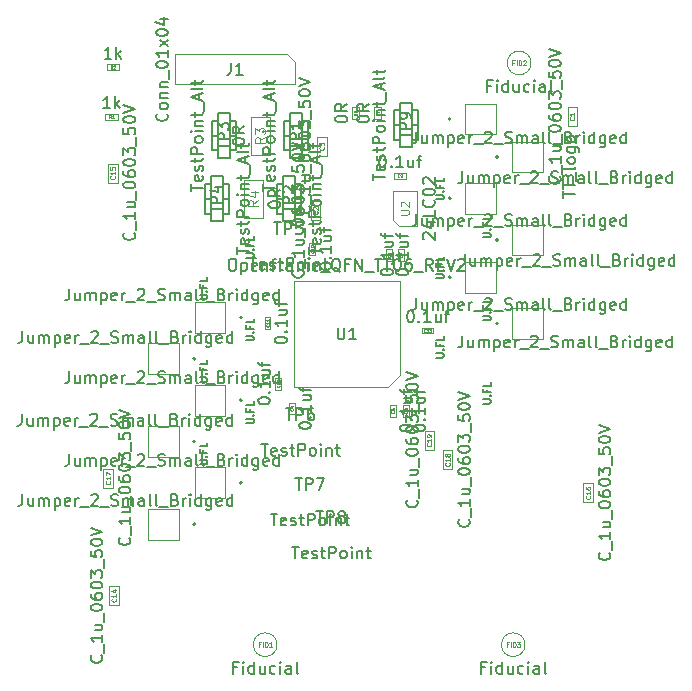
<source format=gbr>
%TF.GenerationSoftware,KiCad,Pcbnew,8.0.7-8.0.7-0~ubuntu22.04.1*%
%TF.CreationDate,2024-12-10T17:00:38-05:00*%
%TF.ProjectId,breakout-tt07-qfn,62726561-6b6f-4757-942d-747430372d71,1.1*%
%TF.SameCoordinates,PX2b64660PY42c1d80*%
%TF.FileFunction,AssemblyDrawing,Top*%
%FSLAX46Y46*%
G04 Gerber Fmt 4.6, Leading zero omitted, Abs format (unit mm)*
G04 Created by KiCad (PCBNEW 8.0.7-8.0.7-0~ubuntu22.04.1) date 2024-12-10 17:00:38*
%MOMM*%
%LPD*%
G01*
G04 APERTURE LIST*
%ADD10C,0.150000*%
%ADD11C,0.040000*%
%ADD12C,0.135000*%
%ADD13C,0.060000*%
%ADD14C,0.105000*%
%ADD15C,0.120000*%
%ADD16C,0.100000*%
%ADD17C,0.200000*%
G04 APERTURE END LIST*
D10*
X74914819Y-50199999D02*
X74914819Y-50104761D01*
X74914819Y-50104761D02*
X74962438Y-50009523D01*
X74962438Y-50009523D02*
X75010057Y-49961904D01*
X75010057Y-49961904D02*
X75105295Y-49914285D01*
X75105295Y-49914285D02*
X75295771Y-49866666D01*
X75295771Y-49866666D02*
X75533866Y-49866666D01*
X75533866Y-49866666D02*
X75724342Y-49914285D01*
X75724342Y-49914285D02*
X75819580Y-49961904D01*
X75819580Y-49961904D02*
X75867200Y-50009523D01*
X75867200Y-50009523D02*
X75914819Y-50104761D01*
X75914819Y-50104761D02*
X75914819Y-50199999D01*
X75914819Y-50199999D02*
X75867200Y-50295237D01*
X75867200Y-50295237D02*
X75819580Y-50342856D01*
X75819580Y-50342856D02*
X75724342Y-50390475D01*
X75724342Y-50390475D02*
X75533866Y-50438094D01*
X75533866Y-50438094D02*
X75295771Y-50438094D01*
X75295771Y-50438094D02*
X75105295Y-50390475D01*
X75105295Y-50390475D02*
X75010057Y-50342856D01*
X75010057Y-50342856D02*
X74962438Y-50295237D01*
X74962438Y-50295237D02*
X74914819Y-50199999D01*
X75819580Y-49438094D02*
X75867200Y-49390475D01*
X75867200Y-49390475D02*
X75914819Y-49438094D01*
X75914819Y-49438094D02*
X75867200Y-49485713D01*
X75867200Y-49485713D02*
X75819580Y-49438094D01*
X75819580Y-49438094D02*
X75914819Y-49438094D01*
X75914819Y-48438095D02*
X75914819Y-49009523D01*
X75914819Y-48723809D02*
X74914819Y-48723809D01*
X74914819Y-48723809D02*
X75057676Y-48819047D01*
X75057676Y-48819047D02*
X75152914Y-48914285D01*
X75152914Y-48914285D02*
X75200533Y-49009523D01*
X75248152Y-47580952D02*
X75914819Y-47580952D01*
X75248152Y-48009523D02*
X75771961Y-48009523D01*
X75771961Y-48009523D02*
X75867200Y-47961904D01*
X75867200Y-47961904D02*
X75914819Y-47866666D01*
X75914819Y-47866666D02*
X75914819Y-47723809D01*
X75914819Y-47723809D02*
X75867200Y-47628571D01*
X75867200Y-47628571D02*
X75819580Y-47580952D01*
X75248152Y-47247618D02*
X75248152Y-46866666D01*
X75914819Y-47104761D02*
X75057676Y-47104761D01*
X75057676Y-47104761D02*
X74962438Y-47057142D01*
X74962438Y-47057142D02*
X74914819Y-46961904D01*
X74914819Y-46961904D02*
X74914819Y-46866666D01*
D11*
X74389765Y-48741666D02*
X74401670Y-48753570D01*
X74401670Y-48753570D02*
X74413574Y-48789285D01*
X74413574Y-48789285D02*
X74413574Y-48813094D01*
X74413574Y-48813094D02*
X74401670Y-48848808D01*
X74401670Y-48848808D02*
X74377860Y-48872618D01*
X74377860Y-48872618D02*
X74354050Y-48884523D01*
X74354050Y-48884523D02*
X74306431Y-48896427D01*
X74306431Y-48896427D02*
X74270717Y-48896427D01*
X74270717Y-48896427D02*
X74223098Y-48884523D01*
X74223098Y-48884523D02*
X74199289Y-48872618D01*
X74199289Y-48872618D02*
X74175479Y-48848808D01*
X74175479Y-48848808D02*
X74163574Y-48813094D01*
X74163574Y-48813094D02*
X74163574Y-48789285D01*
X74163574Y-48789285D02*
X74175479Y-48753570D01*
X74175479Y-48753570D02*
X74187384Y-48741666D01*
X74163574Y-48515475D02*
X74163574Y-48634523D01*
X74163574Y-48634523D02*
X74282622Y-48646427D01*
X74282622Y-48646427D02*
X74270717Y-48634523D01*
X74270717Y-48634523D02*
X74258812Y-48610713D01*
X74258812Y-48610713D02*
X74258812Y-48551189D01*
X74258812Y-48551189D02*
X74270717Y-48527380D01*
X74270717Y-48527380D02*
X74282622Y-48515475D01*
X74282622Y-48515475D02*
X74306431Y-48503570D01*
X74306431Y-48503570D02*
X74365955Y-48503570D01*
X74365955Y-48503570D02*
X74389765Y-48515475D01*
X74389765Y-48515475D02*
X74401670Y-48527380D01*
X74401670Y-48527380D02*
X74413574Y-48551189D01*
X74413574Y-48551189D02*
X74413574Y-48610713D01*
X74413574Y-48610713D02*
X74401670Y-48634523D01*
X74401670Y-48634523D02*
X74389765Y-48646427D01*
D10*
X66364819Y-49999999D02*
X66364819Y-49904761D01*
X66364819Y-49904761D02*
X66412438Y-49809523D01*
X66412438Y-49809523D02*
X66460057Y-49761904D01*
X66460057Y-49761904D02*
X66555295Y-49714285D01*
X66555295Y-49714285D02*
X66745771Y-49666666D01*
X66745771Y-49666666D02*
X66983866Y-49666666D01*
X66983866Y-49666666D02*
X67174342Y-49714285D01*
X67174342Y-49714285D02*
X67269580Y-49761904D01*
X67269580Y-49761904D02*
X67317200Y-49809523D01*
X67317200Y-49809523D02*
X67364819Y-49904761D01*
X67364819Y-49904761D02*
X67364819Y-49999999D01*
X67364819Y-49999999D02*
X67317200Y-50095237D01*
X67317200Y-50095237D02*
X67269580Y-50142856D01*
X67269580Y-50142856D02*
X67174342Y-50190475D01*
X67174342Y-50190475D02*
X66983866Y-50238094D01*
X66983866Y-50238094D02*
X66745771Y-50238094D01*
X66745771Y-50238094D02*
X66555295Y-50190475D01*
X66555295Y-50190475D02*
X66460057Y-50142856D01*
X66460057Y-50142856D02*
X66412438Y-50095237D01*
X66412438Y-50095237D02*
X66364819Y-49999999D01*
X67269580Y-49238094D02*
X67317200Y-49190475D01*
X67317200Y-49190475D02*
X67364819Y-49238094D01*
X67364819Y-49238094D02*
X67317200Y-49285713D01*
X67317200Y-49285713D02*
X67269580Y-49238094D01*
X67269580Y-49238094D02*
X67364819Y-49238094D01*
X67364819Y-48238095D02*
X67364819Y-48809523D01*
X67364819Y-48523809D02*
X66364819Y-48523809D01*
X66364819Y-48523809D02*
X66507676Y-48619047D01*
X66507676Y-48619047D02*
X66602914Y-48714285D01*
X66602914Y-48714285D02*
X66650533Y-48809523D01*
X66698152Y-47380952D02*
X67364819Y-47380952D01*
X66698152Y-47809523D02*
X67221961Y-47809523D01*
X67221961Y-47809523D02*
X67317200Y-47761904D01*
X67317200Y-47761904D02*
X67364819Y-47666666D01*
X67364819Y-47666666D02*
X67364819Y-47523809D01*
X67364819Y-47523809D02*
X67317200Y-47428571D01*
X67317200Y-47428571D02*
X67269580Y-47380952D01*
X66698152Y-47047618D02*
X66698152Y-46666666D01*
X67364819Y-46904761D02*
X66507676Y-46904761D01*
X66507676Y-46904761D02*
X66412438Y-46857142D01*
X66412438Y-46857142D02*
X66364819Y-46761904D01*
X66364819Y-46761904D02*
X66364819Y-46666666D01*
D11*
X65839765Y-48541666D02*
X65851670Y-48553570D01*
X65851670Y-48553570D02*
X65863574Y-48589285D01*
X65863574Y-48589285D02*
X65863574Y-48613094D01*
X65863574Y-48613094D02*
X65851670Y-48648808D01*
X65851670Y-48648808D02*
X65827860Y-48672618D01*
X65827860Y-48672618D02*
X65804050Y-48684523D01*
X65804050Y-48684523D02*
X65756431Y-48696427D01*
X65756431Y-48696427D02*
X65720717Y-48696427D01*
X65720717Y-48696427D02*
X65673098Y-48684523D01*
X65673098Y-48684523D02*
X65649289Y-48672618D01*
X65649289Y-48672618D02*
X65625479Y-48648808D01*
X65625479Y-48648808D02*
X65613574Y-48613094D01*
X65613574Y-48613094D02*
X65613574Y-48589285D01*
X65613574Y-48589285D02*
X65625479Y-48553570D01*
X65625479Y-48553570D02*
X65637384Y-48541666D01*
X65696908Y-48327380D02*
X65863574Y-48327380D01*
X65601670Y-48386904D02*
X65780241Y-48446427D01*
X65780241Y-48446427D02*
X65780241Y-48291666D01*
D10*
X76014819Y-50199999D02*
X76014819Y-50104761D01*
X76014819Y-50104761D02*
X76062438Y-50009523D01*
X76062438Y-50009523D02*
X76110057Y-49961904D01*
X76110057Y-49961904D02*
X76205295Y-49914285D01*
X76205295Y-49914285D02*
X76395771Y-49866666D01*
X76395771Y-49866666D02*
X76633866Y-49866666D01*
X76633866Y-49866666D02*
X76824342Y-49914285D01*
X76824342Y-49914285D02*
X76919580Y-49961904D01*
X76919580Y-49961904D02*
X76967200Y-50009523D01*
X76967200Y-50009523D02*
X77014819Y-50104761D01*
X77014819Y-50104761D02*
X77014819Y-50199999D01*
X77014819Y-50199999D02*
X76967200Y-50295237D01*
X76967200Y-50295237D02*
X76919580Y-50342856D01*
X76919580Y-50342856D02*
X76824342Y-50390475D01*
X76824342Y-50390475D02*
X76633866Y-50438094D01*
X76633866Y-50438094D02*
X76395771Y-50438094D01*
X76395771Y-50438094D02*
X76205295Y-50390475D01*
X76205295Y-50390475D02*
X76110057Y-50342856D01*
X76110057Y-50342856D02*
X76062438Y-50295237D01*
X76062438Y-50295237D02*
X76014819Y-50199999D01*
X76919580Y-49438094D02*
X76967200Y-49390475D01*
X76967200Y-49390475D02*
X77014819Y-49438094D01*
X77014819Y-49438094D02*
X76967200Y-49485713D01*
X76967200Y-49485713D02*
X76919580Y-49438094D01*
X76919580Y-49438094D02*
X77014819Y-49438094D01*
X77014819Y-48438095D02*
X77014819Y-49009523D01*
X77014819Y-48723809D02*
X76014819Y-48723809D01*
X76014819Y-48723809D02*
X76157676Y-48819047D01*
X76157676Y-48819047D02*
X76252914Y-48914285D01*
X76252914Y-48914285D02*
X76300533Y-49009523D01*
X76348152Y-47580952D02*
X77014819Y-47580952D01*
X76348152Y-48009523D02*
X76871961Y-48009523D01*
X76871961Y-48009523D02*
X76967200Y-47961904D01*
X76967200Y-47961904D02*
X77014819Y-47866666D01*
X77014819Y-47866666D02*
X77014819Y-47723809D01*
X77014819Y-47723809D02*
X76967200Y-47628571D01*
X76967200Y-47628571D02*
X76919580Y-47580952D01*
X76348152Y-47247618D02*
X76348152Y-46866666D01*
X77014819Y-47104761D02*
X76157676Y-47104761D01*
X76157676Y-47104761D02*
X76062438Y-47057142D01*
X76062438Y-47057142D02*
X76014819Y-46961904D01*
X76014819Y-46961904D02*
X76014819Y-46866666D01*
D11*
X75489765Y-48741666D02*
X75501670Y-48753570D01*
X75501670Y-48753570D02*
X75513574Y-48789285D01*
X75513574Y-48789285D02*
X75513574Y-48813094D01*
X75513574Y-48813094D02*
X75501670Y-48848808D01*
X75501670Y-48848808D02*
X75477860Y-48872618D01*
X75477860Y-48872618D02*
X75454050Y-48884523D01*
X75454050Y-48884523D02*
X75406431Y-48896427D01*
X75406431Y-48896427D02*
X75370717Y-48896427D01*
X75370717Y-48896427D02*
X75323098Y-48884523D01*
X75323098Y-48884523D02*
X75299289Y-48872618D01*
X75299289Y-48872618D02*
X75275479Y-48848808D01*
X75275479Y-48848808D02*
X75263574Y-48813094D01*
X75263574Y-48813094D02*
X75263574Y-48789285D01*
X75263574Y-48789285D02*
X75275479Y-48753570D01*
X75275479Y-48753570D02*
X75287384Y-48741666D01*
X75370717Y-48598808D02*
X75358812Y-48622618D01*
X75358812Y-48622618D02*
X75346908Y-48634523D01*
X75346908Y-48634523D02*
X75323098Y-48646427D01*
X75323098Y-48646427D02*
X75311193Y-48646427D01*
X75311193Y-48646427D02*
X75287384Y-48634523D01*
X75287384Y-48634523D02*
X75275479Y-48622618D01*
X75275479Y-48622618D02*
X75263574Y-48598808D01*
X75263574Y-48598808D02*
X75263574Y-48551189D01*
X75263574Y-48551189D02*
X75275479Y-48527380D01*
X75275479Y-48527380D02*
X75287384Y-48515475D01*
X75287384Y-48515475D02*
X75311193Y-48503570D01*
X75311193Y-48503570D02*
X75323098Y-48503570D01*
X75323098Y-48503570D02*
X75346908Y-48515475D01*
X75346908Y-48515475D02*
X75358812Y-48527380D01*
X75358812Y-48527380D02*
X75370717Y-48551189D01*
X75370717Y-48551189D02*
X75370717Y-48598808D01*
X75370717Y-48598808D02*
X75382622Y-48622618D01*
X75382622Y-48622618D02*
X75394527Y-48634523D01*
X75394527Y-48634523D02*
X75418336Y-48646427D01*
X75418336Y-48646427D02*
X75465955Y-48646427D01*
X75465955Y-48646427D02*
X75489765Y-48634523D01*
X75489765Y-48634523D02*
X75501670Y-48622618D01*
X75501670Y-48622618D02*
X75513574Y-48598808D01*
X75513574Y-48598808D02*
X75513574Y-48551189D01*
X75513574Y-48551189D02*
X75501670Y-48527380D01*
X75501670Y-48527380D02*
X75489765Y-48515475D01*
X75489765Y-48515475D02*
X75465955Y-48503570D01*
X75465955Y-48503570D02*
X75418336Y-48503570D01*
X75418336Y-48503570D02*
X75394527Y-48515475D01*
X75394527Y-48515475D02*
X75382622Y-48527380D01*
X75382622Y-48527380D02*
X75370717Y-48551189D01*
D10*
X74614819Y-36999999D02*
X74614819Y-36904761D01*
X74614819Y-36904761D02*
X74662438Y-36809523D01*
X74662438Y-36809523D02*
X74710057Y-36761904D01*
X74710057Y-36761904D02*
X74805295Y-36714285D01*
X74805295Y-36714285D02*
X74995771Y-36666666D01*
X74995771Y-36666666D02*
X75233866Y-36666666D01*
X75233866Y-36666666D02*
X75424342Y-36714285D01*
X75424342Y-36714285D02*
X75519580Y-36761904D01*
X75519580Y-36761904D02*
X75567200Y-36809523D01*
X75567200Y-36809523D02*
X75614819Y-36904761D01*
X75614819Y-36904761D02*
X75614819Y-36999999D01*
X75614819Y-36999999D02*
X75567200Y-37095237D01*
X75567200Y-37095237D02*
X75519580Y-37142856D01*
X75519580Y-37142856D02*
X75424342Y-37190475D01*
X75424342Y-37190475D02*
X75233866Y-37238094D01*
X75233866Y-37238094D02*
X74995771Y-37238094D01*
X74995771Y-37238094D02*
X74805295Y-37190475D01*
X74805295Y-37190475D02*
X74710057Y-37142856D01*
X74710057Y-37142856D02*
X74662438Y-37095237D01*
X74662438Y-37095237D02*
X74614819Y-36999999D01*
X75519580Y-36238094D02*
X75567200Y-36190475D01*
X75567200Y-36190475D02*
X75614819Y-36238094D01*
X75614819Y-36238094D02*
X75567200Y-36285713D01*
X75567200Y-36285713D02*
X75519580Y-36238094D01*
X75519580Y-36238094D02*
X75614819Y-36238094D01*
X75614819Y-35238095D02*
X75614819Y-35809523D01*
X75614819Y-35523809D02*
X74614819Y-35523809D01*
X74614819Y-35523809D02*
X74757676Y-35619047D01*
X74757676Y-35619047D02*
X74852914Y-35714285D01*
X74852914Y-35714285D02*
X74900533Y-35809523D01*
X74948152Y-34380952D02*
X75614819Y-34380952D01*
X74948152Y-34809523D02*
X75471961Y-34809523D01*
X75471961Y-34809523D02*
X75567200Y-34761904D01*
X75567200Y-34761904D02*
X75614819Y-34666666D01*
X75614819Y-34666666D02*
X75614819Y-34523809D01*
X75614819Y-34523809D02*
X75567200Y-34428571D01*
X75567200Y-34428571D02*
X75519580Y-34380952D01*
X74948152Y-34047618D02*
X74948152Y-33666666D01*
X75614819Y-33904761D02*
X74757676Y-33904761D01*
X74757676Y-33904761D02*
X74662438Y-33857142D01*
X74662438Y-33857142D02*
X74614819Y-33761904D01*
X74614819Y-33761904D02*
X74614819Y-33666666D01*
D11*
X74089765Y-35541666D02*
X74101670Y-35553570D01*
X74101670Y-35553570D02*
X74113574Y-35589285D01*
X74113574Y-35589285D02*
X74113574Y-35613094D01*
X74113574Y-35613094D02*
X74101670Y-35648808D01*
X74101670Y-35648808D02*
X74077860Y-35672618D01*
X74077860Y-35672618D02*
X74054050Y-35684523D01*
X74054050Y-35684523D02*
X74006431Y-35696427D01*
X74006431Y-35696427D02*
X73970717Y-35696427D01*
X73970717Y-35696427D02*
X73923098Y-35684523D01*
X73923098Y-35684523D02*
X73899289Y-35672618D01*
X73899289Y-35672618D02*
X73875479Y-35648808D01*
X73875479Y-35648808D02*
X73863574Y-35613094D01*
X73863574Y-35613094D02*
X73863574Y-35589285D01*
X73863574Y-35589285D02*
X73875479Y-35553570D01*
X73875479Y-35553570D02*
X73887384Y-35541666D01*
X73863574Y-35327380D02*
X73863574Y-35374999D01*
X73863574Y-35374999D02*
X73875479Y-35398808D01*
X73875479Y-35398808D02*
X73887384Y-35410713D01*
X73887384Y-35410713D02*
X73923098Y-35434523D01*
X73923098Y-35434523D02*
X73970717Y-35446427D01*
X73970717Y-35446427D02*
X74065955Y-35446427D01*
X74065955Y-35446427D02*
X74089765Y-35434523D01*
X74089765Y-35434523D02*
X74101670Y-35422618D01*
X74101670Y-35422618D02*
X74113574Y-35398808D01*
X74113574Y-35398808D02*
X74113574Y-35351189D01*
X74113574Y-35351189D02*
X74101670Y-35327380D01*
X74101670Y-35327380D02*
X74089765Y-35315475D01*
X74089765Y-35315475D02*
X74065955Y-35303570D01*
X74065955Y-35303570D02*
X74006431Y-35303570D01*
X74006431Y-35303570D02*
X73982622Y-35315475D01*
X73982622Y-35315475D02*
X73970717Y-35327380D01*
X73970717Y-35327380D02*
X73958812Y-35351189D01*
X73958812Y-35351189D02*
X73958812Y-35398808D01*
X73958812Y-35398808D02*
X73970717Y-35422618D01*
X73970717Y-35422618D02*
X73982622Y-35434523D01*
X73982622Y-35434523D02*
X74006431Y-35446427D01*
D10*
X68114819Y-36499999D02*
X68114819Y-36404761D01*
X68114819Y-36404761D02*
X68162438Y-36309523D01*
X68162438Y-36309523D02*
X68210057Y-36261904D01*
X68210057Y-36261904D02*
X68305295Y-36214285D01*
X68305295Y-36214285D02*
X68495771Y-36166666D01*
X68495771Y-36166666D02*
X68733866Y-36166666D01*
X68733866Y-36166666D02*
X68924342Y-36214285D01*
X68924342Y-36214285D02*
X69019580Y-36261904D01*
X69019580Y-36261904D02*
X69067200Y-36309523D01*
X69067200Y-36309523D02*
X69114819Y-36404761D01*
X69114819Y-36404761D02*
X69114819Y-36499999D01*
X69114819Y-36499999D02*
X69067200Y-36595237D01*
X69067200Y-36595237D02*
X69019580Y-36642856D01*
X69019580Y-36642856D02*
X68924342Y-36690475D01*
X68924342Y-36690475D02*
X68733866Y-36738094D01*
X68733866Y-36738094D02*
X68495771Y-36738094D01*
X68495771Y-36738094D02*
X68305295Y-36690475D01*
X68305295Y-36690475D02*
X68210057Y-36642856D01*
X68210057Y-36642856D02*
X68162438Y-36595237D01*
X68162438Y-36595237D02*
X68114819Y-36499999D01*
X69019580Y-35738094D02*
X69067200Y-35690475D01*
X69067200Y-35690475D02*
X69114819Y-35738094D01*
X69114819Y-35738094D02*
X69067200Y-35785713D01*
X69067200Y-35785713D02*
X69019580Y-35738094D01*
X69019580Y-35738094D02*
X69114819Y-35738094D01*
X69114819Y-34738095D02*
X69114819Y-35309523D01*
X69114819Y-35023809D02*
X68114819Y-35023809D01*
X68114819Y-35023809D02*
X68257676Y-35119047D01*
X68257676Y-35119047D02*
X68352914Y-35214285D01*
X68352914Y-35214285D02*
X68400533Y-35309523D01*
X68448152Y-33880952D02*
X69114819Y-33880952D01*
X68448152Y-34309523D02*
X68971961Y-34309523D01*
X68971961Y-34309523D02*
X69067200Y-34261904D01*
X69067200Y-34261904D02*
X69114819Y-34166666D01*
X69114819Y-34166666D02*
X69114819Y-34023809D01*
X69114819Y-34023809D02*
X69067200Y-33928571D01*
X69067200Y-33928571D02*
X69019580Y-33880952D01*
X68448152Y-33547618D02*
X68448152Y-33166666D01*
X69114819Y-33404761D02*
X68257676Y-33404761D01*
X68257676Y-33404761D02*
X68162438Y-33357142D01*
X68162438Y-33357142D02*
X68114819Y-33261904D01*
X68114819Y-33261904D02*
X68114819Y-33166666D01*
D11*
X67589765Y-35160714D02*
X67601670Y-35172618D01*
X67601670Y-35172618D02*
X67613574Y-35208333D01*
X67613574Y-35208333D02*
X67613574Y-35232142D01*
X67613574Y-35232142D02*
X67601670Y-35267856D01*
X67601670Y-35267856D02*
X67577860Y-35291666D01*
X67577860Y-35291666D02*
X67554050Y-35303571D01*
X67554050Y-35303571D02*
X67506431Y-35315475D01*
X67506431Y-35315475D02*
X67470717Y-35315475D01*
X67470717Y-35315475D02*
X67423098Y-35303571D01*
X67423098Y-35303571D02*
X67399289Y-35291666D01*
X67399289Y-35291666D02*
X67375479Y-35267856D01*
X67375479Y-35267856D02*
X67363574Y-35232142D01*
X67363574Y-35232142D02*
X67363574Y-35208333D01*
X67363574Y-35208333D02*
X67375479Y-35172618D01*
X67375479Y-35172618D02*
X67387384Y-35160714D01*
X67613574Y-34922618D02*
X67613574Y-35065475D01*
X67613574Y-34994047D02*
X67363574Y-34994047D01*
X67363574Y-34994047D02*
X67399289Y-35017856D01*
X67399289Y-35017856D02*
X67423098Y-35041666D01*
X67423098Y-35041666D02*
X67435003Y-35065475D01*
X67363574Y-34767857D02*
X67363574Y-34744047D01*
X67363574Y-34744047D02*
X67375479Y-34720238D01*
X67375479Y-34720238D02*
X67387384Y-34708333D01*
X67387384Y-34708333D02*
X67411193Y-34696428D01*
X67411193Y-34696428D02*
X67458812Y-34684523D01*
X67458812Y-34684523D02*
X67518336Y-34684523D01*
X67518336Y-34684523D02*
X67565955Y-34696428D01*
X67565955Y-34696428D02*
X67589765Y-34708333D01*
X67589765Y-34708333D02*
X67601670Y-34720238D01*
X67601670Y-34720238D02*
X67613574Y-34744047D01*
X67613574Y-34744047D02*
X67613574Y-34767857D01*
X67613574Y-34767857D02*
X67601670Y-34791666D01*
X67601670Y-34791666D02*
X67589765Y-34803571D01*
X67589765Y-34803571D02*
X67565955Y-34815476D01*
X67565955Y-34815476D02*
X67518336Y-34827380D01*
X67518336Y-34827380D02*
X67458812Y-34827380D01*
X67458812Y-34827380D02*
X67411193Y-34815476D01*
X67411193Y-34815476D02*
X67387384Y-34803571D01*
X67387384Y-34803571D02*
X67375479Y-34791666D01*
X67375479Y-34791666D02*
X67363574Y-34767857D01*
D10*
X75750000Y-40194819D02*
X75845238Y-40194819D01*
X75845238Y-40194819D02*
X75940476Y-40242438D01*
X75940476Y-40242438D02*
X75988095Y-40290057D01*
X75988095Y-40290057D02*
X76035714Y-40385295D01*
X76035714Y-40385295D02*
X76083333Y-40575771D01*
X76083333Y-40575771D02*
X76083333Y-40813866D01*
X76083333Y-40813866D02*
X76035714Y-41004342D01*
X76035714Y-41004342D02*
X75988095Y-41099580D01*
X75988095Y-41099580D02*
X75940476Y-41147200D01*
X75940476Y-41147200D02*
X75845238Y-41194819D01*
X75845238Y-41194819D02*
X75750000Y-41194819D01*
X75750000Y-41194819D02*
X75654762Y-41147200D01*
X75654762Y-41147200D02*
X75607143Y-41099580D01*
X75607143Y-41099580D02*
X75559524Y-41004342D01*
X75559524Y-41004342D02*
X75511905Y-40813866D01*
X75511905Y-40813866D02*
X75511905Y-40575771D01*
X75511905Y-40575771D02*
X75559524Y-40385295D01*
X75559524Y-40385295D02*
X75607143Y-40290057D01*
X75607143Y-40290057D02*
X75654762Y-40242438D01*
X75654762Y-40242438D02*
X75750000Y-40194819D01*
X76511905Y-41099580D02*
X76559524Y-41147200D01*
X76559524Y-41147200D02*
X76511905Y-41194819D01*
X76511905Y-41194819D02*
X76464286Y-41147200D01*
X76464286Y-41147200D02*
X76511905Y-41099580D01*
X76511905Y-41099580D02*
X76511905Y-41194819D01*
X77511904Y-41194819D02*
X76940476Y-41194819D01*
X77226190Y-41194819D02*
X77226190Y-40194819D01*
X77226190Y-40194819D02*
X77130952Y-40337676D01*
X77130952Y-40337676D02*
X77035714Y-40432914D01*
X77035714Y-40432914D02*
X76940476Y-40480533D01*
X78369047Y-40528152D02*
X78369047Y-41194819D01*
X77940476Y-40528152D02*
X77940476Y-41051961D01*
X77940476Y-41051961D02*
X77988095Y-41147200D01*
X77988095Y-41147200D02*
X78083333Y-41194819D01*
X78083333Y-41194819D02*
X78226190Y-41194819D01*
X78226190Y-41194819D02*
X78321428Y-41147200D01*
X78321428Y-41147200D02*
X78369047Y-41099580D01*
X78702381Y-40528152D02*
X79083333Y-40528152D01*
X78845238Y-41194819D02*
X78845238Y-40337676D01*
X78845238Y-40337676D02*
X78892857Y-40242438D01*
X78892857Y-40242438D02*
X78988095Y-40194819D01*
X78988095Y-40194819D02*
X79083333Y-40194819D01*
D11*
X77089285Y-41989765D02*
X77077381Y-42001670D01*
X77077381Y-42001670D02*
X77041666Y-42013574D01*
X77041666Y-42013574D02*
X77017857Y-42013574D01*
X77017857Y-42013574D02*
X76982143Y-42001670D01*
X76982143Y-42001670D02*
X76958333Y-41977860D01*
X76958333Y-41977860D02*
X76946428Y-41954050D01*
X76946428Y-41954050D02*
X76934524Y-41906431D01*
X76934524Y-41906431D02*
X76934524Y-41870717D01*
X76934524Y-41870717D02*
X76946428Y-41823098D01*
X76946428Y-41823098D02*
X76958333Y-41799289D01*
X76958333Y-41799289D02*
X76982143Y-41775479D01*
X76982143Y-41775479D02*
X77017857Y-41763574D01*
X77017857Y-41763574D02*
X77041666Y-41763574D01*
X77041666Y-41763574D02*
X77077381Y-41775479D01*
X77077381Y-41775479D02*
X77089285Y-41787384D01*
X77327381Y-42013574D02*
X77184524Y-42013574D01*
X77255952Y-42013574D02*
X77255952Y-41763574D01*
X77255952Y-41763574D02*
X77232143Y-41799289D01*
X77232143Y-41799289D02*
X77208333Y-41823098D01*
X77208333Y-41823098D02*
X77184524Y-41835003D01*
X77410714Y-41763574D02*
X77565476Y-41763574D01*
X77565476Y-41763574D02*
X77482142Y-41858812D01*
X77482142Y-41858812D02*
X77517857Y-41858812D01*
X77517857Y-41858812D02*
X77541666Y-41870717D01*
X77541666Y-41870717D02*
X77553571Y-41882622D01*
X77553571Y-41882622D02*
X77565476Y-41906431D01*
X77565476Y-41906431D02*
X77565476Y-41965955D01*
X77565476Y-41965955D02*
X77553571Y-41989765D01*
X77553571Y-41989765D02*
X77541666Y-42001670D01*
X77541666Y-42001670D02*
X77517857Y-42013574D01*
X77517857Y-42013574D02*
X77446428Y-42013574D01*
X77446428Y-42013574D02*
X77422619Y-42001670D01*
X77422619Y-42001670D02*
X77410714Y-41989765D01*
D10*
X57204819Y-30090476D02*
X57204819Y-29519048D01*
X58204819Y-29804762D02*
X57204819Y-29804762D01*
X58157200Y-28804762D02*
X58204819Y-28900000D01*
X58204819Y-28900000D02*
X58204819Y-29090476D01*
X58204819Y-29090476D02*
X58157200Y-29185714D01*
X58157200Y-29185714D02*
X58061961Y-29233333D01*
X58061961Y-29233333D02*
X57681009Y-29233333D01*
X57681009Y-29233333D02*
X57585771Y-29185714D01*
X57585771Y-29185714D02*
X57538152Y-29090476D01*
X57538152Y-29090476D02*
X57538152Y-28900000D01*
X57538152Y-28900000D02*
X57585771Y-28804762D01*
X57585771Y-28804762D02*
X57681009Y-28757143D01*
X57681009Y-28757143D02*
X57776247Y-28757143D01*
X57776247Y-28757143D02*
X57871485Y-29233333D01*
X58157200Y-28376190D02*
X58204819Y-28280952D01*
X58204819Y-28280952D02*
X58204819Y-28090476D01*
X58204819Y-28090476D02*
X58157200Y-27995238D01*
X58157200Y-27995238D02*
X58061961Y-27947619D01*
X58061961Y-27947619D02*
X58014342Y-27947619D01*
X58014342Y-27947619D02*
X57919104Y-27995238D01*
X57919104Y-27995238D02*
X57871485Y-28090476D01*
X57871485Y-28090476D02*
X57871485Y-28233333D01*
X57871485Y-28233333D02*
X57823866Y-28328571D01*
X57823866Y-28328571D02*
X57728628Y-28376190D01*
X57728628Y-28376190D02*
X57681009Y-28376190D01*
X57681009Y-28376190D02*
X57585771Y-28328571D01*
X57585771Y-28328571D02*
X57538152Y-28233333D01*
X57538152Y-28233333D02*
X57538152Y-28090476D01*
X57538152Y-28090476D02*
X57585771Y-27995238D01*
X57538152Y-27661904D02*
X57538152Y-27280952D01*
X57204819Y-27519047D02*
X58061961Y-27519047D01*
X58061961Y-27519047D02*
X58157200Y-27471428D01*
X58157200Y-27471428D02*
X58204819Y-27376190D01*
X58204819Y-27376190D02*
X58204819Y-27280952D01*
X58204819Y-26947618D02*
X57204819Y-26947618D01*
X57204819Y-26947618D02*
X57204819Y-26566666D01*
X57204819Y-26566666D02*
X57252438Y-26471428D01*
X57252438Y-26471428D02*
X57300057Y-26423809D01*
X57300057Y-26423809D02*
X57395295Y-26376190D01*
X57395295Y-26376190D02*
X57538152Y-26376190D01*
X57538152Y-26376190D02*
X57633390Y-26423809D01*
X57633390Y-26423809D02*
X57681009Y-26471428D01*
X57681009Y-26471428D02*
X57728628Y-26566666D01*
X57728628Y-26566666D02*
X57728628Y-26947618D01*
X58204819Y-25804761D02*
X58157200Y-25899999D01*
X58157200Y-25899999D02*
X58109580Y-25947618D01*
X58109580Y-25947618D02*
X58014342Y-25995237D01*
X58014342Y-25995237D02*
X57728628Y-25995237D01*
X57728628Y-25995237D02*
X57633390Y-25947618D01*
X57633390Y-25947618D02*
X57585771Y-25899999D01*
X57585771Y-25899999D02*
X57538152Y-25804761D01*
X57538152Y-25804761D02*
X57538152Y-25661904D01*
X57538152Y-25661904D02*
X57585771Y-25566666D01*
X57585771Y-25566666D02*
X57633390Y-25519047D01*
X57633390Y-25519047D02*
X57728628Y-25471428D01*
X57728628Y-25471428D02*
X58014342Y-25471428D01*
X58014342Y-25471428D02*
X58109580Y-25519047D01*
X58109580Y-25519047D02*
X58157200Y-25566666D01*
X58157200Y-25566666D02*
X58204819Y-25661904D01*
X58204819Y-25661904D02*
X58204819Y-25804761D01*
X58204819Y-25042856D02*
X57538152Y-25042856D01*
X57204819Y-25042856D02*
X57252438Y-25090475D01*
X57252438Y-25090475D02*
X57300057Y-25042856D01*
X57300057Y-25042856D02*
X57252438Y-24995237D01*
X57252438Y-24995237D02*
X57204819Y-25042856D01*
X57204819Y-25042856D02*
X57300057Y-25042856D01*
X57538152Y-24566666D02*
X58204819Y-24566666D01*
X57633390Y-24566666D02*
X57585771Y-24519047D01*
X57585771Y-24519047D02*
X57538152Y-24423809D01*
X57538152Y-24423809D02*
X57538152Y-24280952D01*
X57538152Y-24280952D02*
X57585771Y-24185714D01*
X57585771Y-24185714D02*
X57681009Y-24138095D01*
X57681009Y-24138095D02*
X58204819Y-24138095D01*
X57538152Y-23804761D02*
X57538152Y-23423809D01*
X57204819Y-23661904D02*
X58061961Y-23661904D01*
X58061961Y-23661904D02*
X58157200Y-23614285D01*
X58157200Y-23614285D02*
X58204819Y-23519047D01*
X58204819Y-23519047D02*
X58204819Y-23423809D01*
X58300057Y-23328571D02*
X58300057Y-22566666D01*
X57919104Y-22376189D02*
X57919104Y-21899999D01*
X58204819Y-22471427D02*
X57204819Y-22138094D01*
X57204819Y-22138094D02*
X58204819Y-21804761D01*
X58204819Y-21328570D02*
X58157200Y-21423808D01*
X58157200Y-21423808D02*
X58061961Y-21471427D01*
X58061961Y-21471427D02*
X57204819Y-21471427D01*
X57538152Y-21090474D02*
X57538152Y-20709522D01*
X57204819Y-20947617D02*
X58061961Y-20947617D01*
X58061961Y-20947617D02*
X58157200Y-20899998D01*
X58157200Y-20899998D02*
X58204819Y-20804760D01*
X58204819Y-20804760D02*
X58204819Y-20709522D01*
D12*
X59509337Y-26535713D02*
X59509337Y-26021428D01*
X60409337Y-26278570D02*
X59509337Y-26278570D01*
X60409337Y-25721428D02*
X59509337Y-25721428D01*
X59509337Y-25721428D02*
X59509337Y-25378571D01*
X59509337Y-25378571D02*
X59552194Y-25292856D01*
X59552194Y-25292856D02*
X59595051Y-25249999D01*
X59595051Y-25249999D02*
X59680765Y-25207142D01*
X59680765Y-25207142D02*
X59809337Y-25207142D01*
X59809337Y-25207142D02*
X59895051Y-25249999D01*
X59895051Y-25249999D02*
X59937908Y-25292856D01*
X59937908Y-25292856D02*
X59980765Y-25378571D01*
X59980765Y-25378571D02*
X59980765Y-25721428D01*
X59509337Y-24907142D02*
X59509337Y-24349999D01*
X59509337Y-24349999D02*
X59852194Y-24649999D01*
X59852194Y-24649999D02*
X59852194Y-24521428D01*
X59852194Y-24521428D02*
X59895051Y-24435714D01*
X59895051Y-24435714D02*
X59937908Y-24392856D01*
X59937908Y-24392856D02*
X60023622Y-24349999D01*
X60023622Y-24349999D02*
X60237908Y-24349999D01*
X60237908Y-24349999D02*
X60323622Y-24392856D01*
X60323622Y-24392856D02*
X60366480Y-24435714D01*
X60366480Y-24435714D02*
X60409337Y-24521428D01*
X60409337Y-24521428D02*
X60409337Y-24778571D01*
X60409337Y-24778571D02*
X60366480Y-24864285D01*
X60366480Y-24864285D02*
X60323622Y-24907142D01*
D10*
X67204819Y-35440476D02*
X67204819Y-34869048D01*
X68204819Y-35154762D02*
X67204819Y-35154762D01*
X68157200Y-34154762D02*
X68204819Y-34250000D01*
X68204819Y-34250000D02*
X68204819Y-34440476D01*
X68204819Y-34440476D02*
X68157200Y-34535714D01*
X68157200Y-34535714D02*
X68061961Y-34583333D01*
X68061961Y-34583333D02*
X67681009Y-34583333D01*
X67681009Y-34583333D02*
X67585771Y-34535714D01*
X67585771Y-34535714D02*
X67538152Y-34440476D01*
X67538152Y-34440476D02*
X67538152Y-34250000D01*
X67538152Y-34250000D02*
X67585771Y-34154762D01*
X67585771Y-34154762D02*
X67681009Y-34107143D01*
X67681009Y-34107143D02*
X67776247Y-34107143D01*
X67776247Y-34107143D02*
X67871485Y-34583333D01*
X68157200Y-33726190D02*
X68204819Y-33630952D01*
X68204819Y-33630952D02*
X68204819Y-33440476D01*
X68204819Y-33440476D02*
X68157200Y-33345238D01*
X68157200Y-33345238D02*
X68061961Y-33297619D01*
X68061961Y-33297619D02*
X68014342Y-33297619D01*
X68014342Y-33297619D02*
X67919104Y-33345238D01*
X67919104Y-33345238D02*
X67871485Y-33440476D01*
X67871485Y-33440476D02*
X67871485Y-33583333D01*
X67871485Y-33583333D02*
X67823866Y-33678571D01*
X67823866Y-33678571D02*
X67728628Y-33726190D01*
X67728628Y-33726190D02*
X67681009Y-33726190D01*
X67681009Y-33726190D02*
X67585771Y-33678571D01*
X67585771Y-33678571D02*
X67538152Y-33583333D01*
X67538152Y-33583333D02*
X67538152Y-33440476D01*
X67538152Y-33440476D02*
X67585771Y-33345238D01*
X67538152Y-33011904D02*
X67538152Y-32630952D01*
X67204819Y-32869047D02*
X68061961Y-32869047D01*
X68061961Y-32869047D02*
X68157200Y-32821428D01*
X68157200Y-32821428D02*
X68204819Y-32726190D01*
X68204819Y-32726190D02*
X68204819Y-32630952D01*
X68204819Y-32297618D02*
X67204819Y-32297618D01*
X67204819Y-32297618D02*
X67204819Y-31916666D01*
X67204819Y-31916666D02*
X67252438Y-31821428D01*
X67252438Y-31821428D02*
X67300057Y-31773809D01*
X67300057Y-31773809D02*
X67395295Y-31726190D01*
X67395295Y-31726190D02*
X67538152Y-31726190D01*
X67538152Y-31726190D02*
X67633390Y-31773809D01*
X67633390Y-31773809D02*
X67681009Y-31821428D01*
X67681009Y-31821428D02*
X67728628Y-31916666D01*
X67728628Y-31916666D02*
X67728628Y-32297618D01*
X68204819Y-31154761D02*
X68157200Y-31249999D01*
X68157200Y-31249999D02*
X68109580Y-31297618D01*
X68109580Y-31297618D02*
X68014342Y-31345237D01*
X68014342Y-31345237D02*
X67728628Y-31345237D01*
X67728628Y-31345237D02*
X67633390Y-31297618D01*
X67633390Y-31297618D02*
X67585771Y-31249999D01*
X67585771Y-31249999D02*
X67538152Y-31154761D01*
X67538152Y-31154761D02*
X67538152Y-31011904D01*
X67538152Y-31011904D02*
X67585771Y-30916666D01*
X67585771Y-30916666D02*
X67633390Y-30869047D01*
X67633390Y-30869047D02*
X67728628Y-30821428D01*
X67728628Y-30821428D02*
X68014342Y-30821428D01*
X68014342Y-30821428D02*
X68109580Y-30869047D01*
X68109580Y-30869047D02*
X68157200Y-30916666D01*
X68157200Y-30916666D02*
X68204819Y-31011904D01*
X68204819Y-31011904D02*
X68204819Y-31154761D01*
X68204819Y-30392856D02*
X67538152Y-30392856D01*
X67204819Y-30392856D02*
X67252438Y-30440475D01*
X67252438Y-30440475D02*
X67300057Y-30392856D01*
X67300057Y-30392856D02*
X67252438Y-30345237D01*
X67252438Y-30345237D02*
X67204819Y-30392856D01*
X67204819Y-30392856D02*
X67300057Y-30392856D01*
X67538152Y-29916666D02*
X68204819Y-29916666D01*
X67633390Y-29916666D02*
X67585771Y-29869047D01*
X67585771Y-29869047D02*
X67538152Y-29773809D01*
X67538152Y-29773809D02*
X67538152Y-29630952D01*
X67538152Y-29630952D02*
X67585771Y-29535714D01*
X67585771Y-29535714D02*
X67681009Y-29488095D01*
X67681009Y-29488095D02*
X68204819Y-29488095D01*
X67538152Y-29154761D02*
X67538152Y-28773809D01*
X67204819Y-29011904D02*
X68061961Y-29011904D01*
X68061961Y-29011904D02*
X68157200Y-28964285D01*
X68157200Y-28964285D02*
X68204819Y-28869047D01*
X68204819Y-28869047D02*
X68204819Y-28773809D01*
X68300057Y-28678571D02*
X68300057Y-27916666D01*
X67919104Y-27726189D02*
X67919104Y-27249999D01*
X68204819Y-27821427D02*
X67204819Y-27488094D01*
X67204819Y-27488094D02*
X68204819Y-27154761D01*
X68204819Y-26678570D02*
X68157200Y-26773808D01*
X68157200Y-26773808D02*
X68061961Y-26821427D01*
X68061961Y-26821427D02*
X67204819Y-26821427D01*
X67538152Y-26440474D02*
X67538152Y-26059522D01*
X67204819Y-26297617D02*
X68061961Y-26297617D01*
X68061961Y-26297617D02*
X68157200Y-26249998D01*
X68157200Y-26249998D02*
X68204819Y-26154760D01*
X68204819Y-26154760D02*
X68204819Y-26059522D01*
D12*
X65009337Y-31885713D02*
X65009337Y-31371428D01*
X65909337Y-31628570D02*
X65009337Y-31628570D01*
X65909337Y-31071428D02*
X65009337Y-31071428D01*
X65009337Y-31071428D02*
X65009337Y-30728571D01*
X65009337Y-30728571D02*
X65052194Y-30642856D01*
X65052194Y-30642856D02*
X65095051Y-30599999D01*
X65095051Y-30599999D02*
X65180765Y-30557142D01*
X65180765Y-30557142D02*
X65309337Y-30557142D01*
X65309337Y-30557142D02*
X65395051Y-30599999D01*
X65395051Y-30599999D02*
X65437908Y-30642856D01*
X65437908Y-30642856D02*
X65480765Y-30728571D01*
X65480765Y-30728571D02*
X65480765Y-31071428D01*
X65095051Y-30214285D02*
X65052194Y-30171428D01*
X65052194Y-30171428D02*
X65009337Y-30085714D01*
X65009337Y-30085714D02*
X65009337Y-29871428D01*
X65009337Y-29871428D02*
X65052194Y-29785714D01*
X65052194Y-29785714D02*
X65095051Y-29742856D01*
X65095051Y-29742856D02*
X65180765Y-29699999D01*
X65180765Y-29699999D02*
X65266480Y-29699999D01*
X65266480Y-29699999D02*
X65395051Y-29742856D01*
X65395051Y-29742856D02*
X65909337Y-30257142D01*
X65909337Y-30257142D02*
X65909337Y-29699999D01*
D10*
X57942176Y-39240571D02*
X58460271Y-39240571D01*
X58460271Y-39240571D02*
X58521223Y-39210094D01*
X58521223Y-39210094D02*
X58551700Y-39179618D01*
X58551700Y-39179618D02*
X58582176Y-39118666D01*
X58582176Y-39118666D02*
X58582176Y-38996761D01*
X58582176Y-38996761D02*
X58551700Y-38935809D01*
X58551700Y-38935809D02*
X58521223Y-38905332D01*
X58521223Y-38905332D02*
X58460271Y-38874856D01*
X58460271Y-38874856D02*
X57942176Y-38874856D01*
X58521223Y-38570095D02*
X58551700Y-38539618D01*
X58551700Y-38539618D02*
X58582176Y-38570095D01*
X58582176Y-38570095D02*
X58551700Y-38600571D01*
X58551700Y-38600571D02*
X58521223Y-38570095D01*
X58521223Y-38570095D02*
X58582176Y-38570095D01*
X58246938Y-38051999D02*
X58246938Y-38265333D01*
X58582176Y-38265333D02*
X57942176Y-38265333D01*
X57942176Y-38265333D02*
X57942176Y-37960571D01*
X58582176Y-37412000D02*
X58582176Y-37716762D01*
X58582176Y-37716762D02*
X57942176Y-37716762D01*
X76329580Y-56247619D02*
X76377200Y-56295238D01*
X76377200Y-56295238D02*
X76424819Y-56438095D01*
X76424819Y-56438095D02*
X76424819Y-56533333D01*
X76424819Y-56533333D02*
X76377200Y-56676190D01*
X76377200Y-56676190D02*
X76281961Y-56771428D01*
X76281961Y-56771428D02*
X76186723Y-56819047D01*
X76186723Y-56819047D02*
X75996247Y-56866666D01*
X75996247Y-56866666D02*
X75853390Y-56866666D01*
X75853390Y-56866666D02*
X75662914Y-56819047D01*
X75662914Y-56819047D02*
X75567676Y-56771428D01*
X75567676Y-56771428D02*
X75472438Y-56676190D01*
X75472438Y-56676190D02*
X75424819Y-56533333D01*
X75424819Y-56533333D02*
X75424819Y-56438095D01*
X75424819Y-56438095D02*
X75472438Y-56295238D01*
X75472438Y-56295238D02*
X75520057Y-56247619D01*
X76520057Y-56057143D02*
X76520057Y-55295238D01*
X76424819Y-54533333D02*
X76424819Y-55104761D01*
X76424819Y-54819047D02*
X75424819Y-54819047D01*
X75424819Y-54819047D02*
X75567676Y-54914285D01*
X75567676Y-54914285D02*
X75662914Y-55009523D01*
X75662914Y-55009523D02*
X75710533Y-55104761D01*
X75758152Y-53676190D02*
X76424819Y-53676190D01*
X75758152Y-54104761D02*
X76281961Y-54104761D01*
X76281961Y-54104761D02*
X76377200Y-54057142D01*
X76377200Y-54057142D02*
X76424819Y-53961904D01*
X76424819Y-53961904D02*
X76424819Y-53819047D01*
X76424819Y-53819047D02*
X76377200Y-53723809D01*
X76377200Y-53723809D02*
X76329580Y-53676190D01*
X76520057Y-53438095D02*
X76520057Y-52676190D01*
X75424819Y-52247618D02*
X75424819Y-52152380D01*
X75424819Y-52152380D02*
X75472438Y-52057142D01*
X75472438Y-52057142D02*
X75520057Y-52009523D01*
X75520057Y-52009523D02*
X75615295Y-51961904D01*
X75615295Y-51961904D02*
X75805771Y-51914285D01*
X75805771Y-51914285D02*
X76043866Y-51914285D01*
X76043866Y-51914285D02*
X76234342Y-51961904D01*
X76234342Y-51961904D02*
X76329580Y-52009523D01*
X76329580Y-52009523D02*
X76377200Y-52057142D01*
X76377200Y-52057142D02*
X76424819Y-52152380D01*
X76424819Y-52152380D02*
X76424819Y-52247618D01*
X76424819Y-52247618D02*
X76377200Y-52342856D01*
X76377200Y-52342856D02*
X76329580Y-52390475D01*
X76329580Y-52390475D02*
X76234342Y-52438094D01*
X76234342Y-52438094D02*
X76043866Y-52485713D01*
X76043866Y-52485713D02*
X75805771Y-52485713D01*
X75805771Y-52485713D02*
X75615295Y-52438094D01*
X75615295Y-52438094D02*
X75520057Y-52390475D01*
X75520057Y-52390475D02*
X75472438Y-52342856D01*
X75472438Y-52342856D02*
X75424819Y-52247618D01*
X75424819Y-51057142D02*
X75424819Y-51247618D01*
X75424819Y-51247618D02*
X75472438Y-51342856D01*
X75472438Y-51342856D02*
X75520057Y-51390475D01*
X75520057Y-51390475D02*
X75662914Y-51485713D01*
X75662914Y-51485713D02*
X75853390Y-51533332D01*
X75853390Y-51533332D02*
X76234342Y-51533332D01*
X76234342Y-51533332D02*
X76329580Y-51485713D01*
X76329580Y-51485713D02*
X76377200Y-51438094D01*
X76377200Y-51438094D02*
X76424819Y-51342856D01*
X76424819Y-51342856D02*
X76424819Y-51152380D01*
X76424819Y-51152380D02*
X76377200Y-51057142D01*
X76377200Y-51057142D02*
X76329580Y-51009523D01*
X76329580Y-51009523D02*
X76234342Y-50961904D01*
X76234342Y-50961904D02*
X75996247Y-50961904D01*
X75996247Y-50961904D02*
X75901009Y-51009523D01*
X75901009Y-51009523D02*
X75853390Y-51057142D01*
X75853390Y-51057142D02*
X75805771Y-51152380D01*
X75805771Y-51152380D02*
X75805771Y-51342856D01*
X75805771Y-51342856D02*
X75853390Y-51438094D01*
X75853390Y-51438094D02*
X75901009Y-51485713D01*
X75901009Y-51485713D02*
X75996247Y-51533332D01*
X75424819Y-50342856D02*
X75424819Y-50247618D01*
X75424819Y-50247618D02*
X75472438Y-50152380D01*
X75472438Y-50152380D02*
X75520057Y-50104761D01*
X75520057Y-50104761D02*
X75615295Y-50057142D01*
X75615295Y-50057142D02*
X75805771Y-50009523D01*
X75805771Y-50009523D02*
X76043866Y-50009523D01*
X76043866Y-50009523D02*
X76234342Y-50057142D01*
X76234342Y-50057142D02*
X76329580Y-50104761D01*
X76329580Y-50104761D02*
X76377200Y-50152380D01*
X76377200Y-50152380D02*
X76424819Y-50247618D01*
X76424819Y-50247618D02*
X76424819Y-50342856D01*
X76424819Y-50342856D02*
X76377200Y-50438094D01*
X76377200Y-50438094D02*
X76329580Y-50485713D01*
X76329580Y-50485713D02*
X76234342Y-50533332D01*
X76234342Y-50533332D02*
X76043866Y-50580951D01*
X76043866Y-50580951D02*
X75805771Y-50580951D01*
X75805771Y-50580951D02*
X75615295Y-50533332D01*
X75615295Y-50533332D02*
X75520057Y-50485713D01*
X75520057Y-50485713D02*
X75472438Y-50438094D01*
X75472438Y-50438094D02*
X75424819Y-50342856D01*
X75424819Y-49676189D02*
X75424819Y-49057142D01*
X75424819Y-49057142D02*
X75805771Y-49390475D01*
X75805771Y-49390475D02*
X75805771Y-49247618D01*
X75805771Y-49247618D02*
X75853390Y-49152380D01*
X75853390Y-49152380D02*
X75901009Y-49104761D01*
X75901009Y-49104761D02*
X75996247Y-49057142D01*
X75996247Y-49057142D02*
X76234342Y-49057142D01*
X76234342Y-49057142D02*
X76329580Y-49104761D01*
X76329580Y-49104761D02*
X76377200Y-49152380D01*
X76377200Y-49152380D02*
X76424819Y-49247618D01*
X76424819Y-49247618D02*
X76424819Y-49533332D01*
X76424819Y-49533332D02*
X76377200Y-49628570D01*
X76377200Y-49628570D02*
X76329580Y-49676189D01*
X76520057Y-48866666D02*
X76520057Y-48104761D01*
X75424819Y-47390475D02*
X75424819Y-47866665D01*
X75424819Y-47866665D02*
X75901009Y-47914284D01*
X75901009Y-47914284D02*
X75853390Y-47866665D01*
X75853390Y-47866665D02*
X75805771Y-47771427D01*
X75805771Y-47771427D02*
X75805771Y-47533332D01*
X75805771Y-47533332D02*
X75853390Y-47438094D01*
X75853390Y-47438094D02*
X75901009Y-47390475D01*
X75901009Y-47390475D02*
X75996247Y-47342856D01*
X75996247Y-47342856D02*
X76234342Y-47342856D01*
X76234342Y-47342856D02*
X76329580Y-47390475D01*
X76329580Y-47390475D02*
X76377200Y-47438094D01*
X76377200Y-47438094D02*
X76424819Y-47533332D01*
X76424819Y-47533332D02*
X76424819Y-47771427D01*
X76424819Y-47771427D02*
X76377200Y-47866665D01*
X76377200Y-47866665D02*
X76329580Y-47914284D01*
X75424819Y-46723808D02*
X75424819Y-46628570D01*
X75424819Y-46628570D02*
X75472438Y-46533332D01*
X75472438Y-46533332D02*
X75520057Y-46485713D01*
X75520057Y-46485713D02*
X75615295Y-46438094D01*
X75615295Y-46438094D02*
X75805771Y-46390475D01*
X75805771Y-46390475D02*
X76043866Y-46390475D01*
X76043866Y-46390475D02*
X76234342Y-46438094D01*
X76234342Y-46438094D02*
X76329580Y-46485713D01*
X76329580Y-46485713D02*
X76377200Y-46533332D01*
X76377200Y-46533332D02*
X76424819Y-46628570D01*
X76424819Y-46628570D02*
X76424819Y-46723808D01*
X76424819Y-46723808D02*
X76377200Y-46819046D01*
X76377200Y-46819046D02*
X76329580Y-46866665D01*
X76329580Y-46866665D02*
X76234342Y-46914284D01*
X76234342Y-46914284D02*
X76043866Y-46961903D01*
X76043866Y-46961903D02*
X75805771Y-46961903D01*
X75805771Y-46961903D02*
X75615295Y-46914284D01*
X75615295Y-46914284D02*
X75520057Y-46866665D01*
X75520057Y-46866665D02*
X75472438Y-46819046D01*
X75472438Y-46819046D02*
X75424819Y-46723808D01*
X75424819Y-46104760D02*
X76424819Y-45771427D01*
X76424819Y-45771427D02*
X75424819Y-45438094D01*
D13*
X77543832Y-51457142D02*
X77562880Y-51476190D01*
X77562880Y-51476190D02*
X77581927Y-51533332D01*
X77581927Y-51533332D02*
X77581927Y-51571428D01*
X77581927Y-51571428D02*
X77562880Y-51628571D01*
X77562880Y-51628571D02*
X77524784Y-51666666D01*
X77524784Y-51666666D02*
X77486689Y-51685713D01*
X77486689Y-51685713D02*
X77410499Y-51704761D01*
X77410499Y-51704761D02*
X77353356Y-51704761D01*
X77353356Y-51704761D02*
X77277165Y-51685713D01*
X77277165Y-51685713D02*
X77239070Y-51666666D01*
X77239070Y-51666666D02*
X77200975Y-51628571D01*
X77200975Y-51628571D02*
X77181927Y-51571428D01*
X77181927Y-51571428D02*
X77181927Y-51533332D01*
X77181927Y-51533332D02*
X77200975Y-51476190D01*
X77200975Y-51476190D02*
X77220022Y-51457142D01*
X77581927Y-51076190D02*
X77581927Y-51304761D01*
X77581927Y-51190475D02*
X77181927Y-51190475D01*
X77181927Y-51190475D02*
X77239070Y-51228571D01*
X77239070Y-51228571D02*
X77277165Y-51266666D01*
X77277165Y-51266666D02*
X77296213Y-51304761D01*
X77581927Y-50885714D02*
X77581927Y-50809523D01*
X77581927Y-50809523D02*
X77562880Y-50771428D01*
X77562880Y-50771428D02*
X77543832Y-50752380D01*
X77543832Y-50752380D02*
X77486689Y-50714285D01*
X77486689Y-50714285D02*
X77410499Y-50695238D01*
X77410499Y-50695238D02*
X77258118Y-50695238D01*
X77258118Y-50695238D02*
X77220022Y-50714285D01*
X77220022Y-50714285D02*
X77200975Y-50733333D01*
X77200975Y-50733333D02*
X77181927Y-50771428D01*
X77181927Y-50771428D02*
X77181927Y-50847619D01*
X77181927Y-50847619D02*
X77200975Y-50885714D01*
X77200975Y-50885714D02*
X77220022Y-50904761D01*
X77220022Y-50904761D02*
X77258118Y-50923809D01*
X77258118Y-50923809D02*
X77353356Y-50923809D01*
X77353356Y-50923809D02*
X77391451Y-50904761D01*
X77391451Y-50904761D02*
X77410499Y-50885714D01*
X77410499Y-50885714D02*
X77429546Y-50847619D01*
X77429546Y-50847619D02*
X77429546Y-50771428D01*
X77429546Y-50771428D02*
X77410499Y-50733333D01*
X77410499Y-50733333D02*
X77391451Y-50714285D01*
X77391451Y-50714285D02*
X77353356Y-50695238D01*
D10*
X73294819Y-36999999D02*
X73294819Y-36904761D01*
X73294819Y-36904761D02*
X73342438Y-36809523D01*
X73342438Y-36809523D02*
X73390057Y-36761904D01*
X73390057Y-36761904D02*
X73485295Y-36714285D01*
X73485295Y-36714285D02*
X73675771Y-36666666D01*
X73675771Y-36666666D02*
X73913866Y-36666666D01*
X73913866Y-36666666D02*
X74104342Y-36714285D01*
X74104342Y-36714285D02*
X74199580Y-36761904D01*
X74199580Y-36761904D02*
X74247200Y-36809523D01*
X74247200Y-36809523D02*
X74294819Y-36904761D01*
X74294819Y-36904761D02*
X74294819Y-36999999D01*
X74294819Y-36999999D02*
X74247200Y-37095237D01*
X74247200Y-37095237D02*
X74199580Y-37142856D01*
X74199580Y-37142856D02*
X74104342Y-37190475D01*
X74104342Y-37190475D02*
X73913866Y-37238094D01*
X73913866Y-37238094D02*
X73675771Y-37238094D01*
X73675771Y-37238094D02*
X73485295Y-37190475D01*
X73485295Y-37190475D02*
X73390057Y-37142856D01*
X73390057Y-37142856D02*
X73342438Y-37095237D01*
X73342438Y-37095237D02*
X73294819Y-36999999D01*
X74199580Y-36238094D02*
X74247200Y-36190475D01*
X74247200Y-36190475D02*
X74294819Y-36238094D01*
X74294819Y-36238094D02*
X74247200Y-36285713D01*
X74247200Y-36285713D02*
X74199580Y-36238094D01*
X74199580Y-36238094D02*
X74294819Y-36238094D01*
X74294819Y-35238095D02*
X74294819Y-35809523D01*
X74294819Y-35523809D02*
X73294819Y-35523809D01*
X73294819Y-35523809D02*
X73437676Y-35619047D01*
X73437676Y-35619047D02*
X73532914Y-35714285D01*
X73532914Y-35714285D02*
X73580533Y-35809523D01*
X73628152Y-34380952D02*
X74294819Y-34380952D01*
X73628152Y-34809523D02*
X74151961Y-34809523D01*
X74151961Y-34809523D02*
X74247200Y-34761904D01*
X74247200Y-34761904D02*
X74294819Y-34666666D01*
X74294819Y-34666666D02*
X74294819Y-34523809D01*
X74294819Y-34523809D02*
X74247200Y-34428571D01*
X74247200Y-34428571D02*
X74199580Y-34380952D01*
X73628152Y-34047618D02*
X73628152Y-33666666D01*
X74294819Y-33904761D02*
X73437676Y-33904761D01*
X73437676Y-33904761D02*
X73342438Y-33857142D01*
X73342438Y-33857142D02*
X73294819Y-33761904D01*
X73294819Y-33761904D02*
X73294819Y-33666666D01*
D11*
X75089765Y-35541666D02*
X75101670Y-35553570D01*
X75101670Y-35553570D02*
X75113574Y-35589285D01*
X75113574Y-35589285D02*
X75113574Y-35613094D01*
X75113574Y-35613094D02*
X75101670Y-35648808D01*
X75101670Y-35648808D02*
X75077860Y-35672618D01*
X75077860Y-35672618D02*
X75054050Y-35684523D01*
X75054050Y-35684523D02*
X75006431Y-35696427D01*
X75006431Y-35696427D02*
X74970717Y-35696427D01*
X74970717Y-35696427D02*
X74923098Y-35684523D01*
X74923098Y-35684523D02*
X74899289Y-35672618D01*
X74899289Y-35672618D02*
X74875479Y-35648808D01*
X74875479Y-35648808D02*
X74863574Y-35613094D01*
X74863574Y-35613094D02*
X74863574Y-35589285D01*
X74863574Y-35589285D02*
X74875479Y-35553570D01*
X74875479Y-35553570D02*
X74887384Y-35541666D01*
X74863574Y-35458332D02*
X74863574Y-35291666D01*
X74863574Y-35291666D02*
X75113574Y-35398808D01*
D10*
X65766666Y-60204819D02*
X66338094Y-60204819D01*
X66052380Y-61204819D02*
X66052380Y-60204819D01*
X67052380Y-61157200D02*
X66957142Y-61204819D01*
X66957142Y-61204819D02*
X66766666Y-61204819D01*
X66766666Y-61204819D02*
X66671428Y-61157200D01*
X66671428Y-61157200D02*
X66623809Y-61061961D01*
X66623809Y-61061961D02*
X66623809Y-60681009D01*
X66623809Y-60681009D02*
X66671428Y-60585771D01*
X66671428Y-60585771D02*
X66766666Y-60538152D01*
X66766666Y-60538152D02*
X66957142Y-60538152D01*
X66957142Y-60538152D02*
X67052380Y-60585771D01*
X67052380Y-60585771D02*
X67099999Y-60681009D01*
X67099999Y-60681009D02*
X67099999Y-60776247D01*
X67099999Y-60776247D02*
X66623809Y-60871485D01*
X67480952Y-61157200D02*
X67576190Y-61204819D01*
X67576190Y-61204819D02*
X67766666Y-61204819D01*
X67766666Y-61204819D02*
X67861904Y-61157200D01*
X67861904Y-61157200D02*
X67909523Y-61061961D01*
X67909523Y-61061961D02*
X67909523Y-61014342D01*
X67909523Y-61014342D02*
X67861904Y-60919104D01*
X67861904Y-60919104D02*
X67766666Y-60871485D01*
X67766666Y-60871485D02*
X67623809Y-60871485D01*
X67623809Y-60871485D02*
X67528571Y-60823866D01*
X67528571Y-60823866D02*
X67480952Y-60728628D01*
X67480952Y-60728628D02*
X67480952Y-60681009D01*
X67480952Y-60681009D02*
X67528571Y-60585771D01*
X67528571Y-60585771D02*
X67623809Y-60538152D01*
X67623809Y-60538152D02*
X67766666Y-60538152D01*
X67766666Y-60538152D02*
X67861904Y-60585771D01*
X68195238Y-60538152D02*
X68576190Y-60538152D01*
X68338095Y-60204819D02*
X68338095Y-61061961D01*
X68338095Y-61061961D02*
X68385714Y-61157200D01*
X68385714Y-61157200D02*
X68480952Y-61204819D01*
X68480952Y-61204819D02*
X68576190Y-61204819D01*
X68909524Y-61204819D02*
X68909524Y-60204819D01*
X68909524Y-60204819D02*
X69290476Y-60204819D01*
X69290476Y-60204819D02*
X69385714Y-60252438D01*
X69385714Y-60252438D02*
X69433333Y-60300057D01*
X69433333Y-60300057D02*
X69480952Y-60395295D01*
X69480952Y-60395295D02*
X69480952Y-60538152D01*
X69480952Y-60538152D02*
X69433333Y-60633390D01*
X69433333Y-60633390D02*
X69385714Y-60681009D01*
X69385714Y-60681009D02*
X69290476Y-60728628D01*
X69290476Y-60728628D02*
X68909524Y-60728628D01*
X70052381Y-61204819D02*
X69957143Y-61157200D01*
X69957143Y-61157200D02*
X69909524Y-61109580D01*
X69909524Y-61109580D02*
X69861905Y-61014342D01*
X69861905Y-61014342D02*
X69861905Y-60728628D01*
X69861905Y-60728628D02*
X69909524Y-60633390D01*
X69909524Y-60633390D02*
X69957143Y-60585771D01*
X69957143Y-60585771D02*
X70052381Y-60538152D01*
X70052381Y-60538152D02*
X70195238Y-60538152D01*
X70195238Y-60538152D02*
X70290476Y-60585771D01*
X70290476Y-60585771D02*
X70338095Y-60633390D01*
X70338095Y-60633390D02*
X70385714Y-60728628D01*
X70385714Y-60728628D02*
X70385714Y-61014342D01*
X70385714Y-61014342D02*
X70338095Y-61109580D01*
X70338095Y-61109580D02*
X70290476Y-61157200D01*
X70290476Y-61157200D02*
X70195238Y-61204819D01*
X70195238Y-61204819D02*
X70052381Y-61204819D01*
X70814286Y-61204819D02*
X70814286Y-60538152D01*
X70814286Y-60204819D02*
X70766667Y-60252438D01*
X70766667Y-60252438D02*
X70814286Y-60300057D01*
X70814286Y-60300057D02*
X70861905Y-60252438D01*
X70861905Y-60252438D02*
X70814286Y-60204819D01*
X70814286Y-60204819D02*
X70814286Y-60300057D01*
X71290476Y-60538152D02*
X71290476Y-61204819D01*
X71290476Y-60633390D02*
X71338095Y-60585771D01*
X71338095Y-60585771D02*
X71433333Y-60538152D01*
X71433333Y-60538152D02*
X71576190Y-60538152D01*
X71576190Y-60538152D02*
X71671428Y-60585771D01*
X71671428Y-60585771D02*
X71719047Y-60681009D01*
X71719047Y-60681009D02*
X71719047Y-61204819D01*
X72052381Y-60538152D02*
X72433333Y-60538152D01*
X72195238Y-60204819D02*
X72195238Y-61061961D01*
X72195238Y-61061961D02*
X72242857Y-61157200D01*
X72242857Y-61157200D02*
X72338095Y-61204819D01*
X72338095Y-61204819D02*
X72433333Y-61204819D01*
X67838095Y-57204819D02*
X68409523Y-57204819D01*
X68123809Y-58204819D02*
X68123809Y-57204819D01*
X68742857Y-58204819D02*
X68742857Y-57204819D01*
X68742857Y-57204819D02*
X69123809Y-57204819D01*
X69123809Y-57204819D02*
X69219047Y-57252438D01*
X69219047Y-57252438D02*
X69266666Y-57300057D01*
X69266666Y-57300057D02*
X69314285Y-57395295D01*
X69314285Y-57395295D02*
X69314285Y-57538152D01*
X69314285Y-57538152D02*
X69266666Y-57633390D01*
X69266666Y-57633390D02*
X69219047Y-57681009D01*
X69219047Y-57681009D02*
X69123809Y-57728628D01*
X69123809Y-57728628D02*
X68742857Y-57728628D01*
X69885714Y-57633390D02*
X69790476Y-57585771D01*
X69790476Y-57585771D02*
X69742857Y-57538152D01*
X69742857Y-57538152D02*
X69695238Y-57442914D01*
X69695238Y-57442914D02*
X69695238Y-57395295D01*
X69695238Y-57395295D02*
X69742857Y-57300057D01*
X69742857Y-57300057D02*
X69790476Y-57252438D01*
X69790476Y-57252438D02*
X69885714Y-57204819D01*
X69885714Y-57204819D02*
X70076190Y-57204819D01*
X70076190Y-57204819D02*
X70171428Y-57252438D01*
X70171428Y-57252438D02*
X70219047Y-57300057D01*
X70219047Y-57300057D02*
X70266666Y-57395295D01*
X70266666Y-57395295D02*
X70266666Y-57442914D01*
X70266666Y-57442914D02*
X70219047Y-57538152D01*
X70219047Y-57538152D02*
X70171428Y-57585771D01*
X70171428Y-57585771D02*
X70076190Y-57633390D01*
X70076190Y-57633390D02*
X69885714Y-57633390D01*
X69885714Y-57633390D02*
X69790476Y-57681009D01*
X69790476Y-57681009D02*
X69742857Y-57728628D01*
X69742857Y-57728628D02*
X69695238Y-57823866D01*
X69695238Y-57823866D02*
X69695238Y-58014342D01*
X69695238Y-58014342D02*
X69742857Y-58109580D01*
X69742857Y-58109580D02*
X69790476Y-58157200D01*
X69790476Y-58157200D02*
X69885714Y-58204819D01*
X69885714Y-58204819D02*
X70076190Y-58204819D01*
X70076190Y-58204819D02*
X70171428Y-58157200D01*
X70171428Y-58157200D02*
X70219047Y-58109580D01*
X70219047Y-58109580D02*
X70266666Y-58014342D01*
X70266666Y-58014342D02*
X70266666Y-57823866D01*
X70266666Y-57823866D02*
X70219047Y-57728628D01*
X70219047Y-57728628D02*
X70171428Y-57681009D01*
X70171428Y-57681009D02*
X70076190Y-57633390D01*
X81966876Y-33996571D02*
X82484971Y-33996571D01*
X82484971Y-33996571D02*
X82545923Y-33966094D01*
X82545923Y-33966094D02*
X82576400Y-33935618D01*
X82576400Y-33935618D02*
X82606876Y-33874666D01*
X82606876Y-33874666D02*
X82606876Y-33752761D01*
X82606876Y-33752761D02*
X82576400Y-33691809D01*
X82576400Y-33691809D02*
X82545923Y-33661332D01*
X82545923Y-33661332D02*
X82484971Y-33630856D01*
X82484971Y-33630856D02*
X81966876Y-33630856D01*
X82545923Y-33326095D02*
X82576400Y-33295618D01*
X82576400Y-33295618D02*
X82606876Y-33326095D01*
X82606876Y-33326095D02*
X82576400Y-33356571D01*
X82576400Y-33356571D02*
X82545923Y-33326095D01*
X82545923Y-33326095D02*
X82606876Y-33326095D01*
X82271638Y-32807999D02*
X82271638Y-33021333D01*
X82606876Y-33021333D02*
X81966876Y-33021333D01*
X81966876Y-33021333D02*
X81966876Y-32716571D01*
X82606876Y-32168000D02*
X82606876Y-32472762D01*
X82606876Y-32472762D02*
X81966876Y-32472762D01*
X50380952Y-23084819D02*
X49809524Y-23084819D01*
X50095238Y-23084819D02*
X50095238Y-22084819D01*
X50095238Y-22084819D02*
X50000000Y-22227676D01*
X50000000Y-22227676D02*
X49904762Y-22322914D01*
X49904762Y-22322914D02*
X49809524Y-22370533D01*
X50809524Y-23084819D02*
X50809524Y-22084819D01*
X50904762Y-22703866D02*
X51190476Y-23084819D01*
X51190476Y-22418152D02*
X50809524Y-22799104D01*
D11*
X50456667Y-23918200D02*
X50370000Y-23794391D01*
X50308095Y-23918200D02*
X50308095Y-23658200D01*
X50308095Y-23658200D02*
X50407143Y-23658200D01*
X50407143Y-23658200D02*
X50431905Y-23670581D01*
X50431905Y-23670581D02*
X50444286Y-23682962D01*
X50444286Y-23682962D02*
X50456667Y-23707724D01*
X50456667Y-23707724D02*
X50456667Y-23744867D01*
X50456667Y-23744867D02*
X50444286Y-23769629D01*
X50444286Y-23769629D02*
X50431905Y-23782010D01*
X50431905Y-23782010D02*
X50407143Y-23794391D01*
X50407143Y-23794391D02*
X50308095Y-23794391D01*
X50704286Y-23918200D02*
X50555714Y-23918200D01*
X50630000Y-23918200D02*
X50630000Y-23658200D01*
X50630000Y-23658200D02*
X50605238Y-23695343D01*
X50605238Y-23695343D02*
X50580476Y-23720105D01*
X50580476Y-23720105D02*
X50555714Y-23732486D01*
D10*
X82619047Y-21181009D02*
X82285714Y-21181009D01*
X82285714Y-21704819D02*
X82285714Y-20704819D01*
X82285714Y-20704819D02*
X82761904Y-20704819D01*
X83142857Y-21704819D02*
X83142857Y-21038152D01*
X83142857Y-20704819D02*
X83095238Y-20752438D01*
X83095238Y-20752438D02*
X83142857Y-20800057D01*
X83142857Y-20800057D02*
X83190476Y-20752438D01*
X83190476Y-20752438D02*
X83142857Y-20704819D01*
X83142857Y-20704819D02*
X83142857Y-20800057D01*
X84047618Y-21704819D02*
X84047618Y-20704819D01*
X84047618Y-21657200D02*
X83952380Y-21704819D01*
X83952380Y-21704819D02*
X83761904Y-21704819D01*
X83761904Y-21704819D02*
X83666666Y-21657200D01*
X83666666Y-21657200D02*
X83619047Y-21609580D01*
X83619047Y-21609580D02*
X83571428Y-21514342D01*
X83571428Y-21514342D02*
X83571428Y-21228628D01*
X83571428Y-21228628D02*
X83619047Y-21133390D01*
X83619047Y-21133390D02*
X83666666Y-21085771D01*
X83666666Y-21085771D02*
X83761904Y-21038152D01*
X83761904Y-21038152D02*
X83952380Y-21038152D01*
X83952380Y-21038152D02*
X84047618Y-21085771D01*
X84952380Y-21038152D02*
X84952380Y-21704819D01*
X84523809Y-21038152D02*
X84523809Y-21561961D01*
X84523809Y-21561961D02*
X84571428Y-21657200D01*
X84571428Y-21657200D02*
X84666666Y-21704819D01*
X84666666Y-21704819D02*
X84809523Y-21704819D01*
X84809523Y-21704819D02*
X84904761Y-21657200D01*
X84904761Y-21657200D02*
X84952380Y-21609580D01*
X85857142Y-21657200D02*
X85761904Y-21704819D01*
X85761904Y-21704819D02*
X85571428Y-21704819D01*
X85571428Y-21704819D02*
X85476190Y-21657200D01*
X85476190Y-21657200D02*
X85428571Y-21609580D01*
X85428571Y-21609580D02*
X85380952Y-21514342D01*
X85380952Y-21514342D02*
X85380952Y-21228628D01*
X85380952Y-21228628D02*
X85428571Y-21133390D01*
X85428571Y-21133390D02*
X85476190Y-21085771D01*
X85476190Y-21085771D02*
X85571428Y-21038152D01*
X85571428Y-21038152D02*
X85761904Y-21038152D01*
X85761904Y-21038152D02*
X85857142Y-21085771D01*
X86285714Y-21704819D02*
X86285714Y-21038152D01*
X86285714Y-20704819D02*
X86238095Y-20752438D01*
X86238095Y-20752438D02*
X86285714Y-20800057D01*
X86285714Y-20800057D02*
X86333333Y-20752438D01*
X86333333Y-20752438D02*
X86285714Y-20704819D01*
X86285714Y-20704819D02*
X86285714Y-20800057D01*
X87190475Y-21704819D02*
X87190475Y-21181009D01*
X87190475Y-21181009D02*
X87142856Y-21085771D01*
X87142856Y-21085771D02*
X87047618Y-21038152D01*
X87047618Y-21038152D02*
X86857142Y-21038152D01*
X86857142Y-21038152D02*
X86761904Y-21085771D01*
X87190475Y-21657200D02*
X87095237Y-21704819D01*
X87095237Y-21704819D02*
X86857142Y-21704819D01*
X86857142Y-21704819D02*
X86761904Y-21657200D01*
X86761904Y-21657200D02*
X86714285Y-21561961D01*
X86714285Y-21561961D02*
X86714285Y-21466723D01*
X86714285Y-21466723D02*
X86761904Y-21371485D01*
X86761904Y-21371485D02*
X86857142Y-21323866D01*
X86857142Y-21323866D02*
X87095237Y-21323866D01*
X87095237Y-21323866D02*
X87190475Y-21276247D01*
X87809523Y-21704819D02*
X87714285Y-21657200D01*
X87714285Y-21657200D02*
X87666666Y-21561961D01*
X87666666Y-21561961D02*
X87666666Y-20704819D01*
D13*
X84571429Y-19222403D02*
X84438096Y-19222403D01*
X84438096Y-19431927D02*
X84438096Y-19031927D01*
X84438096Y-19031927D02*
X84628572Y-19031927D01*
X84780953Y-19431927D02*
X84780953Y-19031927D01*
X84971429Y-19431927D02*
X84971429Y-19031927D01*
X84971429Y-19031927D02*
X85066667Y-19031927D01*
X85066667Y-19031927D02*
X85123810Y-19050975D01*
X85123810Y-19050975D02*
X85161905Y-19089070D01*
X85161905Y-19089070D02*
X85180952Y-19127165D01*
X85180952Y-19127165D02*
X85200000Y-19203356D01*
X85200000Y-19203356D02*
X85200000Y-19260499D01*
X85200000Y-19260499D02*
X85180952Y-19336689D01*
X85180952Y-19336689D02*
X85161905Y-19374784D01*
X85161905Y-19374784D02*
X85123810Y-19412880D01*
X85123810Y-19412880D02*
X85066667Y-19431927D01*
X85066667Y-19431927D02*
X84971429Y-19431927D01*
X85352381Y-19070022D02*
X85371429Y-19050975D01*
X85371429Y-19050975D02*
X85409524Y-19031927D01*
X85409524Y-19031927D02*
X85504762Y-19031927D01*
X85504762Y-19031927D02*
X85542857Y-19050975D01*
X85542857Y-19050975D02*
X85561905Y-19070022D01*
X85561905Y-19070022D02*
X85580952Y-19108118D01*
X85580952Y-19108118D02*
X85580952Y-19146213D01*
X85580952Y-19146213D02*
X85561905Y-19203356D01*
X85561905Y-19203356D02*
X85333333Y-19431927D01*
X85333333Y-19431927D02*
X85580952Y-19431927D01*
D10*
X76286903Y-39154819D02*
X76286903Y-39869104D01*
X76286903Y-39869104D02*
X76239284Y-40011961D01*
X76239284Y-40011961D02*
X76144046Y-40107200D01*
X76144046Y-40107200D02*
X76001189Y-40154819D01*
X76001189Y-40154819D02*
X75905951Y-40154819D01*
X77191665Y-39488152D02*
X77191665Y-40154819D01*
X76763094Y-39488152D02*
X76763094Y-40011961D01*
X76763094Y-40011961D02*
X76810713Y-40107200D01*
X76810713Y-40107200D02*
X76905951Y-40154819D01*
X76905951Y-40154819D02*
X77048808Y-40154819D01*
X77048808Y-40154819D02*
X77144046Y-40107200D01*
X77144046Y-40107200D02*
X77191665Y-40059580D01*
X77667856Y-40154819D02*
X77667856Y-39488152D01*
X77667856Y-39583390D02*
X77715475Y-39535771D01*
X77715475Y-39535771D02*
X77810713Y-39488152D01*
X77810713Y-39488152D02*
X77953570Y-39488152D01*
X77953570Y-39488152D02*
X78048808Y-39535771D01*
X78048808Y-39535771D02*
X78096427Y-39631009D01*
X78096427Y-39631009D02*
X78096427Y-40154819D01*
X78096427Y-39631009D02*
X78144046Y-39535771D01*
X78144046Y-39535771D02*
X78239284Y-39488152D01*
X78239284Y-39488152D02*
X78382141Y-39488152D01*
X78382141Y-39488152D02*
X78477380Y-39535771D01*
X78477380Y-39535771D02*
X78524999Y-39631009D01*
X78524999Y-39631009D02*
X78524999Y-40154819D01*
X79001189Y-39488152D02*
X79001189Y-40488152D01*
X79001189Y-39535771D02*
X79096427Y-39488152D01*
X79096427Y-39488152D02*
X79286903Y-39488152D01*
X79286903Y-39488152D02*
X79382141Y-39535771D01*
X79382141Y-39535771D02*
X79429760Y-39583390D01*
X79429760Y-39583390D02*
X79477379Y-39678628D01*
X79477379Y-39678628D02*
X79477379Y-39964342D01*
X79477379Y-39964342D02*
X79429760Y-40059580D01*
X79429760Y-40059580D02*
X79382141Y-40107200D01*
X79382141Y-40107200D02*
X79286903Y-40154819D01*
X79286903Y-40154819D02*
X79096427Y-40154819D01*
X79096427Y-40154819D02*
X79001189Y-40107200D01*
X80286903Y-40107200D02*
X80191665Y-40154819D01*
X80191665Y-40154819D02*
X80001189Y-40154819D01*
X80001189Y-40154819D02*
X79905951Y-40107200D01*
X79905951Y-40107200D02*
X79858332Y-40011961D01*
X79858332Y-40011961D02*
X79858332Y-39631009D01*
X79858332Y-39631009D02*
X79905951Y-39535771D01*
X79905951Y-39535771D02*
X80001189Y-39488152D01*
X80001189Y-39488152D02*
X80191665Y-39488152D01*
X80191665Y-39488152D02*
X80286903Y-39535771D01*
X80286903Y-39535771D02*
X80334522Y-39631009D01*
X80334522Y-39631009D02*
X80334522Y-39726247D01*
X80334522Y-39726247D02*
X79858332Y-39821485D01*
X80763094Y-40154819D02*
X80763094Y-39488152D01*
X80763094Y-39678628D02*
X80810713Y-39583390D01*
X80810713Y-39583390D02*
X80858332Y-39535771D01*
X80858332Y-39535771D02*
X80953570Y-39488152D01*
X80953570Y-39488152D02*
X81048808Y-39488152D01*
X81144047Y-40250057D02*
X81905951Y-40250057D01*
X82096428Y-39250057D02*
X82144047Y-39202438D01*
X82144047Y-39202438D02*
X82239285Y-39154819D01*
X82239285Y-39154819D02*
X82477380Y-39154819D01*
X82477380Y-39154819D02*
X82572618Y-39202438D01*
X82572618Y-39202438D02*
X82620237Y-39250057D01*
X82620237Y-39250057D02*
X82667856Y-39345295D01*
X82667856Y-39345295D02*
X82667856Y-39440533D01*
X82667856Y-39440533D02*
X82620237Y-39583390D01*
X82620237Y-39583390D02*
X82048809Y-40154819D01*
X82048809Y-40154819D02*
X82667856Y-40154819D01*
X82858333Y-40250057D02*
X83620237Y-40250057D01*
X83810714Y-40107200D02*
X83953571Y-40154819D01*
X83953571Y-40154819D02*
X84191666Y-40154819D01*
X84191666Y-40154819D02*
X84286904Y-40107200D01*
X84286904Y-40107200D02*
X84334523Y-40059580D01*
X84334523Y-40059580D02*
X84382142Y-39964342D01*
X84382142Y-39964342D02*
X84382142Y-39869104D01*
X84382142Y-39869104D02*
X84334523Y-39773866D01*
X84334523Y-39773866D02*
X84286904Y-39726247D01*
X84286904Y-39726247D02*
X84191666Y-39678628D01*
X84191666Y-39678628D02*
X84001190Y-39631009D01*
X84001190Y-39631009D02*
X83905952Y-39583390D01*
X83905952Y-39583390D02*
X83858333Y-39535771D01*
X83858333Y-39535771D02*
X83810714Y-39440533D01*
X83810714Y-39440533D02*
X83810714Y-39345295D01*
X83810714Y-39345295D02*
X83858333Y-39250057D01*
X83858333Y-39250057D02*
X83905952Y-39202438D01*
X83905952Y-39202438D02*
X84001190Y-39154819D01*
X84001190Y-39154819D02*
X84239285Y-39154819D01*
X84239285Y-39154819D02*
X84382142Y-39202438D01*
X84810714Y-40154819D02*
X84810714Y-39488152D01*
X84810714Y-39583390D02*
X84858333Y-39535771D01*
X84858333Y-39535771D02*
X84953571Y-39488152D01*
X84953571Y-39488152D02*
X85096428Y-39488152D01*
X85096428Y-39488152D02*
X85191666Y-39535771D01*
X85191666Y-39535771D02*
X85239285Y-39631009D01*
X85239285Y-39631009D02*
X85239285Y-40154819D01*
X85239285Y-39631009D02*
X85286904Y-39535771D01*
X85286904Y-39535771D02*
X85382142Y-39488152D01*
X85382142Y-39488152D02*
X85524999Y-39488152D01*
X85524999Y-39488152D02*
X85620238Y-39535771D01*
X85620238Y-39535771D02*
X85667857Y-39631009D01*
X85667857Y-39631009D02*
X85667857Y-40154819D01*
X86572618Y-40154819D02*
X86572618Y-39631009D01*
X86572618Y-39631009D02*
X86524999Y-39535771D01*
X86524999Y-39535771D02*
X86429761Y-39488152D01*
X86429761Y-39488152D02*
X86239285Y-39488152D01*
X86239285Y-39488152D02*
X86144047Y-39535771D01*
X86572618Y-40107200D02*
X86477380Y-40154819D01*
X86477380Y-40154819D02*
X86239285Y-40154819D01*
X86239285Y-40154819D02*
X86144047Y-40107200D01*
X86144047Y-40107200D02*
X86096428Y-40011961D01*
X86096428Y-40011961D02*
X86096428Y-39916723D01*
X86096428Y-39916723D02*
X86144047Y-39821485D01*
X86144047Y-39821485D02*
X86239285Y-39773866D01*
X86239285Y-39773866D02*
X86477380Y-39773866D01*
X86477380Y-39773866D02*
X86572618Y-39726247D01*
X87191666Y-40154819D02*
X87096428Y-40107200D01*
X87096428Y-40107200D02*
X87048809Y-40011961D01*
X87048809Y-40011961D02*
X87048809Y-39154819D01*
X87715476Y-40154819D02*
X87620238Y-40107200D01*
X87620238Y-40107200D02*
X87572619Y-40011961D01*
X87572619Y-40011961D02*
X87572619Y-39154819D01*
X87858334Y-40250057D02*
X88620238Y-40250057D01*
X89191667Y-39631009D02*
X89334524Y-39678628D01*
X89334524Y-39678628D02*
X89382143Y-39726247D01*
X89382143Y-39726247D02*
X89429762Y-39821485D01*
X89429762Y-39821485D02*
X89429762Y-39964342D01*
X89429762Y-39964342D02*
X89382143Y-40059580D01*
X89382143Y-40059580D02*
X89334524Y-40107200D01*
X89334524Y-40107200D02*
X89239286Y-40154819D01*
X89239286Y-40154819D02*
X88858334Y-40154819D01*
X88858334Y-40154819D02*
X88858334Y-39154819D01*
X88858334Y-39154819D02*
X89191667Y-39154819D01*
X89191667Y-39154819D02*
X89286905Y-39202438D01*
X89286905Y-39202438D02*
X89334524Y-39250057D01*
X89334524Y-39250057D02*
X89382143Y-39345295D01*
X89382143Y-39345295D02*
X89382143Y-39440533D01*
X89382143Y-39440533D02*
X89334524Y-39535771D01*
X89334524Y-39535771D02*
X89286905Y-39583390D01*
X89286905Y-39583390D02*
X89191667Y-39631009D01*
X89191667Y-39631009D02*
X88858334Y-39631009D01*
X89858334Y-40154819D02*
X89858334Y-39488152D01*
X89858334Y-39678628D02*
X89905953Y-39583390D01*
X89905953Y-39583390D02*
X89953572Y-39535771D01*
X89953572Y-39535771D02*
X90048810Y-39488152D01*
X90048810Y-39488152D02*
X90144048Y-39488152D01*
X90477382Y-40154819D02*
X90477382Y-39488152D01*
X90477382Y-39154819D02*
X90429763Y-39202438D01*
X90429763Y-39202438D02*
X90477382Y-39250057D01*
X90477382Y-39250057D02*
X90525001Y-39202438D01*
X90525001Y-39202438D02*
X90477382Y-39154819D01*
X90477382Y-39154819D02*
X90477382Y-39250057D01*
X91382143Y-40154819D02*
X91382143Y-39154819D01*
X91382143Y-40107200D02*
X91286905Y-40154819D01*
X91286905Y-40154819D02*
X91096429Y-40154819D01*
X91096429Y-40154819D02*
X91001191Y-40107200D01*
X91001191Y-40107200D02*
X90953572Y-40059580D01*
X90953572Y-40059580D02*
X90905953Y-39964342D01*
X90905953Y-39964342D02*
X90905953Y-39678628D01*
X90905953Y-39678628D02*
X90953572Y-39583390D01*
X90953572Y-39583390D02*
X91001191Y-39535771D01*
X91001191Y-39535771D02*
X91096429Y-39488152D01*
X91096429Y-39488152D02*
X91286905Y-39488152D01*
X91286905Y-39488152D02*
X91382143Y-39535771D01*
X92286905Y-39488152D02*
X92286905Y-40297676D01*
X92286905Y-40297676D02*
X92239286Y-40392914D01*
X92239286Y-40392914D02*
X92191667Y-40440533D01*
X92191667Y-40440533D02*
X92096429Y-40488152D01*
X92096429Y-40488152D02*
X91953572Y-40488152D01*
X91953572Y-40488152D02*
X91858334Y-40440533D01*
X92286905Y-40107200D02*
X92191667Y-40154819D01*
X92191667Y-40154819D02*
X92001191Y-40154819D01*
X92001191Y-40154819D02*
X91905953Y-40107200D01*
X91905953Y-40107200D02*
X91858334Y-40059580D01*
X91858334Y-40059580D02*
X91810715Y-39964342D01*
X91810715Y-39964342D02*
X91810715Y-39678628D01*
X91810715Y-39678628D02*
X91858334Y-39583390D01*
X91858334Y-39583390D02*
X91905953Y-39535771D01*
X91905953Y-39535771D02*
X92001191Y-39488152D01*
X92001191Y-39488152D02*
X92191667Y-39488152D01*
X92191667Y-39488152D02*
X92286905Y-39535771D01*
X93144048Y-40107200D02*
X93048810Y-40154819D01*
X93048810Y-40154819D02*
X92858334Y-40154819D01*
X92858334Y-40154819D02*
X92763096Y-40107200D01*
X92763096Y-40107200D02*
X92715477Y-40011961D01*
X92715477Y-40011961D02*
X92715477Y-39631009D01*
X92715477Y-39631009D02*
X92763096Y-39535771D01*
X92763096Y-39535771D02*
X92858334Y-39488152D01*
X92858334Y-39488152D02*
X93048810Y-39488152D01*
X93048810Y-39488152D02*
X93144048Y-39535771D01*
X93144048Y-39535771D02*
X93191667Y-39631009D01*
X93191667Y-39631009D02*
X93191667Y-39726247D01*
X93191667Y-39726247D02*
X92715477Y-39821485D01*
X94048810Y-40154819D02*
X94048810Y-39154819D01*
X94048810Y-40107200D02*
X93953572Y-40154819D01*
X93953572Y-40154819D02*
X93763096Y-40154819D01*
X93763096Y-40154819D02*
X93667858Y-40107200D01*
X93667858Y-40107200D02*
X93620239Y-40059580D01*
X93620239Y-40059580D02*
X93572620Y-39964342D01*
X93572620Y-39964342D02*
X93572620Y-39678628D01*
X93572620Y-39678628D02*
X93620239Y-39583390D01*
X93620239Y-39583390D02*
X93667858Y-39535771D01*
X93667858Y-39535771D02*
X93763096Y-39488152D01*
X93763096Y-39488152D02*
X93953572Y-39488152D01*
X93953572Y-39488152D02*
X94048810Y-39535771D01*
X77966876Y-30796571D02*
X78484971Y-30796571D01*
X78484971Y-30796571D02*
X78545923Y-30766094D01*
X78545923Y-30766094D02*
X78576400Y-30735618D01*
X78576400Y-30735618D02*
X78606876Y-30674666D01*
X78606876Y-30674666D02*
X78606876Y-30552761D01*
X78606876Y-30552761D02*
X78576400Y-30491809D01*
X78576400Y-30491809D02*
X78545923Y-30461332D01*
X78545923Y-30461332D02*
X78484971Y-30430856D01*
X78484971Y-30430856D02*
X77966876Y-30430856D01*
X78545923Y-30126095D02*
X78576400Y-30095618D01*
X78576400Y-30095618D02*
X78606876Y-30126095D01*
X78606876Y-30126095D02*
X78576400Y-30156571D01*
X78576400Y-30156571D02*
X78545923Y-30126095D01*
X78545923Y-30126095D02*
X78606876Y-30126095D01*
X78271638Y-29607999D02*
X78271638Y-29821333D01*
X78606876Y-29821333D02*
X77966876Y-29821333D01*
X77966876Y-29821333D02*
X77966876Y-29516571D01*
X78606876Y-28968000D02*
X78606876Y-29272762D01*
X78606876Y-29272762D02*
X77966876Y-29272762D01*
X49629580Y-69397619D02*
X49677200Y-69445238D01*
X49677200Y-69445238D02*
X49724819Y-69588095D01*
X49724819Y-69588095D02*
X49724819Y-69683333D01*
X49724819Y-69683333D02*
X49677200Y-69826190D01*
X49677200Y-69826190D02*
X49581961Y-69921428D01*
X49581961Y-69921428D02*
X49486723Y-69969047D01*
X49486723Y-69969047D02*
X49296247Y-70016666D01*
X49296247Y-70016666D02*
X49153390Y-70016666D01*
X49153390Y-70016666D02*
X48962914Y-69969047D01*
X48962914Y-69969047D02*
X48867676Y-69921428D01*
X48867676Y-69921428D02*
X48772438Y-69826190D01*
X48772438Y-69826190D02*
X48724819Y-69683333D01*
X48724819Y-69683333D02*
X48724819Y-69588095D01*
X48724819Y-69588095D02*
X48772438Y-69445238D01*
X48772438Y-69445238D02*
X48820057Y-69397619D01*
X49820057Y-69207143D02*
X49820057Y-68445238D01*
X49724819Y-67683333D02*
X49724819Y-68254761D01*
X49724819Y-67969047D02*
X48724819Y-67969047D01*
X48724819Y-67969047D02*
X48867676Y-68064285D01*
X48867676Y-68064285D02*
X48962914Y-68159523D01*
X48962914Y-68159523D02*
X49010533Y-68254761D01*
X49058152Y-66826190D02*
X49724819Y-66826190D01*
X49058152Y-67254761D02*
X49581961Y-67254761D01*
X49581961Y-67254761D02*
X49677200Y-67207142D01*
X49677200Y-67207142D02*
X49724819Y-67111904D01*
X49724819Y-67111904D02*
X49724819Y-66969047D01*
X49724819Y-66969047D02*
X49677200Y-66873809D01*
X49677200Y-66873809D02*
X49629580Y-66826190D01*
X49820057Y-66588095D02*
X49820057Y-65826190D01*
X48724819Y-65397618D02*
X48724819Y-65302380D01*
X48724819Y-65302380D02*
X48772438Y-65207142D01*
X48772438Y-65207142D02*
X48820057Y-65159523D01*
X48820057Y-65159523D02*
X48915295Y-65111904D01*
X48915295Y-65111904D02*
X49105771Y-65064285D01*
X49105771Y-65064285D02*
X49343866Y-65064285D01*
X49343866Y-65064285D02*
X49534342Y-65111904D01*
X49534342Y-65111904D02*
X49629580Y-65159523D01*
X49629580Y-65159523D02*
X49677200Y-65207142D01*
X49677200Y-65207142D02*
X49724819Y-65302380D01*
X49724819Y-65302380D02*
X49724819Y-65397618D01*
X49724819Y-65397618D02*
X49677200Y-65492856D01*
X49677200Y-65492856D02*
X49629580Y-65540475D01*
X49629580Y-65540475D02*
X49534342Y-65588094D01*
X49534342Y-65588094D02*
X49343866Y-65635713D01*
X49343866Y-65635713D02*
X49105771Y-65635713D01*
X49105771Y-65635713D02*
X48915295Y-65588094D01*
X48915295Y-65588094D02*
X48820057Y-65540475D01*
X48820057Y-65540475D02*
X48772438Y-65492856D01*
X48772438Y-65492856D02*
X48724819Y-65397618D01*
X48724819Y-64207142D02*
X48724819Y-64397618D01*
X48724819Y-64397618D02*
X48772438Y-64492856D01*
X48772438Y-64492856D02*
X48820057Y-64540475D01*
X48820057Y-64540475D02*
X48962914Y-64635713D01*
X48962914Y-64635713D02*
X49153390Y-64683332D01*
X49153390Y-64683332D02*
X49534342Y-64683332D01*
X49534342Y-64683332D02*
X49629580Y-64635713D01*
X49629580Y-64635713D02*
X49677200Y-64588094D01*
X49677200Y-64588094D02*
X49724819Y-64492856D01*
X49724819Y-64492856D02*
X49724819Y-64302380D01*
X49724819Y-64302380D02*
X49677200Y-64207142D01*
X49677200Y-64207142D02*
X49629580Y-64159523D01*
X49629580Y-64159523D02*
X49534342Y-64111904D01*
X49534342Y-64111904D02*
X49296247Y-64111904D01*
X49296247Y-64111904D02*
X49201009Y-64159523D01*
X49201009Y-64159523D02*
X49153390Y-64207142D01*
X49153390Y-64207142D02*
X49105771Y-64302380D01*
X49105771Y-64302380D02*
X49105771Y-64492856D01*
X49105771Y-64492856D02*
X49153390Y-64588094D01*
X49153390Y-64588094D02*
X49201009Y-64635713D01*
X49201009Y-64635713D02*
X49296247Y-64683332D01*
X48724819Y-63492856D02*
X48724819Y-63397618D01*
X48724819Y-63397618D02*
X48772438Y-63302380D01*
X48772438Y-63302380D02*
X48820057Y-63254761D01*
X48820057Y-63254761D02*
X48915295Y-63207142D01*
X48915295Y-63207142D02*
X49105771Y-63159523D01*
X49105771Y-63159523D02*
X49343866Y-63159523D01*
X49343866Y-63159523D02*
X49534342Y-63207142D01*
X49534342Y-63207142D02*
X49629580Y-63254761D01*
X49629580Y-63254761D02*
X49677200Y-63302380D01*
X49677200Y-63302380D02*
X49724819Y-63397618D01*
X49724819Y-63397618D02*
X49724819Y-63492856D01*
X49724819Y-63492856D02*
X49677200Y-63588094D01*
X49677200Y-63588094D02*
X49629580Y-63635713D01*
X49629580Y-63635713D02*
X49534342Y-63683332D01*
X49534342Y-63683332D02*
X49343866Y-63730951D01*
X49343866Y-63730951D02*
X49105771Y-63730951D01*
X49105771Y-63730951D02*
X48915295Y-63683332D01*
X48915295Y-63683332D02*
X48820057Y-63635713D01*
X48820057Y-63635713D02*
X48772438Y-63588094D01*
X48772438Y-63588094D02*
X48724819Y-63492856D01*
X48724819Y-62826189D02*
X48724819Y-62207142D01*
X48724819Y-62207142D02*
X49105771Y-62540475D01*
X49105771Y-62540475D02*
X49105771Y-62397618D01*
X49105771Y-62397618D02*
X49153390Y-62302380D01*
X49153390Y-62302380D02*
X49201009Y-62254761D01*
X49201009Y-62254761D02*
X49296247Y-62207142D01*
X49296247Y-62207142D02*
X49534342Y-62207142D01*
X49534342Y-62207142D02*
X49629580Y-62254761D01*
X49629580Y-62254761D02*
X49677200Y-62302380D01*
X49677200Y-62302380D02*
X49724819Y-62397618D01*
X49724819Y-62397618D02*
X49724819Y-62683332D01*
X49724819Y-62683332D02*
X49677200Y-62778570D01*
X49677200Y-62778570D02*
X49629580Y-62826189D01*
X49820057Y-62016666D02*
X49820057Y-61254761D01*
X48724819Y-60540475D02*
X48724819Y-61016665D01*
X48724819Y-61016665D02*
X49201009Y-61064284D01*
X49201009Y-61064284D02*
X49153390Y-61016665D01*
X49153390Y-61016665D02*
X49105771Y-60921427D01*
X49105771Y-60921427D02*
X49105771Y-60683332D01*
X49105771Y-60683332D02*
X49153390Y-60588094D01*
X49153390Y-60588094D02*
X49201009Y-60540475D01*
X49201009Y-60540475D02*
X49296247Y-60492856D01*
X49296247Y-60492856D02*
X49534342Y-60492856D01*
X49534342Y-60492856D02*
X49629580Y-60540475D01*
X49629580Y-60540475D02*
X49677200Y-60588094D01*
X49677200Y-60588094D02*
X49724819Y-60683332D01*
X49724819Y-60683332D02*
X49724819Y-60921427D01*
X49724819Y-60921427D02*
X49677200Y-61016665D01*
X49677200Y-61016665D02*
X49629580Y-61064284D01*
X48724819Y-59873808D02*
X48724819Y-59778570D01*
X48724819Y-59778570D02*
X48772438Y-59683332D01*
X48772438Y-59683332D02*
X48820057Y-59635713D01*
X48820057Y-59635713D02*
X48915295Y-59588094D01*
X48915295Y-59588094D02*
X49105771Y-59540475D01*
X49105771Y-59540475D02*
X49343866Y-59540475D01*
X49343866Y-59540475D02*
X49534342Y-59588094D01*
X49534342Y-59588094D02*
X49629580Y-59635713D01*
X49629580Y-59635713D02*
X49677200Y-59683332D01*
X49677200Y-59683332D02*
X49724819Y-59778570D01*
X49724819Y-59778570D02*
X49724819Y-59873808D01*
X49724819Y-59873808D02*
X49677200Y-59969046D01*
X49677200Y-59969046D02*
X49629580Y-60016665D01*
X49629580Y-60016665D02*
X49534342Y-60064284D01*
X49534342Y-60064284D02*
X49343866Y-60111903D01*
X49343866Y-60111903D02*
X49105771Y-60111903D01*
X49105771Y-60111903D02*
X48915295Y-60064284D01*
X48915295Y-60064284D02*
X48820057Y-60016665D01*
X48820057Y-60016665D02*
X48772438Y-59969046D01*
X48772438Y-59969046D02*
X48724819Y-59873808D01*
X48724819Y-59254760D02*
X49724819Y-58921427D01*
X49724819Y-58921427D02*
X48724819Y-58588094D01*
D13*
X50843832Y-64607142D02*
X50862880Y-64626190D01*
X50862880Y-64626190D02*
X50881927Y-64683332D01*
X50881927Y-64683332D02*
X50881927Y-64721428D01*
X50881927Y-64721428D02*
X50862880Y-64778571D01*
X50862880Y-64778571D02*
X50824784Y-64816666D01*
X50824784Y-64816666D02*
X50786689Y-64835713D01*
X50786689Y-64835713D02*
X50710499Y-64854761D01*
X50710499Y-64854761D02*
X50653356Y-64854761D01*
X50653356Y-64854761D02*
X50577165Y-64835713D01*
X50577165Y-64835713D02*
X50539070Y-64816666D01*
X50539070Y-64816666D02*
X50500975Y-64778571D01*
X50500975Y-64778571D02*
X50481927Y-64721428D01*
X50481927Y-64721428D02*
X50481927Y-64683332D01*
X50481927Y-64683332D02*
X50500975Y-64626190D01*
X50500975Y-64626190D02*
X50520022Y-64607142D01*
X50881927Y-64226190D02*
X50881927Y-64454761D01*
X50881927Y-64340475D02*
X50481927Y-64340475D01*
X50481927Y-64340475D02*
X50539070Y-64378571D01*
X50539070Y-64378571D02*
X50577165Y-64416666D01*
X50577165Y-64416666D02*
X50596213Y-64454761D01*
X50615260Y-63883333D02*
X50881927Y-63883333D01*
X50462880Y-63978571D02*
X50748594Y-64073809D01*
X50748594Y-64073809D02*
X50748594Y-63826190D01*
D10*
X66679580Y-36797619D02*
X66727200Y-36845238D01*
X66727200Y-36845238D02*
X66774819Y-36988095D01*
X66774819Y-36988095D02*
X66774819Y-37083333D01*
X66774819Y-37083333D02*
X66727200Y-37226190D01*
X66727200Y-37226190D02*
X66631961Y-37321428D01*
X66631961Y-37321428D02*
X66536723Y-37369047D01*
X66536723Y-37369047D02*
X66346247Y-37416666D01*
X66346247Y-37416666D02*
X66203390Y-37416666D01*
X66203390Y-37416666D02*
X66012914Y-37369047D01*
X66012914Y-37369047D02*
X65917676Y-37321428D01*
X65917676Y-37321428D02*
X65822438Y-37226190D01*
X65822438Y-37226190D02*
X65774819Y-37083333D01*
X65774819Y-37083333D02*
X65774819Y-36988095D01*
X65774819Y-36988095D02*
X65822438Y-36845238D01*
X65822438Y-36845238D02*
X65870057Y-36797619D01*
X66870057Y-36607143D02*
X66870057Y-35845238D01*
X66774819Y-35083333D02*
X66774819Y-35654761D01*
X66774819Y-35369047D02*
X65774819Y-35369047D01*
X65774819Y-35369047D02*
X65917676Y-35464285D01*
X65917676Y-35464285D02*
X66012914Y-35559523D01*
X66012914Y-35559523D02*
X66060533Y-35654761D01*
X66108152Y-34226190D02*
X66774819Y-34226190D01*
X66108152Y-34654761D02*
X66631961Y-34654761D01*
X66631961Y-34654761D02*
X66727200Y-34607142D01*
X66727200Y-34607142D02*
X66774819Y-34511904D01*
X66774819Y-34511904D02*
X66774819Y-34369047D01*
X66774819Y-34369047D02*
X66727200Y-34273809D01*
X66727200Y-34273809D02*
X66679580Y-34226190D01*
X66870057Y-33988095D02*
X66870057Y-33226190D01*
X65774819Y-32797618D02*
X65774819Y-32702380D01*
X65774819Y-32702380D02*
X65822438Y-32607142D01*
X65822438Y-32607142D02*
X65870057Y-32559523D01*
X65870057Y-32559523D02*
X65965295Y-32511904D01*
X65965295Y-32511904D02*
X66155771Y-32464285D01*
X66155771Y-32464285D02*
X66393866Y-32464285D01*
X66393866Y-32464285D02*
X66584342Y-32511904D01*
X66584342Y-32511904D02*
X66679580Y-32559523D01*
X66679580Y-32559523D02*
X66727200Y-32607142D01*
X66727200Y-32607142D02*
X66774819Y-32702380D01*
X66774819Y-32702380D02*
X66774819Y-32797618D01*
X66774819Y-32797618D02*
X66727200Y-32892856D01*
X66727200Y-32892856D02*
X66679580Y-32940475D01*
X66679580Y-32940475D02*
X66584342Y-32988094D01*
X66584342Y-32988094D02*
X66393866Y-33035713D01*
X66393866Y-33035713D02*
X66155771Y-33035713D01*
X66155771Y-33035713D02*
X65965295Y-32988094D01*
X65965295Y-32988094D02*
X65870057Y-32940475D01*
X65870057Y-32940475D02*
X65822438Y-32892856D01*
X65822438Y-32892856D02*
X65774819Y-32797618D01*
X65774819Y-31607142D02*
X65774819Y-31797618D01*
X65774819Y-31797618D02*
X65822438Y-31892856D01*
X65822438Y-31892856D02*
X65870057Y-31940475D01*
X65870057Y-31940475D02*
X66012914Y-32035713D01*
X66012914Y-32035713D02*
X66203390Y-32083332D01*
X66203390Y-32083332D02*
X66584342Y-32083332D01*
X66584342Y-32083332D02*
X66679580Y-32035713D01*
X66679580Y-32035713D02*
X66727200Y-31988094D01*
X66727200Y-31988094D02*
X66774819Y-31892856D01*
X66774819Y-31892856D02*
X66774819Y-31702380D01*
X66774819Y-31702380D02*
X66727200Y-31607142D01*
X66727200Y-31607142D02*
X66679580Y-31559523D01*
X66679580Y-31559523D02*
X66584342Y-31511904D01*
X66584342Y-31511904D02*
X66346247Y-31511904D01*
X66346247Y-31511904D02*
X66251009Y-31559523D01*
X66251009Y-31559523D02*
X66203390Y-31607142D01*
X66203390Y-31607142D02*
X66155771Y-31702380D01*
X66155771Y-31702380D02*
X66155771Y-31892856D01*
X66155771Y-31892856D02*
X66203390Y-31988094D01*
X66203390Y-31988094D02*
X66251009Y-32035713D01*
X66251009Y-32035713D02*
X66346247Y-32083332D01*
X65774819Y-30892856D02*
X65774819Y-30797618D01*
X65774819Y-30797618D02*
X65822438Y-30702380D01*
X65822438Y-30702380D02*
X65870057Y-30654761D01*
X65870057Y-30654761D02*
X65965295Y-30607142D01*
X65965295Y-30607142D02*
X66155771Y-30559523D01*
X66155771Y-30559523D02*
X66393866Y-30559523D01*
X66393866Y-30559523D02*
X66584342Y-30607142D01*
X66584342Y-30607142D02*
X66679580Y-30654761D01*
X66679580Y-30654761D02*
X66727200Y-30702380D01*
X66727200Y-30702380D02*
X66774819Y-30797618D01*
X66774819Y-30797618D02*
X66774819Y-30892856D01*
X66774819Y-30892856D02*
X66727200Y-30988094D01*
X66727200Y-30988094D02*
X66679580Y-31035713D01*
X66679580Y-31035713D02*
X66584342Y-31083332D01*
X66584342Y-31083332D02*
X66393866Y-31130951D01*
X66393866Y-31130951D02*
X66155771Y-31130951D01*
X66155771Y-31130951D02*
X65965295Y-31083332D01*
X65965295Y-31083332D02*
X65870057Y-31035713D01*
X65870057Y-31035713D02*
X65822438Y-30988094D01*
X65822438Y-30988094D02*
X65774819Y-30892856D01*
X65774819Y-30226189D02*
X65774819Y-29607142D01*
X65774819Y-29607142D02*
X66155771Y-29940475D01*
X66155771Y-29940475D02*
X66155771Y-29797618D01*
X66155771Y-29797618D02*
X66203390Y-29702380D01*
X66203390Y-29702380D02*
X66251009Y-29654761D01*
X66251009Y-29654761D02*
X66346247Y-29607142D01*
X66346247Y-29607142D02*
X66584342Y-29607142D01*
X66584342Y-29607142D02*
X66679580Y-29654761D01*
X66679580Y-29654761D02*
X66727200Y-29702380D01*
X66727200Y-29702380D02*
X66774819Y-29797618D01*
X66774819Y-29797618D02*
X66774819Y-30083332D01*
X66774819Y-30083332D02*
X66727200Y-30178570D01*
X66727200Y-30178570D02*
X66679580Y-30226189D01*
X66870057Y-29416666D02*
X66870057Y-28654761D01*
X65774819Y-27940475D02*
X65774819Y-28416665D01*
X65774819Y-28416665D02*
X66251009Y-28464284D01*
X66251009Y-28464284D02*
X66203390Y-28416665D01*
X66203390Y-28416665D02*
X66155771Y-28321427D01*
X66155771Y-28321427D02*
X66155771Y-28083332D01*
X66155771Y-28083332D02*
X66203390Y-27988094D01*
X66203390Y-27988094D02*
X66251009Y-27940475D01*
X66251009Y-27940475D02*
X66346247Y-27892856D01*
X66346247Y-27892856D02*
X66584342Y-27892856D01*
X66584342Y-27892856D02*
X66679580Y-27940475D01*
X66679580Y-27940475D02*
X66727200Y-27988094D01*
X66727200Y-27988094D02*
X66774819Y-28083332D01*
X66774819Y-28083332D02*
X66774819Y-28321427D01*
X66774819Y-28321427D02*
X66727200Y-28416665D01*
X66727200Y-28416665D02*
X66679580Y-28464284D01*
X65774819Y-27273808D02*
X65774819Y-27178570D01*
X65774819Y-27178570D02*
X65822438Y-27083332D01*
X65822438Y-27083332D02*
X65870057Y-27035713D01*
X65870057Y-27035713D02*
X65965295Y-26988094D01*
X65965295Y-26988094D02*
X66155771Y-26940475D01*
X66155771Y-26940475D02*
X66393866Y-26940475D01*
X66393866Y-26940475D02*
X66584342Y-26988094D01*
X66584342Y-26988094D02*
X66679580Y-27035713D01*
X66679580Y-27035713D02*
X66727200Y-27083332D01*
X66727200Y-27083332D02*
X66774819Y-27178570D01*
X66774819Y-27178570D02*
X66774819Y-27273808D01*
X66774819Y-27273808D02*
X66727200Y-27369046D01*
X66727200Y-27369046D02*
X66679580Y-27416665D01*
X66679580Y-27416665D02*
X66584342Y-27464284D01*
X66584342Y-27464284D02*
X66393866Y-27511903D01*
X66393866Y-27511903D02*
X66155771Y-27511903D01*
X66155771Y-27511903D02*
X65965295Y-27464284D01*
X65965295Y-27464284D02*
X65870057Y-27416665D01*
X65870057Y-27416665D02*
X65822438Y-27369046D01*
X65822438Y-27369046D02*
X65774819Y-27273808D01*
X65774819Y-26654760D02*
X66774819Y-26321427D01*
X66774819Y-26321427D02*
X65774819Y-25988094D01*
D13*
X67893832Y-31816666D02*
X67912880Y-31835714D01*
X67912880Y-31835714D02*
X67931927Y-31892856D01*
X67931927Y-31892856D02*
X67931927Y-31930952D01*
X67931927Y-31930952D02*
X67912880Y-31988095D01*
X67912880Y-31988095D02*
X67874784Y-32026190D01*
X67874784Y-32026190D02*
X67836689Y-32045237D01*
X67836689Y-32045237D02*
X67760499Y-32064285D01*
X67760499Y-32064285D02*
X67703356Y-32064285D01*
X67703356Y-32064285D02*
X67627165Y-32045237D01*
X67627165Y-32045237D02*
X67589070Y-32026190D01*
X67589070Y-32026190D02*
X67550975Y-31988095D01*
X67550975Y-31988095D02*
X67531927Y-31930952D01*
X67531927Y-31930952D02*
X67531927Y-31892856D01*
X67531927Y-31892856D02*
X67550975Y-31835714D01*
X67550975Y-31835714D02*
X67570022Y-31816666D01*
X67570022Y-31664285D02*
X67550975Y-31645237D01*
X67550975Y-31645237D02*
X67531927Y-31607142D01*
X67531927Y-31607142D02*
X67531927Y-31511904D01*
X67531927Y-31511904D02*
X67550975Y-31473809D01*
X67550975Y-31473809D02*
X67570022Y-31454761D01*
X67570022Y-31454761D02*
X67608118Y-31435714D01*
X67608118Y-31435714D02*
X67646213Y-31435714D01*
X67646213Y-31435714D02*
X67703356Y-31454761D01*
X67703356Y-31454761D02*
X67931927Y-31683333D01*
X67931927Y-31683333D02*
X67931927Y-31435714D01*
D10*
X60638094Y-35824819D02*
X60828570Y-35824819D01*
X60828570Y-35824819D02*
X60923808Y-35872438D01*
X60923808Y-35872438D02*
X61019046Y-35967676D01*
X61019046Y-35967676D02*
X61066665Y-36158152D01*
X61066665Y-36158152D02*
X61066665Y-36491485D01*
X61066665Y-36491485D02*
X61019046Y-36681961D01*
X61019046Y-36681961D02*
X60923808Y-36777200D01*
X60923808Y-36777200D02*
X60828570Y-36824819D01*
X60828570Y-36824819D02*
X60638094Y-36824819D01*
X60638094Y-36824819D02*
X60542856Y-36777200D01*
X60542856Y-36777200D02*
X60447618Y-36681961D01*
X60447618Y-36681961D02*
X60399999Y-36491485D01*
X60399999Y-36491485D02*
X60399999Y-36158152D01*
X60399999Y-36158152D02*
X60447618Y-35967676D01*
X60447618Y-35967676D02*
X60542856Y-35872438D01*
X60542856Y-35872438D02*
X60638094Y-35824819D01*
X61495237Y-36158152D02*
X61495237Y-37158152D01*
X61495237Y-36205771D02*
X61590475Y-36158152D01*
X61590475Y-36158152D02*
X61780951Y-36158152D01*
X61780951Y-36158152D02*
X61876189Y-36205771D01*
X61876189Y-36205771D02*
X61923808Y-36253390D01*
X61923808Y-36253390D02*
X61971427Y-36348628D01*
X61971427Y-36348628D02*
X61971427Y-36634342D01*
X61971427Y-36634342D02*
X61923808Y-36729580D01*
X61923808Y-36729580D02*
X61876189Y-36777200D01*
X61876189Y-36777200D02*
X61780951Y-36824819D01*
X61780951Y-36824819D02*
X61590475Y-36824819D01*
X61590475Y-36824819D02*
X61495237Y-36777200D01*
X62780951Y-36777200D02*
X62685713Y-36824819D01*
X62685713Y-36824819D02*
X62495237Y-36824819D01*
X62495237Y-36824819D02*
X62399999Y-36777200D01*
X62399999Y-36777200D02*
X62352380Y-36681961D01*
X62352380Y-36681961D02*
X62352380Y-36301009D01*
X62352380Y-36301009D02*
X62399999Y-36205771D01*
X62399999Y-36205771D02*
X62495237Y-36158152D01*
X62495237Y-36158152D02*
X62685713Y-36158152D01*
X62685713Y-36158152D02*
X62780951Y-36205771D01*
X62780951Y-36205771D02*
X62828570Y-36301009D01*
X62828570Y-36301009D02*
X62828570Y-36396247D01*
X62828570Y-36396247D02*
X62352380Y-36491485D01*
X63257142Y-36158152D02*
X63257142Y-36824819D01*
X63257142Y-36253390D02*
X63304761Y-36205771D01*
X63304761Y-36205771D02*
X63399999Y-36158152D01*
X63399999Y-36158152D02*
X63542856Y-36158152D01*
X63542856Y-36158152D02*
X63638094Y-36205771D01*
X63638094Y-36205771D02*
X63685713Y-36301009D01*
X63685713Y-36301009D02*
X63685713Y-36824819D01*
X64019047Y-36158152D02*
X64399999Y-36158152D01*
X64161904Y-36824819D02*
X64161904Y-35967676D01*
X64161904Y-35967676D02*
X64209523Y-35872438D01*
X64209523Y-35872438D02*
X64304761Y-35824819D01*
X64304761Y-35824819D02*
X64399999Y-35824819D01*
X64733333Y-36824819D02*
X64733333Y-36158152D01*
X64733333Y-36348628D02*
X64780952Y-36253390D01*
X64780952Y-36253390D02*
X64828571Y-36205771D01*
X64828571Y-36205771D02*
X64923809Y-36158152D01*
X64923809Y-36158152D02*
X65019047Y-36158152D01*
X65780952Y-36824819D02*
X65780952Y-36301009D01*
X65780952Y-36301009D02*
X65733333Y-36205771D01*
X65733333Y-36205771D02*
X65638095Y-36158152D01*
X65638095Y-36158152D02*
X65447619Y-36158152D01*
X65447619Y-36158152D02*
X65352381Y-36205771D01*
X65780952Y-36777200D02*
X65685714Y-36824819D01*
X65685714Y-36824819D02*
X65447619Y-36824819D01*
X65447619Y-36824819D02*
X65352381Y-36777200D01*
X65352381Y-36777200D02*
X65304762Y-36681961D01*
X65304762Y-36681961D02*
X65304762Y-36586723D01*
X65304762Y-36586723D02*
X65352381Y-36491485D01*
X65352381Y-36491485D02*
X65447619Y-36443866D01*
X65447619Y-36443866D02*
X65685714Y-36443866D01*
X65685714Y-36443866D02*
X65780952Y-36396247D01*
X66257143Y-36824819D02*
X66257143Y-36158152D01*
X66257143Y-36253390D02*
X66304762Y-36205771D01*
X66304762Y-36205771D02*
X66400000Y-36158152D01*
X66400000Y-36158152D02*
X66542857Y-36158152D01*
X66542857Y-36158152D02*
X66638095Y-36205771D01*
X66638095Y-36205771D02*
X66685714Y-36301009D01*
X66685714Y-36301009D02*
X66685714Y-36824819D01*
X66685714Y-36301009D02*
X66733333Y-36205771D01*
X66733333Y-36205771D02*
X66828571Y-36158152D01*
X66828571Y-36158152D02*
X66971428Y-36158152D01*
X66971428Y-36158152D02*
X67066667Y-36205771D01*
X67066667Y-36205771D02*
X67114286Y-36301009D01*
X67114286Y-36301009D02*
X67114286Y-36824819D01*
X67971428Y-36777200D02*
X67876190Y-36824819D01*
X67876190Y-36824819D02*
X67685714Y-36824819D01*
X67685714Y-36824819D02*
X67590476Y-36777200D01*
X67590476Y-36777200D02*
X67542857Y-36681961D01*
X67542857Y-36681961D02*
X67542857Y-36301009D01*
X67542857Y-36301009D02*
X67590476Y-36205771D01*
X67590476Y-36205771D02*
X67685714Y-36158152D01*
X67685714Y-36158152D02*
X67876190Y-36158152D01*
X67876190Y-36158152D02*
X67971428Y-36205771D01*
X67971428Y-36205771D02*
X68019047Y-36301009D01*
X68019047Y-36301009D02*
X68019047Y-36396247D01*
X68019047Y-36396247D02*
X67542857Y-36491485D01*
X68209524Y-36920057D02*
X68971428Y-36920057D01*
X69876190Y-36920057D02*
X69780952Y-36872438D01*
X69780952Y-36872438D02*
X69685714Y-36777200D01*
X69685714Y-36777200D02*
X69542857Y-36634342D01*
X69542857Y-36634342D02*
X69447619Y-36586723D01*
X69447619Y-36586723D02*
X69352381Y-36586723D01*
X69400000Y-36824819D02*
X69304762Y-36777200D01*
X69304762Y-36777200D02*
X69209524Y-36681961D01*
X69209524Y-36681961D02*
X69161905Y-36491485D01*
X69161905Y-36491485D02*
X69161905Y-36158152D01*
X69161905Y-36158152D02*
X69209524Y-35967676D01*
X69209524Y-35967676D02*
X69304762Y-35872438D01*
X69304762Y-35872438D02*
X69400000Y-35824819D01*
X69400000Y-35824819D02*
X69590476Y-35824819D01*
X69590476Y-35824819D02*
X69685714Y-35872438D01*
X69685714Y-35872438D02*
X69780952Y-35967676D01*
X69780952Y-35967676D02*
X69828571Y-36158152D01*
X69828571Y-36158152D02*
X69828571Y-36491485D01*
X69828571Y-36491485D02*
X69780952Y-36681961D01*
X69780952Y-36681961D02*
X69685714Y-36777200D01*
X69685714Y-36777200D02*
X69590476Y-36824819D01*
X69590476Y-36824819D02*
X69400000Y-36824819D01*
X70590476Y-36301009D02*
X70257143Y-36301009D01*
X70257143Y-36824819D02*
X70257143Y-35824819D01*
X70257143Y-35824819D02*
X70733333Y-35824819D01*
X71114286Y-36824819D02*
X71114286Y-35824819D01*
X71114286Y-35824819D02*
X71685714Y-36824819D01*
X71685714Y-36824819D02*
X71685714Y-35824819D01*
X71923810Y-36920057D02*
X72685714Y-36920057D01*
X72780953Y-35824819D02*
X73352381Y-35824819D01*
X73066667Y-36824819D02*
X73066667Y-35824819D01*
X73542858Y-35824819D02*
X74114286Y-35824819D01*
X73828572Y-36824819D02*
X73828572Y-35824819D01*
X74638096Y-35824819D02*
X74733334Y-35824819D01*
X74733334Y-35824819D02*
X74828572Y-35872438D01*
X74828572Y-35872438D02*
X74876191Y-35920057D01*
X74876191Y-35920057D02*
X74923810Y-36015295D01*
X74923810Y-36015295D02*
X74971429Y-36205771D01*
X74971429Y-36205771D02*
X74971429Y-36443866D01*
X74971429Y-36443866D02*
X74923810Y-36634342D01*
X74923810Y-36634342D02*
X74876191Y-36729580D01*
X74876191Y-36729580D02*
X74828572Y-36777200D01*
X74828572Y-36777200D02*
X74733334Y-36824819D01*
X74733334Y-36824819D02*
X74638096Y-36824819D01*
X74638096Y-36824819D02*
X74542858Y-36777200D01*
X74542858Y-36777200D02*
X74495239Y-36729580D01*
X74495239Y-36729580D02*
X74447620Y-36634342D01*
X74447620Y-36634342D02*
X74400001Y-36443866D01*
X74400001Y-36443866D02*
X74400001Y-36205771D01*
X74400001Y-36205771D02*
X74447620Y-36015295D01*
X74447620Y-36015295D02*
X74495239Y-35920057D01*
X74495239Y-35920057D02*
X74542858Y-35872438D01*
X74542858Y-35872438D02*
X74638096Y-35824819D01*
X75828572Y-35824819D02*
X75638096Y-35824819D01*
X75638096Y-35824819D02*
X75542858Y-35872438D01*
X75542858Y-35872438D02*
X75495239Y-35920057D01*
X75495239Y-35920057D02*
X75400001Y-36062914D01*
X75400001Y-36062914D02*
X75352382Y-36253390D01*
X75352382Y-36253390D02*
X75352382Y-36634342D01*
X75352382Y-36634342D02*
X75400001Y-36729580D01*
X75400001Y-36729580D02*
X75447620Y-36777200D01*
X75447620Y-36777200D02*
X75542858Y-36824819D01*
X75542858Y-36824819D02*
X75733334Y-36824819D01*
X75733334Y-36824819D02*
X75828572Y-36777200D01*
X75828572Y-36777200D02*
X75876191Y-36729580D01*
X75876191Y-36729580D02*
X75923810Y-36634342D01*
X75923810Y-36634342D02*
X75923810Y-36396247D01*
X75923810Y-36396247D02*
X75876191Y-36301009D01*
X75876191Y-36301009D02*
X75828572Y-36253390D01*
X75828572Y-36253390D02*
X75733334Y-36205771D01*
X75733334Y-36205771D02*
X75542858Y-36205771D01*
X75542858Y-36205771D02*
X75447620Y-36253390D01*
X75447620Y-36253390D02*
X75400001Y-36301009D01*
X75400001Y-36301009D02*
X75352382Y-36396247D01*
X76114287Y-36920057D02*
X76876191Y-36920057D01*
X77685715Y-36824819D02*
X77352382Y-36348628D01*
X77114287Y-36824819D02*
X77114287Y-35824819D01*
X77114287Y-35824819D02*
X77495239Y-35824819D01*
X77495239Y-35824819D02*
X77590477Y-35872438D01*
X77590477Y-35872438D02*
X77638096Y-35920057D01*
X77638096Y-35920057D02*
X77685715Y-36015295D01*
X77685715Y-36015295D02*
X77685715Y-36158152D01*
X77685715Y-36158152D02*
X77638096Y-36253390D01*
X77638096Y-36253390D02*
X77590477Y-36301009D01*
X77590477Y-36301009D02*
X77495239Y-36348628D01*
X77495239Y-36348628D02*
X77114287Y-36348628D01*
X78114287Y-36301009D02*
X78447620Y-36301009D01*
X78590477Y-36824819D02*
X78114287Y-36824819D01*
X78114287Y-36824819D02*
X78114287Y-35824819D01*
X78114287Y-35824819D02*
X78590477Y-35824819D01*
X78876192Y-35824819D02*
X79209525Y-36824819D01*
X79209525Y-36824819D02*
X79542858Y-35824819D01*
X79828573Y-35920057D02*
X79876192Y-35872438D01*
X79876192Y-35872438D02*
X79971430Y-35824819D01*
X79971430Y-35824819D02*
X80209525Y-35824819D01*
X80209525Y-35824819D02*
X80304763Y-35872438D01*
X80304763Y-35872438D02*
X80352382Y-35920057D01*
X80352382Y-35920057D02*
X80400001Y-36015295D01*
X80400001Y-36015295D02*
X80400001Y-36110533D01*
X80400001Y-36110533D02*
X80352382Y-36253390D01*
X80352382Y-36253390D02*
X79780954Y-36824819D01*
X79780954Y-36824819D02*
X80400001Y-36824819D01*
X69638095Y-41654819D02*
X69638095Y-42464342D01*
X69638095Y-42464342D02*
X69685714Y-42559580D01*
X69685714Y-42559580D02*
X69733333Y-42607200D01*
X69733333Y-42607200D02*
X69828571Y-42654819D01*
X69828571Y-42654819D02*
X70019047Y-42654819D01*
X70019047Y-42654819D02*
X70114285Y-42607200D01*
X70114285Y-42607200D02*
X70161904Y-42559580D01*
X70161904Y-42559580D02*
X70209523Y-42464342D01*
X70209523Y-42464342D02*
X70209523Y-41654819D01*
X71209523Y-42654819D02*
X70638095Y-42654819D01*
X70923809Y-42654819D02*
X70923809Y-41654819D01*
X70923809Y-41654819D02*
X70828571Y-41797676D01*
X70828571Y-41797676D02*
X70733333Y-41892914D01*
X70733333Y-41892914D02*
X70638095Y-41940533D01*
X61892176Y-42740571D02*
X62410271Y-42740571D01*
X62410271Y-42740571D02*
X62471223Y-42710094D01*
X62471223Y-42710094D02*
X62501700Y-42679618D01*
X62501700Y-42679618D02*
X62532176Y-42618666D01*
X62532176Y-42618666D02*
X62532176Y-42496761D01*
X62532176Y-42496761D02*
X62501700Y-42435809D01*
X62501700Y-42435809D02*
X62471223Y-42405332D01*
X62471223Y-42405332D02*
X62410271Y-42374856D01*
X62410271Y-42374856D02*
X61892176Y-42374856D01*
X62471223Y-42070095D02*
X62501700Y-42039618D01*
X62501700Y-42039618D02*
X62532176Y-42070095D01*
X62532176Y-42070095D02*
X62501700Y-42100571D01*
X62501700Y-42100571D02*
X62471223Y-42070095D01*
X62471223Y-42070095D02*
X62532176Y-42070095D01*
X62196938Y-41551999D02*
X62196938Y-41765333D01*
X62532176Y-41765333D02*
X61892176Y-41765333D01*
X61892176Y-41765333D02*
X61892176Y-41460571D01*
X62532176Y-40912000D02*
X62532176Y-41216762D01*
X62532176Y-41216762D02*
X61892176Y-41216762D01*
X81966876Y-48096571D02*
X82484971Y-48096571D01*
X82484971Y-48096571D02*
X82545923Y-48066094D01*
X82545923Y-48066094D02*
X82576400Y-48035618D01*
X82576400Y-48035618D02*
X82606876Y-47974666D01*
X82606876Y-47974666D02*
X82606876Y-47852761D01*
X82606876Y-47852761D02*
X82576400Y-47791809D01*
X82576400Y-47791809D02*
X82545923Y-47761332D01*
X82545923Y-47761332D02*
X82484971Y-47730856D01*
X82484971Y-47730856D02*
X81966876Y-47730856D01*
X82545923Y-47426095D02*
X82576400Y-47395618D01*
X82576400Y-47395618D02*
X82606876Y-47426095D01*
X82606876Y-47426095D02*
X82576400Y-47456571D01*
X82576400Y-47456571D02*
X82545923Y-47426095D01*
X82545923Y-47426095D02*
X82606876Y-47426095D01*
X82271638Y-46907999D02*
X82271638Y-47121333D01*
X82606876Y-47121333D02*
X81966876Y-47121333D01*
X81966876Y-47121333D02*
X81966876Y-46816571D01*
X82606876Y-46268000D02*
X82606876Y-46572762D01*
X82606876Y-46572762D02*
X81966876Y-46572762D01*
X80186903Y-28429819D02*
X80186903Y-29144104D01*
X80186903Y-29144104D02*
X80139284Y-29286961D01*
X80139284Y-29286961D02*
X80044046Y-29382200D01*
X80044046Y-29382200D02*
X79901189Y-29429819D01*
X79901189Y-29429819D02*
X79805951Y-29429819D01*
X81091665Y-28763152D02*
X81091665Y-29429819D01*
X80663094Y-28763152D02*
X80663094Y-29286961D01*
X80663094Y-29286961D02*
X80710713Y-29382200D01*
X80710713Y-29382200D02*
X80805951Y-29429819D01*
X80805951Y-29429819D02*
X80948808Y-29429819D01*
X80948808Y-29429819D02*
X81044046Y-29382200D01*
X81044046Y-29382200D02*
X81091665Y-29334580D01*
X81567856Y-29429819D02*
X81567856Y-28763152D01*
X81567856Y-28858390D02*
X81615475Y-28810771D01*
X81615475Y-28810771D02*
X81710713Y-28763152D01*
X81710713Y-28763152D02*
X81853570Y-28763152D01*
X81853570Y-28763152D02*
X81948808Y-28810771D01*
X81948808Y-28810771D02*
X81996427Y-28906009D01*
X81996427Y-28906009D02*
X81996427Y-29429819D01*
X81996427Y-28906009D02*
X82044046Y-28810771D01*
X82044046Y-28810771D02*
X82139284Y-28763152D01*
X82139284Y-28763152D02*
X82282141Y-28763152D01*
X82282141Y-28763152D02*
X82377380Y-28810771D01*
X82377380Y-28810771D02*
X82424999Y-28906009D01*
X82424999Y-28906009D02*
X82424999Y-29429819D01*
X82901189Y-28763152D02*
X82901189Y-29763152D01*
X82901189Y-28810771D02*
X82996427Y-28763152D01*
X82996427Y-28763152D02*
X83186903Y-28763152D01*
X83186903Y-28763152D02*
X83282141Y-28810771D01*
X83282141Y-28810771D02*
X83329760Y-28858390D01*
X83329760Y-28858390D02*
X83377379Y-28953628D01*
X83377379Y-28953628D02*
X83377379Y-29239342D01*
X83377379Y-29239342D02*
X83329760Y-29334580D01*
X83329760Y-29334580D02*
X83282141Y-29382200D01*
X83282141Y-29382200D02*
X83186903Y-29429819D01*
X83186903Y-29429819D02*
X82996427Y-29429819D01*
X82996427Y-29429819D02*
X82901189Y-29382200D01*
X84186903Y-29382200D02*
X84091665Y-29429819D01*
X84091665Y-29429819D02*
X83901189Y-29429819D01*
X83901189Y-29429819D02*
X83805951Y-29382200D01*
X83805951Y-29382200D02*
X83758332Y-29286961D01*
X83758332Y-29286961D02*
X83758332Y-28906009D01*
X83758332Y-28906009D02*
X83805951Y-28810771D01*
X83805951Y-28810771D02*
X83901189Y-28763152D01*
X83901189Y-28763152D02*
X84091665Y-28763152D01*
X84091665Y-28763152D02*
X84186903Y-28810771D01*
X84186903Y-28810771D02*
X84234522Y-28906009D01*
X84234522Y-28906009D02*
X84234522Y-29001247D01*
X84234522Y-29001247D02*
X83758332Y-29096485D01*
X84663094Y-29429819D02*
X84663094Y-28763152D01*
X84663094Y-28953628D02*
X84710713Y-28858390D01*
X84710713Y-28858390D02*
X84758332Y-28810771D01*
X84758332Y-28810771D02*
X84853570Y-28763152D01*
X84853570Y-28763152D02*
X84948808Y-28763152D01*
X85044047Y-29525057D02*
X85805951Y-29525057D01*
X85996428Y-28525057D02*
X86044047Y-28477438D01*
X86044047Y-28477438D02*
X86139285Y-28429819D01*
X86139285Y-28429819D02*
X86377380Y-28429819D01*
X86377380Y-28429819D02*
X86472618Y-28477438D01*
X86472618Y-28477438D02*
X86520237Y-28525057D01*
X86520237Y-28525057D02*
X86567856Y-28620295D01*
X86567856Y-28620295D02*
X86567856Y-28715533D01*
X86567856Y-28715533D02*
X86520237Y-28858390D01*
X86520237Y-28858390D02*
X85948809Y-29429819D01*
X85948809Y-29429819D02*
X86567856Y-29429819D01*
X86758333Y-29525057D02*
X87520237Y-29525057D01*
X87710714Y-29382200D02*
X87853571Y-29429819D01*
X87853571Y-29429819D02*
X88091666Y-29429819D01*
X88091666Y-29429819D02*
X88186904Y-29382200D01*
X88186904Y-29382200D02*
X88234523Y-29334580D01*
X88234523Y-29334580D02*
X88282142Y-29239342D01*
X88282142Y-29239342D02*
X88282142Y-29144104D01*
X88282142Y-29144104D02*
X88234523Y-29048866D01*
X88234523Y-29048866D02*
X88186904Y-29001247D01*
X88186904Y-29001247D02*
X88091666Y-28953628D01*
X88091666Y-28953628D02*
X87901190Y-28906009D01*
X87901190Y-28906009D02*
X87805952Y-28858390D01*
X87805952Y-28858390D02*
X87758333Y-28810771D01*
X87758333Y-28810771D02*
X87710714Y-28715533D01*
X87710714Y-28715533D02*
X87710714Y-28620295D01*
X87710714Y-28620295D02*
X87758333Y-28525057D01*
X87758333Y-28525057D02*
X87805952Y-28477438D01*
X87805952Y-28477438D02*
X87901190Y-28429819D01*
X87901190Y-28429819D02*
X88139285Y-28429819D01*
X88139285Y-28429819D02*
X88282142Y-28477438D01*
X88710714Y-29429819D02*
X88710714Y-28763152D01*
X88710714Y-28858390D02*
X88758333Y-28810771D01*
X88758333Y-28810771D02*
X88853571Y-28763152D01*
X88853571Y-28763152D02*
X88996428Y-28763152D01*
X88996428Y-28763152D02*
X89091666Y-28810771D01*
X89091666Y-28810771D02*
X89139285Y-28906009D01*
X89139285Y-28906009D02*
X89139285Y-29429819D01*
X89139285Y-28906009D02*
X89186904Y-28810771D01*
X89186904Y-28810771D02*
X89282142Y-28763152D01*
X89282142Y-28763152D02*
X89424999Y-28763152D01*
X89424999Y-28763152D02*
X89520238Y-28810771D01*
X89520238Y-28810771D02*
X89567857Y-28906009D01*
X89567857Y-28906009D02*
X89567857Y-29429819D01*
X90472618Y-29429819D02*
X90472618Y-28906009D01*
X90472618Y-28906009D02*
X90424999Y-28810771D01*
X90424999Y-28810771D02*
X90329761Y-28763152D01*
X90329761Y-28763152D02*
X90139285Y-28763152D01*
X90139285Y-28763152D02*
X90044047Y-28810771D01*
X90472618Y-29382200D02*
X90377380Y-29429819D01*
X90377380Y-29429819D02*
X90139285Y-29429819D01*
X90139285Y-29429819D02*
X90044047Y-29382200D01*
X90044047Y-29382200D02*
X89996428Y-29286961D01*
X89996428Y-29286961D02*
X89996428Y-29191723D01*
X89996428Y-29191723D02*
X90044047Y-29096485D01*
X90044047Y-29096485D02*
X90139285Y-29048866D01*
X90139285Y-29048866D02*
X90377380Y-29048866D01*
X90377380Y-29048866D02*
X90472618Y-29001247D01*
X91091666Y-29429819D02*
X90996428Y-29382200D01*
X90996428Y-29382200D02*
X90948809Y-29286961D01*
X90948809Y-29286961D02*
X90948809Y-28429819D01*
X91615476Y-29429819D02*
X91520238Y-29382200D01*
X91520238Y-29382200D02*
X91472619Y-29286961D01*
X91472619Y-29286961D02*
X91472619Y-28429819D01*
X91758334Y-29525057D02*
X92520238Y-29525057D01*
X93091667Y-28906009D02*
X93234524Y-28953628D01*
X93234524Y-28953628D02*
X93282143Y-29001247D01*
X93282143Y-29001247D02*
X93329762Y-29096485D01*
X93329762Y-29096485D02*
X93329762Y-29239342D01*
X93329762Y-29239342D02*
X93282143Y-29334580D01*
X93282143Y-29334580D02*
X93234524Y-29382200D01*
X93234524Y-29382200D02*
X93139286Y-29429819D01*
X93139286Y-29429819D02*
X92758334Y-29429819D01*
X92758334Y-29429819D02*
X92758334Y-28429819D01*
X92758334Y-28429819D02*
X93091667Y-28429819D01*
X93091667Y-28429819D02*
X93186905Y-28477438D01*
X93186905Y-28477438D02*
X93234524Y-28525057D01*
X93234524Y-28525057D02*
X93282143Y-28620295D01*
X93282143Y-28620295D02*
X93282143Y-28715533D01*
X93282143Y-28715533D02*
X93234524Y-28810771D01*
X93234524Y-28810771D02*
X93186905Y-28858390D01*
X93186905Y-28858390D02*
X93091667Y-28906009D01*
X93091667Y-28906009D02*
X92758334Y-28906009D01*
X93758334Y-29429819D02*
X93758334Y-28763152D01*
X93758334Y-28953628D02*
X93805953Y-28858390D01*
X93805953Y-28858390D02*
X93853572Y-28810771D01*
X93853572Y-28810771D02*
X93948810Y-28763152D01*
X93948810Y-28763152D02*
X94044048Y-28763152D01*
X94377382Y-29429819D02*
X94377382Y-28763152D01*
X94377382Y-28429819D02*
X94329763Y-28477438D01*
X94329763Y-28477438D02*
X94377382Y-28525057D01*
X94377382Y-28525057D02*
X94425001Y-28477438D01*
X94425001Y-28477438D02*
X94377382Y-28429819D01*
X94377382Y-28429819D02*
X94377382Y-28525057D01*
X95282143Y-29429819D02*
X95282143Y-28429819D01*
X95282143Y-29382200D02*
X95186905Y-29429819D01*
X95186905Y-29429819D02*
X94996429Y-29429819D01*
X94996429Y-29429819D02*
X94901191Y-29382200D01*
X94901191Y-29382200D02*
X94853572Y-29334580D01*
X94853572Y-29334580D02*
X94805953Y-29239342D01*
X94805953Y-29239342D02*
X94805953Y-28953628D01*
X94805953Y-28953628D02*
X94853572Y-28858390D01*
X94853572Y-28858390D02*
X94901191Y-28810771D01*
X94901191Y-28810771D02*
X94996429Y-28763152D01*
X94996429Y-28763152D02*
X95186905Y-28763152D01*
X95186905Y-28763152D02*
X95282143Y-28810771D01*
X96186905Y-28763152D02*
X96186905Y-29572676D01*
X96186905Y-29572676D02*
X96139286Y-29667914D01*
X96139286Y-29667914D02*
X96091667Y-29715533D01*
X96091667Y-29715533D02*
X95996429Y-29763152D01*
X95996429Y-29763152D02*
X95853572Y-29763152D01*
X95853572Y-29763152D02*
X95758334Y-29715533D01*
X96186905Y-29382200D02*
X96091667Y-29429819D01*
X96091667Y-29429819D02*
X95901191Y-29429819D01*
X95901191Y-29429819D02*
X95805953Y-29382200D01*
X95805953Y-29382200D02*
X95758334Y-29334580D01*
X95758334Y-29334580D02*
X95710715Y-29239342D01*
X95710715Y-29239342D02*
X95710715Y-28953628D01*
X95710715Y-28953628D02*
X95758334Y-28858390D01*
X95758334Y-28858390D02*
X95805953Y-28810771D01*
X95805953Y-28810771D02*
X95901191Y-28763152D01*
X95901191Y-28763152D02*
X96091667Y-28763152D01*
X96091667Y-28763152D02*
X96186905Y-28810771D01*
X97044048Y-29382200D02*
X96948810Y-29429819D01*
X96948810Y-29429819D02*
X96758334Y-29429819D01*
X96758334Y-29429819D02*
X96663096Y-29382200D01*
X96663096Y-29382200D02*
X96615477Y-29286961D01*
X96615477Y-29286961D02*
X96615477Y-28906009D01*
X96615477Y-28906009D02*
X96663096Y-28810771D01*
X96663096Y-28810771D02*
X96758334Y-28763152D01*
X96758334Y-28763152D02*
X96948810Y-28763152D01*
X96948810Y-28763152D02*
X97044048Y-28810771D01*
X97044048Y-28810771D02*
X97091667Y-28906009D01*
X97091667Y-28906009D02*
X97091667Y-29001247D01*
X97091667Y-29001247D02*
X96615477Y-29096485D01*
X97948810Y-29429819D02*
X97948810Y-28429819D01*
X97948810Y-29382200D02*
X97853572Y-29429819D01*
X97853572Y-29429819D02*
X97663096Y-29429819D01*
X97663096Y-29429819D02*
X97567858Y-29382200D01*
X97567858Y-29382200D02*
X97520239Y-29334580D01*
X97520239Y-29334580D02*
X97472620Y-29239342D01*
X97472620Y-29239342D02*
X97472620Y-28953628D01*
X97472620Y-28953628D02*
X97520239Y-28858390D01*
X97520239Y-28858390D02*
X97567858Y-28810771D01*
X97567858Y-28810771D02*
X97663096Y-28763152D01*
X97663096Y-28763152D02*
X97853572Y-28763152D01*
X97853572Y-28763152D02*
X97948810Y-28810771D01*
X63966666Y-57404819D02*
X64538094Y-57404819D01*
X64252380Y-58404819D02*
X64252380Y-57404819D01*
X65252380Y-58357200D02*
X65157142Y-58404819D01*
X65157142Y-58404819D02*
X64966666Y-58404819D01*
X64966666Y-58404819D02*
X64871428Y-58357200D01*
X64871428Y-58357200D02*
X64823809Y-58261961D01*
X64823809Y-58261961D02*
X64823809Y-57881009D01*
X64823809Y-57881009D02*
X64871428Y-57785771D01*
X64871428Y-57785771D02*
X64966666Y-57738152D01*
X64966666Y-57738152D02*
X65157142Y-57738152D01*
X65157142Y-57738152D02*
X65252380Y-57785771D01*
X65252380Y-57785771D02*
X65299999Y-57881009D01*
X65299999Y-57881009D02*
X65299999Y-57976247D01*
X65299999Y-57976247D02*
X64823809Y-58071485D01*
X65680952Y-58357200D02*
X65776190Y-58404819D01*
X65776190Y-58404819D02*
X65966666Y-58404819D01*
X65966666Y-58404819D02*
X66061904Y-58357200D01*
X66061904Y-58357200D02*
X66109523Y-58261961D01*
X66109523Y-58261961D02*
X66109523Y-58214342D01*
X66109523Y-58214342D02*
X66061904Y-58119104D01*
X66061904Y-58119104D02*
X65966666Y-58071485D01*
X65966666Y-58071485D02*
X65823809Y-58071485D01*
X65823809Y-58071485D02*
X65728571Y-58023866D01*
X65728571Y-58023866D02*
X65680952Y-57928628D01*
X65680952Y-57928628D02*
X65680952Y-57881009D01*
X65680952Y-57881009D02*
X65728571Y-57785771D01*
X65728571Y-57785771D02*
X65823809Y-57738152D01*
X65823809Y-57738152D02*
X65966666Y-57738152D01*
X65966666Y-57738152D02*
X66061904Y-57785771D01*
X66395238Y-57738152D02*
X66776190Y-57738152D01*
X66538095Y-57404819D02*
X66538095Y-58261961D01*
X66538095Y-58261961D02*
X66585714Y-58357200D01*
X66585714Y-58357200D02*
X66680952Y-58404819D01*
X66680952Y-58404819D02*
X66776190Y-58404819D01*
X67109524Y-58404819D02*
X67109524Y-57404819D01*
X67109524Y-57404819D02*
X67490476Y-57404819D01*
X67490476Y-57404819D02*
X67585714Y-57452438D01*
X67585714Y-57452438D02*
X67633333Y-57500057D01*
X67633333Y-57500057D02*
X67680952Y-57595295D01*
X67680952Y-57595295D02*
X67680952Y-57738152D01*
X67680952Y-57738152D02*
X67633333Y-57833390D01*
X67633333Y-57833390D02*
X67585714Y-57881009D01*
X67585714Y-57881009D02*
X67490476Y-57928628D01*
X67490476Y-57928628D02*
X67109524Y-57928628D01*
X68252381Y-58404819D02*
X68157143Y-58357200D01*
X68157143Y-58357200D02*
X68109524Y-58309580D01*
X68109524Y-58309580D02*
X68061905Y-58214342D01*
X68061905Y-58214342D02*
X68061905Y-57928628D01*
X68061905Y-57928628D02*
X68109524Y-57833390D01*
X68109524Y-57833390D02*
X68157143Y-57785771D01*
X68157143Y-57785771D02*
X68252381Y-57738152D01*
X68252381Y-57738152D02*
X68395238Y-57738152D01*
X68395238Y-57738152D02*
X68490476Y-57785771D01*
X68490476Y-57785771D02*
X68538095Y-57833390D01*
X68538095Y-57833390D02*
X68585714Y-57928628D01*
X68585714Y-57928628D02*
X68585714Y-58214342D01*
X68585714Y-58214342D02*
X68538095Y-58309580D01*
X68538095Y-58309580D02*
X68490476Y-58357200D01*
X68490476Y-58357200D02*
X68395238Y-58404819D01*
X68395238Y-58404819D02*
X68252381Y-58404819D01*
X69014286Y-58404819D02*
X69014286Y-57738152D01*
X69014286Y-57404819D02*
X68966667Y-57452438D01*
X68966667Y-57452438D02*
X69014286Y-57500057D01*
X69014286Y-57500057D02*
X69061905Y-57452438D01*
X69061905Y-57452438D02*
X69014286Y-57404819D01*
X69014286Y-57404819D02*
X69014286Y-57500057D01*
X69490476Y-57738152D02*
X69490476Y-58404819D01*
X69490476Y-57833390D02*
X69538095Y-57785771D01*
X69538095Y-57785771D02*
X69633333Y-57738152D01*
X69633333Y-57738152D02*
X69776190Y-57738152D01*
X69776190Y-57738152D02*
X69871428Y-57785771D01*
X69871428Y-57785771D02*
X69919047Y-57881009D01*
X69919047Y-57881009D02*
X69919047Y-58404819D01*
X70252381Y-57738152D02*
X70633333Y-57738152D01*
X70395238Y-57404819D02*
X70395238Y-58261961D01*
X70395238Y-58261961D02*
X70442857Y-58357200D01*
X70442857Y-58357200D02*
X70538095Y-58404819D01*
X70538095Y-58404819D02*
X70633333Y-58404819D01*
X66038095Y-54404819D02*
X66609523Y-54404819D01*
X66323809Y-55404819D02*
X66323809Y-54404819D01*
X66942857Y-55404819D02*
X66942857Y-54404819D01*
X66942857Y-54404819D02*
X67323809Y-54404819D01*
X67323809Y-54404819D02*
X67419047Y-54452438D01*
X67419047Y-54452438D02*
X67466666Y-54500057D01*
X67466666Y-54500057D02*
X67514285Y-54595295D01*
X67514285Y-54595295D02*
X67514285Y-54738152D01*
X67514285Y-54738152D02*
X67466666Y-54833390D01*
X67466666Y-54833390D02*
X67419047Y-54881009D01*
X67419047Y-54881009D02*
X67323809Y-54928628D01*
X67323809Y-54928628D02*
X66942857Y-54928628D01*
X67847619Y-54404819D02*
X68514285Y-54404819D01*
X68514285Y-54404819D02*
X68085714Y-55404819D01*
X42899403Y-48954819D02*
X42899403Y-49669104D01*
X42899403Y-49669104D02*
X42851784Y-49811961D01*
X42851784Y-49811961D02*
X42756546Y-49907200D01*
X42756546Y-49907200D02*
X42613689Y-49954819D01*
X42613689Y-49954819D02*
X42518451Y-49954819D01*
X43804165Y-49288152D02*
X43804165Y-49954819D01*
X43375594Y-49288152D02*
X43375594Y-49811961D01*
X43375594Y-49811961D02*
X43423213Y-49907200D01*
X43423213Y-49907200D02*
X43518451Y-49954819D01*
X43518451Y-49954819D02*
X43661308Y-49954819D01*
X43661308Y-49954819D02*
X43756546Y-49907200D01*
X43756546Y-49907200D02*
X43804165Y-49859580D01*
X44280356Y-49954819D02*
X44280356Y-49288152D01*
X44280356Y-49383390D02*
X44327975Y-49335771D01*
X44327975Y-49335771D02*
X44423213Y-49288152D01*
X44423213Y-49288152D02*
X44566070Y-49288152D01*
X44566070Y-49288152D02*
X44661308Y-49335771D01*
X44661308Y-49335771D02*
X44708927Y-49431009D01*
X44708927Y-49431009D02*
X44708927Y-49954819D01*
X44708927Y-49431009D02*
X44756546Y-49335771D01*
X44756546Y-49335771D02*
X44851784Y-49288152D01*
X44851784Y-49288152D02*
X44994641Y-49288152D01*
X44994641Y-49288152D02*
X45089880Y-49335771D01*
X45089880Y-49335771D02*
X45137499Y-49431009D01*
X45137499Y-49431009D02*
X45137499Y-49954819D01*
X45613689Y-49288152D02*
X45613689Y-50288152D01*
X45613689Y-49335771D02*
X45708927Y-49288152D01*
X45708927Y-49288152D02*
X45899403Y-49288152D01*
X45899403Y-49288152D02*
X45994641Y-49335771D01*
X45994641Y-49335771D02*
X46042260Y-49383390D01*
X46042260Y-49383390D02*
X46089879Y-49478628D01*
X46089879Y-49478628D02*
X46089879Y-49764342D01*
X46089879Y-49764342D02*
X46042260Y-49859580D01*
X46042260Y-49859580D02*
X45994641Y-49907200D01*
X45994641Y-49907200D02*
X45899403Y-49954819D01*
X45899403Y-49954819D02*
X45708927Y-49954819D01*
X45708927Y-49954819D02*
X45613689Y-49907200D01*
X46899403Y-49907200D02*
X46804165Y-49954819D01*
X46804165Y-49954819D02*
X46613689Y-49954819D01*
X46613689Y-49954819D02*
X46518451Y-49907200D01*
X46518451Y-49907200D02*
X46470832Y-49811961D01*
X46470832Y-49811961D02*
X46470832Y-49431009D01*
X46470832Y-49431009D02*
X46518451Y-49335771D01*
X46518451Y-49335771D02*
X46613689Y-49288152D01*
X46613689Y-49288152D02*
X46804165Y-49288152D01*
X46804165Y-49288152D02*
X46899403Y-49335771D01*
X46899403Y-49335771D02*
X46947022Y-49431009D01*
X46947022Y-49431009D02*
X46947022Y-49526247D01*
X46947022Y-49526247D02*
X46470832Y-49621485D01*
X47375594Y-49954819D02*
X47375594Y-49288152D01*
X47375594Y-49478628D02*
X47423213Y-49383390D01*
X47423213Y-49383390D02*
X47470832Y-49335771D01*
X47470832Y-49335771D02*
X47566070Y-49288152D01*
X47566070Y-49288152D02*
X47661308Y-49288152D01*
X47756547Y-50050057D02*
X48518451Y-50050057D01*
X48708928Y-49050057D02*
X48756547Y-49002438D01*
X48756547Y-49002438D02*
X48851785Y-48954819D01*
X48851785Y-48954819D02*
X49089880Y-48954819D01*
X49089880Y-48954819D02*
X49185118Y-49002438D01*
X49185118Y-49002438D02*
X49232737Y-49050057D01*
X49232737Y-49050057D02*
X49280356Y-49145295D01*
X49280356Y-49145295D02*
X49280356Y-49240533D01*
X49280356Y-49240533D02*
X49232737Y-49383390D01*
X49232737Y-49383390D02*
X48661309Y-49954819D01*
X48661309Y-49954819D02*
X49280356Y-49954819D01*
X49470833Y-50050057D02*
X50232737Y-50050057D01*
X50423214Y-49907200D02*
X50566071Y-49954819D01*
X50566071Y-49954819D02*
X50804166Y-49954819D01*
X50804166Y-49954819D02*
X50899404Y-49907200D01*
X50899404Y-49907200D02*
X50947023Y-49859580D01*
X50947023Y-49859580D02*
X50994642Y-49764342D01*
X50994642Y-49764342D02*
X50994642Y-49669104D01*
X50994642Y-49669104D02*
X50947023Y-49573866D01*
X50947023Y-49573866D02*
X50899404Y-49526247D01*
X50899404Y-49526247D02*
X50804166Y-49478628D01*
X50804166Y-49478628D02*
X50613690Y-49431009D01*
X50613690Y-49431009D02*
X50518452Y-49383390D01*
X50518452Y-49383390D02*
X50470833Y-49335771D01*
X50470833Y-49335771D02*
X50423214Y-49240533D01*
X50423214Y-49240533D02*
X50423214Y-49145295D01*
X50423214Y-49145295D02*
X50470833Y-49050057D01*
X50470833Y-49050057D02*
X50518452Y-49002438D01*
X50518452Y-49002438D02*
X50613690Y-48954819D01*
X50613690Y-48954819D02*
X50851785Y-48954819D01*
X50851785Y-48954819D02*
X50994642Y-49002438D01*
X51423214Y-49954819D02*
X51423214Y-49288152D01*
X51423214Y-49383390D02*
X51470833Y-49335771D01*
X51470833Y-49335771D02*
X51566071Y-49288152D01*
X51566071Y-49288152D02*
X51708928Y-49288152D01*
X51708928Y-49288152D02*
X51804166Y-49335771D01*
X51804166Y-49335771D02*
X51851785Y-49431009D01*
X51851785Y-49431009D02*
X51851785Y-49954819D01*
X51851785Y-49431009D02*
X51899404Y-49335771D01*
X51899404Y-49335771D02*
X51994642Y-49288152D01*
X51994642Y-49288152D02*
X52137499Y-49288152D01*
X52137499Y-49288152D02*
X52232738Y-49335771D01*
X52232738Y-49335771D02*
X52280357Y-49431009D01*
X52280357Y-49431009D02*
X52280357Y-49954819D01*
X53185118Y-49954819D02*
X53185118Y-49431009D01*
X53185118Y-49431009D02*
X53137499Y-49335771D01*
X53137499Y-49335771D02*
X53042261Y-49288152D01*
X53042261Y-49288152D02*
X52851785Y-49288152D01*
X52851785Y-49288152D02*
X52756547Y-49335771D01*
X53185118Y-49907200D02*
X53089880Y-49954819D01*
X53089880Y-49954819D02*
X52851785Y-49954819D01*
X52851785Y-49954819D02*
X52756547Y-49907200D01*
X52756547Y-49907200D02*
X52708928Y-49811961D01*
X52708928Y-49811961D02*
X52708928Y-49716723D01*
X52708928Y-49716723D02*
X52756547Y-49621485D01*
X52756547Y-49621485D02*
X52851785Y-49573866D01*
X52851785Y-49573866D02*
X53089880Y-49573866D01*
X53089880Y-49573866D02*
X53185118Y-49526247D01*
X53804166Y-49954819D02*
X53708928Y-49907200D01*
X53708928Y-49907200D02*
X53661309Y-49811961D01*
X53661309Y-49811961D02*
X53661309Y-48954819D01*
X54327976Y-49954819D02*
X54232738Y-49907200D01*
X54232738Y-49907200D02*
X54185119Y-49811961D01*
X54185119Y-49811961D02*
X54185119Y-48954819D01*
X54470834Y-50050057D02*
X55232738Y-50050057D01*
X55804167Y-49431009D02*
X55947024Y-49478628D01*
X55947024Y-49478628D02*
X55994643Y-49526247D01*
X55994643Y-49526247D02*
X56042262Y-49621485D01*
X56042262Y-49621485D02*
X56042262Y-49764342D01*
X56042262Y-49764342D02*
X55994643Y-49859580D01*
X55994643Y-49859580D02*
X55947024Y-49907200D01*
X55947024Y-49907200D02*
X55851786Y-49954819D01*
X55851786Y-49954819D02*
X55470834Y-49954819D01*
X55470834Y-49954819D02*
X55470834Y-48954819D01*
X55470834Y-48954819D02*
X55804167Y-48954819D01*
X55804167Y-48954819D02*
X55899405Y-49002438D01*
X55899405Y-49002438D02*
X55947024Y-49050057D01*
X55947024Y-49050057D02*
X55994643Y-49145295D01*
X55994643Y-49145295D02*
X55994643Y-49240533D01*
X55994643Y-49240533D02*
X55947024Y-49335771D01*
X55947024Y-49335771D02*
X55899405Y-49383390D01*
X55899405Y-49383390D02*
X55804167Y-49431009D01*
X55804167Y-49431009D02*
X55470834Y-49431009D01*
X56470834Y-49954819D02*
X56470834Y-49288152D01*
X56470834Y-49478628D02*
X56518453Y-49383390D01*
X56518453Y-49383390D02*
X56566072Y-49335771D01*
X56566072Y-49335771D02*
X56661310Y-49288152D01*
X56661310Y-49288152D02*
X56756548Y-49288152D01*
X57089882Y-49954819D02*
X57089882Y-49288152D01*
X57089882Y-48954819D02*
X57042263Y-49002438D01*
X57042263Y-49002438D02*
X57089882Y-49050057D01*
X57089882Y-49050057D02*
X57137501Y-49002438D01*
X57137501Y-49002438D02*
X57089882Y-48954819D01*
X57089882Y-48954819D02*
X57089882Y-49050057D01*
X57994643Y-49954819D02*
X57994643Y-48954819D01*
X57994643Y-49907200D02*
X57899405Y-49954819D01*
X57899405Y-49954819D02*
X57708929Y-49954819D01*
X57708929Y-49954819D02*
X57613691Y-49907200D01*
X57613691Y-49907200D02*
X57566072Y-49859580D01*
X57566072Y-49859580D02*
X57518453Y-49764342D01*
X57518453Y-49764342D02*
X57518453Y-49478628D01*
X57518453Y-49478628D02*
X57566072Y-49383390D01*
X57566072Y-49383390D02*
X57613691Y-49335771D01*
X57613691Y-49335771D02*
X57708929Y-49288152D01*
X57708929Y-49288152D02*
X57899405Y-49288152D01*
X57899405Y-49288152D02*
X57994643Y-49335771D01*
X58899405Y-49288152D02*
X58899405Y-50097676D01*
X58899405Y-50097676D02*
X58851786Y-50192914D01*
X58851786Y-50192914D02*
X58804167Y-50240533D01*
X58804167Y-50240533D02*
X58708929Y-50288152D01*
X58708929Y-50288152D02*
X58566072Y-50288152D01*
X58566072Y-50288152D02*
X58470834Y-50240533D01*
X58899405Y-49907200D02*
X58804167Y-49954819D01*
X58804167Y-49954819D02*
X58613691Y-49954819D01*
X58613691Y-49954819D02*
X58518453Y-49907200D01*
X58518453Y-49907200D02*
X58470834Y-49859580D01*
X58470834Y-49859580D02*
X58423215Y-49764342D01*
X58423215Y-49764342D02*
X58423215Y-49478628D01*
X58423215Y-49478628D02*
X58470834Y-49383390D01*
X58470834Y-49383390D02*
X58518453Y-49335771D01*
X58518453Y-49335771D02*
X58613691Y-49288152D01*
X58613691Y-49288152D02*
X58804167Y-49288152D01*
X58804167Y-49288152D02*
X58899405Y-49335771D01*
X59756548Y-49907200D02*
X59661310Y-49954819D01*
X59661310Y-49954819D02*
X59470834Y-49954819D01*
X59470834Y-49954819D02*
X59375596Y-49907200D01*
X59375596Y-49907200D02*
X59327977Y-49811961D01*
X59327977Y-49811961D02*
X59327977Y-49431009D01*
X59327977Y-49431009D02*
X59375596Y-49335771D01*
X59375596Y-49335771D02*
X59470834Y-49288152D01*
X59470834Y-49288152D02*
X59661310Y-49288152D01*
X59661310Y-49288152D02*
X59756548Y-49335771D01*
X59756548Y-49335771D02*
X59804167Y-49431009D01*
X59804167Y-49431009D02*
X59804167Y-49526247D01*
X59804167Y-49526247D02*
X59327977Y-49621485D01*
X60661310Y-49954819D02*
X60661310Y-48954819D01*
X60661310Y-49907200D02*
X60566072Y-49954819D01*
X60566072Y-49954819D02*
X60375596Y-49954819D01*
X60375596Y-49954819D02*
X60280358Y-49907200D01*
X60280358Y-49907200D02*
X60232739Y-49859580D01*
X60232739Y-49859580D02*
X60185120Y-49764342D01*
X60185120Y-49764342D02*
X60185120Y-49478628D01*
X60185120Y-49478628D02*
X60232739Y-49383390D01*
X60232739Y-49383390D02*
X60280358Y-49335771D01*
X60280358Y-49335771D02*
X60375596Y-49288152D01*
X60375596Y-49288152D02*
X60566072Y-49288152D01*
X60566072Y-49288152D02*
X60661310Y-49335771D01*
X76950057Y-34169047D02*
X76902438Y-34121428D01*
X76902438Y-34121428D02*
X76854819Y-34026190D01*
X76854819Y-34026190D02*
X76854819Y-33788095D01*
X76854819Y-33788095D02*
X76902438Y-33692857D01*
X76902438Y-33692857D02*
X76950057Y-33645238D01*
X76950057Y-33645238D02*
X77045295Y-33597619D01*
X77045295Y-33597619D02*
X77140533Y-33597619D01*
X77140533Y-33597619D02*
X77283390Y-33645238D01*
X77283390Y-33645238D02*
X77854819Y-34216666D01*
X77854819Y-34216666D02*
X77854819Y-33597619D01*
X77188152Y-32740476D02*
X77854819Y-32740476D01*
X76807200Y-32978571D02*
X77521485Y-33216666D01*
X77521485Y-33216666D02*
X77521485Y-32597619D01*
X77854819Y-31740476D02*
X77854819Y-32216666D01*
X77854819Y-32216666D02*
X76854819Y-32216666D01*
X77759580Y-30835714D02*
X77807200Y-30883333D01*
X77807200Y-30883333D02*
X77854819Y-31026190D01*
X77854819Y-31026190D02*
X77854819Y-31121428D01*
X77854819Y-31121428D02*
X77807200Y-31264285D01*
X77807200Y-31264285D02*
X77711961Y-31359523D01*
X77711961Y-31359523D02*
X77616723Y-31407142D01*
X77616723Y-31407142D02*
X77426247Y-31454761D01*
X77426247Y-31454761D02*
X77283390Y-31454761D01*
X77283390Y-31454761D02*
X77092914Y-31407142D01*
X77092914Y-31407142D02*
X76997676Y-31359523D01*
X76997676Y-31359523D02*
X76902438Y-31264285D01*
X76902438Y-31264285D02*
X76854819Y-31121428D01*
X76854819Y-31121428D02*
X76854819Y-31026190D01*
X76854819Y-31026190D02*
X76902438Y-30883333D01*
X76902438Y-30883333D02*
X76950057Y-30835714D01*
X76854819Y-30216666D02*
X76854819Y-30121428D01*
X76854819Y-30121428D02*
X76902438Y-30026190D01*
X76902438Y-30026190D02*
X76950057Y-29978571D01*
X76950057Y-29978571D02*
X77045295Y-29930952D01*
X77045295Y-29930952D02*
X77235771Y-29883333D01*
X77235771Y-29883333D02*
X77473866Y-29883333D01*
X77473866Y-29883333D02*
X77664342Y-29930952D01*
X77664342Y-29930952D02*
X77759580Y-29978571D01*
X77759580Y-29978571D02*
X77807200Y-30026190D01*
X77807200Y-30026190D02*
X77854819Y-30121428D01*
X77854819Y-30121428D02*
X77854819Y-30216666D01*
X77854819Y-30216666D02*
X77807200Y-30311904D01*
X77807200Y-30311904D02*
X77759580Y-30359523D01*
X77759580Y-30359523D02*
X77664342Y-30407142D01*
X77664342Y-30407142D02*
X77473866Y-30454761D01*
X77473866Y-30454761D02*
X77235771Y-30454761D01*
X77235771Y-30454761D02*
X77045295Y-30407142D01*
X77045295Y-30407142D02*
X76950057Y-30359523D01*
X76950057Y-30359523D02*
X76902438Y-30311904D01*
X76902438Y-30311904D02*
X76854819Y-30216666D01*
X76950057Y-29502380D02*
X76902438Y-29454761D01*
X76902438Y-29454761D02*
X76854819Y-29359523D01*
X76854819Y-29359523D02*
X76854819Y-29121428D01*
X76854819Y-29121428D02*
X76902438Y-29026190D01*
X76902438Y-29026190D02*
X76950057Y-28978571D01*
X76950057Y-28978571D02*
X77045295Y-28930952D01*
X77045295Y-28930952D02*
X77140533Y-28930952D01*
X77140533Y-28930952D02*
X77283390Y-28978571D01*
X77283390Y-28978571D02*
X77854819Y-29549999D01*
X77854819Y-29549999D02*
X77854819Y-28930952D01*
D14*
X74968373Y-32083333D02*
X75535040Y-32083333D01*
X75535040Y-32083333D02*
X75601706Y-32050000D01*
X75601706Y-32050000D02*
X75635040Y-32016666D01*
X75635040Y-32016666D02*
X75668373Y-31950000D01*
X75668373Y-31950000D02*
X75668373Y-31816666D01*
X75668373Y-31816666D02*
X75635040Y-31750000D01*
X75635040Y-31750000D02*
X75601706Y-31716666D01*
X75601706Y-31716666D02*
X75535040Y-31683333D01*
X75535040Y-31683333D02*
X74968373Y-31683333D01*
X75035040Y-31383333D02*
X75001706Y-31350000D01*
X75001706Y-31350000D02*
X74968373Y-31283333D01*
X74968373Y-31283333D02*
X74968373Y-31116667D01*
X74968373Y-31116667D02*
X75001706Y-31050000D01*
X75001706Y-31050000D02*
X75035040Y-31016667D01*
X75035040Y-31016667D02*
X75101706Y-30983333D01*
X75101706Y-30983333D02*
X75168373Y-30983333D01*
X75168373Y-30983333D02*
X75268373Y-31016667D01*
X75268373Y-31016667D02*
X75668373Y-31416667D01*
X75668373Y-31416667D02*
X75668373Y-30983333D01*
D10*
X61119047Y-70431009D02*
X60785714Y-70431009D01*
X60785714Y-70954819D02*
X60785714Y-69954819D01*
X60785714Y-69954819D02*
X61261904Y-69954819D01*
X61642857Y-70954819D02*
X61642857Y-70288152D01*
X61642857Y-69954819D02*
X61595238Y-70002438D01*
X61595238Y-70002438D02*
X61642857Y-70050057D01*
X61642857Y-70050057D02*
X61690476Y-70002438D01*
X61690476Y-70002438D02*
X61642857Y-69954819D01*
X61642857Y-69954819D02*
X61642857Y-70050057D01*
X62547618Y-70954819D02*
X62547618Y-69954819D01*
X62547618Y-70907200D02*
X62452380Y-70954819D01*
X62452380Y-70954819D02*
X62261904Y-70954819D01*
X62261904Y-70954819D02*
X62166666Y-70907200D01*
X62166666Y-70907200D02*
X62119047Y-70859580D01*
X62119047Y-70859580D02*
X62071428Y-70764342D01*
X62071428Y-70764342D02*
X62071428Y-70478628D01*
X62071428Y-70478628D02*
X62119047Y-70383390D01*
X62119047Y-70383390D02*
X62166666Y-70335771D01*
X62166666Y-70335771D02*
X62261904Y-70288152D01*
X62261904Y-70288152D02*
X62452380Y-70288152D01*
X62452380Y-70288152D02*
X62547618Y-70335771D01*
X63452380Y-70288152D02*
X63452380Y-70954819D01*
X63023809Y-70288152D02*
X63023809Y-70811961D01*
X63023809Y-70811961D02*
X63071428Y-70907200D01*
X63071428Y-70907200D02*
X63166666Y-70954819D01*
X63166666Y-70954819D02*
X63309523Y-70954819D01*
X63309523Y-70954819D02*
X63404761Y-70907200D01*
X63404761Y-70907200D02*
X63452380Y-70859580D01*
X64357142Y-70907200D02*
X64261904Y-70954819D01*
X64261904Y-70954819D02*
X64071428Y-70954819D01*
X64071428Y-70954819D02*
X63976190Y-70907200D01*
X63976190Y-70907200D02*
X63928571Y-70859580D01*
X63928571Y-70859580D02*
X63880952Y-70764342D01*
X63880952Y-70764342D02*
X63880952Y-70478628D01*
X63880952Y-70478628D02*
X63928571Y-70383390D01*
X63928571Y-70383390D02*
X63976190Y-70335771D01*
X63976190Y-70335771D02*
X64071428Y-70288152D01*
X64071428Y-70288152D02*
X64261904Y-70288152D01*
X64261904Y-70288152D02*
X64357142Y-70335771D01*
X64785714Y-70954819D02*
X64785714Y-70288152D01*
X64785714Y-69954819D02*
X64738095Y-70002438D01*
X64738095Y-70002438D02*
X64785714Y-70050057D01*
X64785714Y-70050057D02*
X64833333Y-70002438D01*
X64833333Y-70002438D02*
X64785714Y-69954819D01*
X64785714Y-69954819D02*
X64785714Y-70050057D01*
X65690475Y-70954819D02*
X65690475Y-70431009D01*
X65690475Y-70431009D02*
X65642856Y-70335771D01*
X65642856Y-70335771D02*
X65547618Y-70288152D01*
X65547618Y-70288152D02*
X65357142Y-70288152D01*
X65357142Y-70288152D02*
X65261904Y-70335771D01*
X65690475Y-70907200D02*
X65595237Y-70954819D01*
X65595237Y-70954819D02*
X65357142Y-70954819D01*
X65357142Y-70954819D02*
X65261904Y-70907200D01*
X65261904Y-70907200D02*
X65214285Y-70811961D01*
X65214285Y-70811961D02*
X65214285Y-70716723D01*
X65214285Y-70716723D02*
X65261904Y-70621485D01*
X65261904Y-70621485D02*
X65357142Y-70573866D01*
X65357142Y-70573866D02*
X65595237Y-70573866D01*
X65595237Y-70573866D02*
X65690475Y-70526247D01*
X66309523Y-70954819D02*
X66214285Y-70907200D01*
X66214285Y-70907200D02*
X66166666Y-70811961D01*
X66166666Y-70811961D02*
X66166666Y-69954819D01*
D13*
X63071429Y-68472403D02*
X62938096Y-68472403D01*
X62938096Y-68681927D02*
X62938096Y-68281927D01*
X62938096Y-68281927D02*
X63128572Y-68281927D01*
X63280953Y-68681927D02*
X63280953Y-68281927D01*
X63471429Y-68681927D02*
X63471429Y-68281927D01*
X63471429Y-68281927D02*
X63566667Y-68281927D01*
X63566667Y-68281927D02*
X63623810Y-68300975D01*
X63623810Y-68300975D02*
X63661905Y-68339070D01*
X63661905Y-68339070D02*
X63680952Y-68377165D01*
X63680952Y-68377165D02*
X63700000Y-68453356D01*
X63700000Y-68453356D02*
X63700000Y-68510499D01*
X63700000Y-68510499D02*
X63680952Y-68586689D01*
X63680952Y-68586689D02*
X63661905Y-68624784D01*
X63661905Y-68624784D02*
X63623810Y-68662880D01*
X63623810Y-68662880D02*
X63566667Y-68681927D01*
X63566667Y-68681927D02*
X63471429Y-68681927D01*
X64080952Y-68681927D02*
X63852381Y-68681927D01*
X63966667Y-68681927D02*
X63966667Y-68281927D01*
X63966667Y-68281927D02*
X63928571Y-68339070D01*
X63928571Y-68339070D02*
X63890476Y-68377165D01*
X63890476Y-68377165D02*
X63852381Y-68396213D01*
D10*
X60734819Y-25947618D02*
X60734819Y-25852380D01*
X60734819Y-25852380D02*
X60782438Y-25757142D01*
X60782438Y-25757142D02*
X60830057Y-25709523D01*
X60830057Y-25709523D02*
X60925295Y-25661904D01*
X60925295Y-25661904D02*
X61115771Y-25614285D01*
X61115771Y-25614285D02*
X61353866Y-25614285D01*
X61353866Y-25614285D02*
X61544342Y-25661904D01*
X61544342Y-25661904D02*
X61639580Y-25709523D01*
X61639580Y-25709523D02*
X61687200Y-25757142D01*
X61687200Y-25757142D02*
X61734819Y-25852380D01*
X61734819Y-25852380D02*
X61734819Y-25947618D01*
X61734819Y-25947618D02*
X61687200Y-26042856D01*
X61687200Y-26042856D02*
X61639580Y-26090475D01*
X61639580Y-26090475D02*
X61544342Y-26138094D01*
X61544342Y-26138094D02*
X61353866Y-26185713D01*
X61353866Y-26185713D02*
X61115771Y-26185713D01*
X61115771Y-26185713D02*
X60925295Y-26138094D01*
X60925295Y-26138094D02*
X60830057Y-26090475D01*
X60830057Y-26090475D02*
X60782438Y-26042856D01*
X60782438Y-26042856D02*
X60734819Y-25947618D01*
X61734819Y-24614285D02*
X61258628Y-24947618D01*
X61734819Y-25185713D02*
X60734819Y-25185713D01*
X60734819Y-25185713D02*
X60734819Y-24804761D01*
X60734819Y-24804761D02*
X60782438Y-24709523D01*
X60782438Y-24709523D02*
X60830057Y-24661904D01*
X60830057Y-24661904D02*
X60925295Y-24614285D01*
X60925295Y-24614285D02*
X61068152Y-24614285D01*
X61068152Y-24614285D02*
X61163390Y-24661904D01*
X61163390Y-24661904D02*
X61211009Y-24709523D01*
X61211009Y-24709523D02*
X61258628Y-24804761D01*
X61258628Y-24804761D02*
X61258628Y-25185713D01*
D15*
X63463855Y-25533332D02*
X63082902Y-25799999D01*
X63463855Y-25990475D02*
X62663855Y-25990475D01*
X62663855Y-25990475D02*
X62663855Y-25685713D01*
X62663855Y-25685713D02*
X62701950Y-25609523D01*
X62701950Y-25609523D02*
X62740045Y-25571428D01*
X62740045Y-25571428D02*
X62816236Y-25533332D01*
X62816236Y-25533332D02*
X62930521Y-25533332D01*
X62930521Y-25533332D02*
X63006712Y-25571428D01*
X63006712Y-25571428D02*
X63044807Y-25609523D01*
X63044807Y-25609523D02*
X63082902Y-25685713D01*
X63082902Y-25685713D02*
X63082902Y-25990475D01*
X62663855Y-25266666D02*
X62663855Y-24771428D01*
X62663855Y-24771428D02*
X62968617Y-25038094D01*
X62968617Y-25038094D02*
X62968617Y-24923809D01*
X62968617Y-24923809D02*
X63006712Y-24847618D01*
X63006712Y-24847618D02*
X63044807Y-24809523D01*
X63044807Y-24809523D02*
X63120998Y-24771428D01*
X63120998Y-24771428D02*
X63311474Y-24771428D01*
X63311474Y-24771428D02*
X63387664Y-24809523D01*
X63387664Y-24809523D02*
X63425760Y-24847618D01*
X63425760Y-24847618D02*
X63463855Y-24923809D01*
X63463855Y-24923809D02*
X63463855Y-25152380D01*
X63463855Y-25152380D02*
X63425760Y-25228571D01*
X63425760Y-25228571D02*
X63387664Y-25266666D01*
D10*
X88754819Y-30666666D02*
X88754819Y-30095238D01*
X89754819Y-30380952D02*
X88754819Y-30380952D01*
X88754819Y-29904761D02*
X88754819Y-29333333D01*
X89754819Y-29619047D02*
X88754819Y-29619047D01*
X89850057Y-29238095D02*
X89850057Y-28476190D01*
X89754819Y-28095237D02*
X89707200Y-28190475D01*
X89707200Y-28190475D02*
X89611961Y-28238094D01*
X89611961Y-28238094D02*
X88754819Y-28238094D01*
X89754819Y-27571427D02*
X89707200Y-27666665D01*
X89707200Y-27666665D02*
X89659580Y-27714284D01*
X89659580Y-27714284D02*
X89564342Y-27761903D01*
X89564342Y-27761903D02*
X89278628Y-27761903D01*
X89278628Y-27761903D02*
X89183390Y-27714284D01*
X89183390Y-27714284D02*
X89135771Y-27666665D01*
X89135771Y-27666665D02*
X89088152Y-27571427D01*
X89088152Y-27571427D02*
X89088152Y-27428570D01*
X89088152Y-27428570D02*
X89135771Y-27333332D01*
X89135771Y-27333332D02*
X89183390Y-27285713D01*
X89183390Y-27285713D02*
X89278628Y-27238094D01*
X89278628Y-27238094D02*
X89564342Y-27238094D01*
X89564342Y-27238094D02*
X89659580Y-27285713D01*
X89659580Y-27285713D02*
X89707200Y-27333332D01*
X89707200Y-27333332D02*
X89754819Y-27428570D01*
X89754819Y-27428570D02*
X89754819Y-27571427D01*
X89088152Y-26380951D02*
X89897676Y-26380951D01*
X89897676Y-26380951D02*
X89992914Y-26428570D01*
X89992914Y-26428570D02*
X90040533Y-26476189D01*
X90040533Y-26476189D02*
X90088152Y-26571427D01*
X90088152Y-26571427D02*
X90088152Y-26714284D01*
X90088152Y-26714284D02*
X90040533Y-26809522D01*
X89707200Y-26380951D02*
X89754819Y-26476189D01*
X89754819Y-26476189D02*
X89754819Y-26666665D01*
X89754819Y-26666665D02*
X89707200Y-26761903D01*
X89707200Y-26761903D02*
X89659580Y-26809522D01*
X89659580Y-26809522D02*
X89564342Y-26857141D01*
X89564342Y-26857141D02*
X89278628Y-26857141D01*
X89278628Y-26857141D02*
X89183390Y-26809522D01*
X89183390Y-26809522D02*
X89135771Y-26761903D01*
X89135771Y-26761903D02*
X89088152Y-26666665D01*
X89088152Y-26666665D02*
X89088152Y-26476189D01*
X89088152Y-26476189D02*
X89135771Y-26380951D01*
X89754819Y-25761903D02*
X89707200Y-25857141D01*
X89707200Y-25857141D02*
X89659580Y-25904760D01*
X89659580Y-25904760D02*
X89564342Y-25952379D01*
X89564342Y-25952379D02*
X89278628Y-25952379D01*
X89278628Y-25952379D02*
X89183390Y-25904760D01*
X89183390Y-25904760D02*
X89135771Y-25857141D01*
X89135771Y-25857141D02*
X89088152Y-25761903D01*
X89088152Y-25761903D02*
X89088152Y-25619046D01*
X89088152Y-25619046D02*
X89135771Y-25523808D01*
X89135771Y-25523808D02*
X89183390Y-25476189D01*
X89183390Y-25476189D02*
X89278628Y-25428570D01*
X89278628Y-25428570D02*
X89564342Y-25428570D01*
X89564342Y-25428570D02*
X89659580Y-25476189D01*
X89659580Y-25476189D02*
X89707200Y-25523808D01*
X89707200Y-25523808D02*
X89754819Y-25619046D01*
X89754819Y-25619046D02*
X89754819Y-25761903D01*
X64314819Y-42749999D02*
X64314819Y-42654761D01*
X64314819Y-42654761D02*
X64362438Y-42559523D01*
X64362438Y-42559523D02*
X64410057Y-42511904D01*
X64410057Y-42511904D02*
X64505295Y-42464285D01*
X64505295Y-42464285D02*
X64695771Y-42416666D01*
X64695771Y-42416666D02*
X64933866Y-42416666D01*
X64933866Y-42416666D02*
X65124342Y-42464285D01*
X65124342Y-42464285D02*
X65219580Y-42511904D01*
X65219580Y-42511904D02*
X65267200Y-42559523D01*
X65267200Y-42559523D02*
X65314819Y-42654761D01*
X65314819Y-42654761D02*
X65314819Y-42749999D01*
X65314819Y-42749999D02*
X65267200Y-42845237D01*
X65267200Y-42845237D02*
X65219580Y-42892856D01*
X65219580Y-42892856D02*
X65124342Y-42940475D01*
X65124342Y-42940475D02*
X64933866Y-42988094D01*
X64933866Y-42988094D02*
X64695771Y-42988094D01*
X64695771Y-42988094D02*
X64505295Y-42940475D01*
X64505295Y-42940475D02*
X64410057Y-42892856D01*
X64410057Y-42892856D02*
X64362438Y-42845237D01*
X64362438Y-42845237D02*
X64314819Y-42749999D01*
X65219580Y-41988094D02*
X65267200Y-41940475D01*
X65267200Y-41940475D02*
X65314819Y-41988094D01*
X65314819Y-41988094D02*
X65267200Y-42035713D01*
X65267200Y-42035713D02*
X65219580Y-41988094D01*
X65219580Y-41988094D02*
X65314819Y-41988094D01*
X65314819Y-40988095D02*
X65314819Y-41559523D01*
X65314819Y-41273809D02*
X64314819Y-41273809D01*
X64314819Y-41273809D02*
X64457676Y-41369047D01*
X64457676Y-41369047D02*
X64552914Y-41464285D01*
X64552914Y-41464285D02*
X64600533Y-41559523D01*
X64648152Y-40130952D02*
X65314819Y-40130952D01*
X64648152Y-40559523D02*
X65171961Y-40559523D01*
X65171961Y-40559523D02*
X65267200Y-40511904D01*
X65267200Y-40511904D02*
X65314819Y-40416666D01*
X65314819Y-40416666D02*
X65314819Y-40273809D01*
X65314819Y-40273809D02*
X65267200Y-40178571D01*
X65267200Y-40178571D02*
X65219580Y-40130952D01*
X64648152Y-39797618D02*
X64648152Y-39416666D01*
X65314819Y-39654761D02*
X64457676Y-39654761D01*
X64457676Y-39654761D02*
X64362438Y-39607142D01*
X64362438Y-39607142D02*
X64314819Y-39511904D01*
X64314819Y-39511904D02*
X64314819Y-39416666D01*
D11*
X63789765Y-41410714D02*
X63801670Y-41422618D01*
X63801670Y-41422618D02*
X63813574Y-41458333D01*
X63813574Y-41458333D02*
X63813574Y-41482142D01*
X63813574Y-41482142D02*
X63801670Y-41517856D01*
X63801670Y-41517856D02*
X63777860Y-41541666D01*
X63777860Y-41541666D02*
X63754050Y-41553571D01*
X63754050Y-41553571D02*
X63706431Y-41565475D01*
X63706431Y-41565475D02*
X63670717Y-41565475D01*
X63670717Y-41565475D02*
X63623098Y-41553571D01*
X63623098Y-41553571D02*
X63599289Y-41541666D01*
X63599289Y-41541666D02*
X63575479Y-41517856D01*
X63575479Y-41517856D02*
X63563574Y-41482142D01*
X63563574Y-41482142D02*
X63563574Y-41458333D01*
X63563574Y-41458333D02*
X63575479Y-41422618D01*
X63575479Y-41422618D02*
X63587384Y-41410714D01*
X63813574Y-41172618D02*
X63813574Y-41315475D01*
X63813574Y-41244047D02*
X63563574Y-41244047D01*
X63563574Y-41244047D02*
X63599289Y-41267856D01*
X63599289Y-41267856D02*
X63623098Y-41291666D01*
X63623098Y-41291666D02*
X63635003Y-41315475D01*
X63813574Y-40934523D02*
X63813574Y-41077380D01*
X63813574Y-41005952D02*
X63563574Y-41005952D01*
X63563574Y-41005952D02*
X63599289Y-41029761D01*
X63599289Y-41029761D02*
X63623098Y-41053571D01*
X63623098Y-41053571D02*
X63635003Y-41077380D01*
D10*
X80386903Y-35429819D02*
X80386903Y-36144104D01*
X80386903Y-36144104D02*
X80339284Y-36286961D01*
X80339284Y-36286961D02*
X80244046Y-36382200D01*
X80244046Y-36382200D02*
X80101189Y-36429819D01*
X80101189Y-36429819D02*
X80005951Y-36429819D01*
X81291665Y-35763152D02*
X81291665Y-36429819D01*
X80863094Y-35763152D02*
X80863094Y-36286961D01*
X80863094Y-36286961D02*
X80910713Y-36382200D01*
X80910713Y-36382200D02*
X81005951Y-36429819D01*
X81005951Y-36429819D02*
X81148808Y-36429819D01*
X81148808Y-36429819D02*
X81244046Y-36382200D01*
X81244046Y-36382200D02*
X81291665Y-36334580D01*
X81767856Y-36429819D02*
X81767856Y-35763152D01*
X81767856Y-35858390D02*
X81815475Y-35810771D01*
X81815475Y-35810771D02*
X81910713Y-35763152D01*
X81910713Y-35763152D02*
X82053570Y-35763152D01*
X82053570Y-35763152D02*
X82148808Y-35810771D01*
X82148808Y-35810771D02*
X82196427Y-35906009D01*
X82196427Y-35906009D02*
X82196427Y-36429819D01*
X82196427Y-35906009D02*
X82244046Y-35810771D01*
X82244046Y-35810771D02*
X82339284Y-35763152D01*
X82339284Y-35763152D02*
X82482141Y-35763152D01*
X82482141Y-35763152D02*
X82577380Y-35810771D01*
X82577380Y-35810771D02*
X82624999Y-35906009D01*
X82624999Y-35906009D02*
X82624999Y-36429819D01*
X83101189Y-35763152D02*
X83101189Y-36763152D01*
X83101189Y-35810771D02*
X83196427Y-35763152D01*
X83196427Y-35763152D02*
X83386903Y-35763152D01*
X83386903Y-35763152D02*
X83482141Y-35810771D01*
X83482141Y-35810771D02*
X83529760Y-35858390D01*
X83529760Y-35858390D02*
X83577379Y-35953628D01*
X83577379Y-35953628D02*
X83577379Y-36239342D01*
X83577379Y-36239342D02*
X83529760Y-36334580D01*
X83529760Y-36334580D02*
X83482141Y-36382200D01*
X83482141Y-36382200D02*
X83386903Y-36429819D01*
X83386903Y-36429819D02*
X83196427Y-36429819D01*
X83196427Y-36429819D02*
X83101189Y-36382200D01*
X84386903Y-36382200D02*
X84291665Y-36429819D01*
X84291665Y-36429819D02*
X84101189Y-36429819D01*
X84101189Y-36429819D02*
X84005951Y-36382200D01*
X84005951Y-36382200D02*
X83958332Y-36286961D01*
X83958332Y-36286961D02*
X83958332Y-35906009D01*
X83958332Y-35906009D02*
X84005951Y-35810771D01*
X84005951Y-35810771D02*
X84101189Y-35763152D01*
X84101189Y-35763152D02*
X84291665Y-35763152D01*
X84291665Y-35763152D02*
X84386903Y-35810771D01*
X84386903Y-35810771D02*
X84434522Y-35906009D01*
X84434522Y-35906009D02*
X84434522Y-36001247D01*
X84434522Y-36001247D02*
X83958332Y-36096485D01*
X84863094Y-36429819D02*
X84863094Y-35763152D01*
X84863094Y-35953628D02*
X84910713Y-35858390D01*
X84910713Y-35858390D02*
X84958332Y-35810771D01*
X84958332Y-35810771D02*
X85053570Y-35763152D01*
X85053570Y-35763152D02*
X85148808Y-35763152D01*
X85244047Y-36525057D02*
X86005951Y-36525057D01*
X86196428Y-35525057D02*
X86244047Y-35477438D01*
X86244047Y-35477438D02*
X86339285Y-35429819D01*
X86339285Y-35429819D02*
X86577380Y-35429819D01*
X86577380Y-35429819D02*
X86672618Y-35477438D01*
X86672618Y-35477438D02*
X86720237Y-35525057D01*
X86720237Y-35525057D02*
X86767856Y-35620295D01*
X86767856Y-35620295D02*
X86767856Y-35715533D01*
X86767856Y-35715533D02*
X86720237Y-35858390D01*
X86720237Y-35858390D02*
X86148809Y-36429819D01*
X86148809Y-36429819D02*
X86767856Y-36429819D01*
X86958333Y-36525057D02*
X87720237Y-36525057D01*
X87910714Y-36382200D02*
X88053571Y-36429819D01*
X88053571Y-36429819D02*
X88291666Y-36429819D01*
X88291666Y-36429819D02*
X88386904Y-36382200D01*
X88386904Y-36382200D02*
X88434523Y-36334580D01*
X88434523Y-36334580D02*
X88482142Y-36239342D01*
X88482142Y-36239342D02*
X88482142Y-36144104D01*
X88482142Y-36144104D02*
X88434523Y-36048866D01*
X88434523Y-36048866D02*
X88386904Y-36001247D01*
X88386904Y-36001247D02*
X88291666Y-35953628D01*
X88291666Y-35953628D02*
X88101190Y-35906009D01*
X88101190Y-35906009D02*
X88005952Y-35858390D01*
X88005952Y-35858390D02*
X87958333Y-35810771D01*
X87958333Y-35810771D02*
X87910714Y-35715533D01*
X87910714Y-35715533D02*
X87910714Y-35620295D01*
X87910714Y-35620295D02*
X87958333Y-35525057D01*
X87958333Y-35525057D02*
X88005952Y-35477438D01*
X88005952Y-35477438D02*
X88101190Y-35429819D01*
X88101190Y-35429819D02*
X88339285Y-35429819D01*
X88339285Y-35429819D02*
X88482142Y-35477438D01*
X88910714Y-36429819D02*
X88910714Y-35763152D01*
X88910714Y-35858390D02*
X88958333Y-35810771D01*
X88958333Y-35810771D02*
X89053571Y-35763152D01*
X89053571Y-35763152D02*
X89196428Y-35763152D01*
X89196428Y-35763152D02*
X89291666Y-35810771D01*
X89291666Y-35810771D02*
X89339285Y-35906009D01*
X89339285Y-35906009D02*
X89339285Y-36429819D01*
X89339285Y-35906009D02*
X89386904Y-35810771D01*
X89386904Y-35810771D02*
X89482142Y-35763152D01*
X89482142Y-35763152D02*
X89624999Y-35763152D01*
X89624999Y-35763152D02*
X89720238Y-35810771D01*
X89720238Y-35810771D02*
X89767857Y-35906009D01*
X89767857Y-35906009D02*
X89767857Y-36429819D01*
X90672618Y-36429819D02*
X90672618Y-35906009D01*
X90672618Y-35906009D02*
X90624999Y-35810771D01*
X90624999Y-35810771D02*
X90529761Y-35763152D01*
X90529761Y-35763152D02*
X90339285Y-35763152D01*
X90339285Y-35763152D02*
X90244047Y-35810771D01*
X90672618Y-36382200D02*
X90577380Y-36429819D01*
X90577380Y-36429819D02*
X90339285Y-36429819D01*
X90339285Y-36429819D02*
X90244047Y-36382200D01*
X90244047Y-36382200D02*
X90196428Y-36286961D01*
X90196428Y-36286961D02*
X90196428Y-36191723D01*
X90196428Y-36191723D02*
X90244047Y-36096485D01*
X90244047Y-36096485D02*
X90339285Y-36048866D01*
X90339285Y-36048866D02*
X90577380Y-36048866D01*
X90577380Y-36048866D02*
X90672618Y-36001247D01*
X91291666Y-36429819D02*
X91196428Y-36382200D01*
X91196428Y-36382200D02*
X91148809Y-36286961D01*
X91148809Y-36286961D02*
X91148809Y-35429819D01*
X91815476Y-36429819D02*
X91720238Y-36382200D01*
X91720238Y-36382200D02*
X91672619Y-36286961D01*
X91672619Y-36286961D02*
X91672619Y-35429819D01*
X91958334Y-36525057D02*
X92720238Y-36525057D01*
X93291667Y-35906009D02*
X93434524Y-35953628D01*
X93434524Y-35953628D02*
X93482143Y-36001247D01*
X93482143Y-36001247D02*
X93529762Y-36096485D01*
X93529762Y-36096485D02*
X93529762Y-36239342D01*
X93529762Y-36239342D02*
X93482143Y-36334580D01*
X93482143Y-36334580D02*
X93434524Y-36382200D01*
X93434524Y-36382200D02*
X93339286Y-36429819D01*
X93339286Y-36429819D02*
X92958334Y-36429819D01*
X92958334Y-36429819D02*
X92958334Y-35429819D01*
X92958334Y-35429819D02*
X93291667Y-35429819D01*
X93291667Y-35429819D02*
X93386905Y-35477438D01*
X93386905Y-35477438D02*
X93434524Y-35525057D01*
X93434524Y-35525057D02*
X93482143Y-35620295D01*
X93482143Y-35620295D02*
X93482143Y-35715533D01*
X93482143Y-35715533D02*
X93434524Y-35810771D01*
X93434524Y-35810771D02*
X93386905Y-35858390D01*
X93386905Y-35858390D02*
X93291667Y-35906009D01*
X93291667Y-35906009D02*
X92958334Y-35906009D01*
X93958334Y-36429819D02*
X93958334Y-35763152D01*
X93958334Y-35953628D02*
X94005953Y-35858390D01*
X94005953Y-35858390D02*
X94053572Y-35810771D01*
X94053572Y-35810771D02*
X94148810Y-35763152D01*
X94148810Y-35763152D02*
X94244048Y-35763152D01*
X94577382Y-36429819D02*
X94577382Y-35763152D01*
X94577382Y-35429819D02*
X94529763Y-35477438D01*
X94529763Y-35477438D02*
X94577382Y-35525057D01*
X94577382Y-35525057D02*
X94625001Y-35477438D01*
X94625001Y-35477438D02*
X94577382Y-35429819D01*
X94577382Y-35429819D02*
X94577382Y-35525057D01*
X95482143Y-36429819D02*
X95482143Y-35429819D01*
X95482143Y-36382200D02*
X95386905Y-36429819D01*
X95386905Y-36429819D02*
X95196429Y-36429819D01*
X95196429Y-36429819D02*
X95101191Y-36382200D01*
X95101191Y-36382200D02*
X95053572Y-36334580D01*
X95053572Y-36334580D02*
X95005953Y-36239342D01*
X95005953Y-36239342D02*
X95005953Y-35953628D01*
X95005953Y-35953628D02*
X95053572Y-35858390D01*
X95053572Y-35858390D02*
X95101191Y-35810771D01*
X95101191Y-35810771D02*
X95196429Y-35763152D01*
X95196429Y-35763152D02*
X95386905Y-35763152D01*
X95386905Y-35763152D02*
X95482143Y-35810771D01*
X96386905Y-35763152D02*
X96386905Y-36572676D01*
X96386905Y-36572676D02*
X96339286Y-36667914D01*
X96339286Y-36667914D02*
X96291667Y-36715533D01*
X96291667Y-36715533D02*
X96196429Y-36763152D01*
X96196429Y-36763152D02*
X96053572Y-36763152D01*
X96053572Y-36763152D02*
X95958334Y-36715533D01*
X96386905Y-36382200D02*
X96291667Y-36429819D01*
X96291667Y-36429819D02*
X96101191Y-36429819D01*
X96101191Y-36429819D02*
X96005953Y-36382200D01*
X96005953Y-36382200D02*
X95958334Y-36334580D01*
X95958334Y-36334580D02*
X95910715Y-36239342D01*
X95910715Y-36239342D02*
X95910715Y-35953628D01*
X95910715Y-35953628D02*
X95958334Y-35858390D01*
X95958334Y-35858390D02*
X96005953Y-35810771D01*
X96005953Y-35810771D02*
X96101191Y-35763152D01*
X96101191Y-35763152D02*
X96291667Y-35763152D01*
X96291667Y-35763152D02*
X96386905Y-35810771D01*
X97244048Y-36382200D02*
X97148810Y-36429819D01*
X97148810Y-36429819D02*
X96958334Y-36429819D01*
X96958334Y-36429819D02*
X96863096Y-36382200D01*
X96863096Y-36382200D02*
X96815477Y-36286961D01*
X96815477Y-36286961D02*
X96815477Y-35906009D01*
X96815477Y-35906009D02*
X96863096Y-35810771D01*
X96863096Y-35810771D02*
X96958334Y-35763152D01*
X96958334Y-35763152D02*
X97148810Y-35763152D01*
X97148810Y-35763152D02*
X97244048Y-35810771D01*
X97244048Y-35810771D02*
X97291667Y-35906009D01*
X97291667Y-35906009D02*
X97291667Y-36001247D01*
X97291667Y-36001247D02*
X96815477Y-36096485D01*
X98148810Y-36429819D02*
X98148810Y-35429819D01*
X98148810Y-36382200D02*
X98053572Y-36429819D01*
X98053572Y-36429819D02*
X97863096Y-36429819D01*
X97863096Y-36429819D02*
X97767858Y-36382200D01*
X97767858Y-36382200D02*
X97720239Y-36334580D01*
X97720239Y-36334580D02*
X97672620Y-36239342D01*
X97672620Y-36239342D02*
X97672620Y-35953628D01*
X97672620Y-35953628D02*
X97720239Y-35858390D01*
X97720239Y-35858390D02*
X97767858Y-35810771D01*
X97767858Y-35810771D02*
X97863096Y-35763152D01*
X97863096Y-35763152D02*
X98053572Y-35763152D01*
X98053572Y-35763152D02*
X98148810Y-35810771D01*
X76286903Y-32054819D02*
X76286903Y-32769104D01*
X76286903Y-32769104D02*
X76239284Y-32911961D01*
X76239284Y-32911961D02*
X76144046Y-33007200D01*
X76144046Y-33007200D02*
X76001189Y-33054819D01*
X76001189Y-33054819D02*
X75905951Y-33054819D01*
X77191665Y-32388152D02*
X77191665Y-33054819D01*
X76763094Y-32388152D02*
X76763094Y-32911961D01*
X76763094Y-32911961D02*
X76810713Y-33007200D01*
X76810713Y-33007200D02*
X76905951Y-33054819D01*
X76905951Y-33054819D02*
X77048808Y-33054819D01*
X77048808Y-33054819D02*
X77144046Y-33007200D01*
X77144046Y-33007200D02*
X77191665Y-32959580D01*
X77667856Y-33054819D02*
X77667856Y-32388152D01*
X77667856Y-32483390D02*
X77715475Y-32435771D01*
X77715475Y-32435771D02*
X77810713Y-32388152D01*
X77810713Y-32388152D02*
X77953570Y-32388152D01*
X77953570Y-32388152D02*
X78048808Y-32435771D01*
X78048808Y-32435771D02*
X78096427Y-32531009D01*
X78096427Y-32531009D02*
X78096427Y-33054819D01*
X78096427Y-32531009D02*
X78144046Y-32435771D01*
X78144046Y-32435771D02*
X78239284Y-32388152D01*
X78239284Y-32388152D02*
X78382141Y-32388152D01*
X78382141Y-32388152D02*
X78477380Y-32435771D01*
X78477380Y-32435771D02*
X78524999Y-32531009D01*
X78524999Y-32531009D02*
X78524999Y-33054819D01*
X79001189Y-32388152D02*
X79001189Y-33388152D01*
X79001189Y-32435771D02*
X79096427Y-32388152D01*
X79096427Y-32388152D02*
X79286903Y-32388152D01*
X79286903Y-32388152D02*
X79382141Y-32435771D01*
X79382141Y-32435771D02*
X79429760Y-32483390D01*
X79429760Y-32483390D02*
X79477379Y-32578628D01*
X79477379Y-32578628D02*
X79477379Y-32864342D01*
X79477379Y-32864342D02*
X79429760Y-32959580D01*
X79429760Y-32959580D02*
X79382141Y-33007200D01*
X79382141Y-33007200D02*
X79286903Y-33054819D01*
X79286903Y-33054819D02*
X79096427Y-33054819D01*
X79096427Y-33054819D02*
X79001189Y-33007200D01*
X80286903Y-33007200D02*
X80191665Y-33054819D01*
X80191665Y-33054819D02*
X80001189Y-33054819D01*
X80001189Y-33054819D02*
X79905951Y-33007200D01*
X79905951Y-33007200D02*
X79858332Y-32911961D01*
X79858332Y-32911961D02*
X79858332Y-32531009D01*
X79858332Y-32531009D02*
X79905951Y-32435771D01*
X79905951Y-32435771D02*
X80001189Y-32388152D01*
X80001189Y-32388152D02*
X80191665Y-32388152D01*
X80191665Y-32388152D02*
X80286903Y-32435771D01*
X80286903Y-32435771D02*
X80334522Y-32531009D01*
X80334522Y-32531009D02*
X80334522Y-32626247D01*
X80334522Y-32626247D02*
X79858332Y-32721485D01*
X80763094Y-33054819D02*
X80763094Y-32388152D01*
X80763094Y-32578628D02*
X80810713Y-32483390D01*
X80810713Y-32483390D02*
X80858332Y-32435771D01*
X80858332Y-32435771D02*
X80953570Y-32388152D01*
X80953570Y-32388152D02*
X81048808Y-32388152D01*
X81144047Y-33150057D02*
X81905951Y-33150057D01*
X82096428Y-32150057D02*
X82144047Y-32102438D01*
X82144047Y-32102438D02*
X82239285Y-32054819D01*
X82239285Y-32054819D02*
X82477380Y-32054819D01*
X82477380Y-32054819D02*
X82572618Y-32102438D01*
X82572618Y-32102438D02*
X82620237Y-32150057D01*
X82620237Y-32150057D02*
X82667856Y-32245295D01*
X82667856Y-32245295D02*
X82667856Y-32340533D01*
X82667856Y-32340533D02*
X82620237Y-32483390D01*
X82620237Y-32483390D02*
X82048809Y-33054819D01*
X82048809Y-33054819D02*
X82667856Y-33054819D01*
X82858333Y-33150057D02*
X83620237Y-33150057D01*
X83810714Y-33007200D02*
X83953571Y-33054819D01*
X83953571Y-33054819D02*
X84191666Y-33054819D01*
X84191666Y-33054819D02*
X84286904Y-33007200D01*
X84286904Y-33007200D02*
X84334523Y-32959580D01*
X84334523Y-32959580D02*
X84382142Y-32864342D01*
X84382142Y-32864342D02*
X84382142Y-32769104D01*
X84382142Y-32769104D02*
X84334523Y-32673866D01*
X84334523Y-32673866D02*
X84286904Y-32626247D01*
X84286904Y-32626247D02*
X84191666Y-32578628D01*
X84191666Y-32578628D02*
X84001190Y-32531009D01*
X84001190Y-32531009D02*
X83905952Y-32483390D01*
X83905952Y-32483390D02*
X83858333Y-32435771D01*
X83858333Y-32435771D02*
X83810714Y-32340533D01*
X83810714Y-32340533D02*
X83810714Y-32245295D01*
X83810714Y-32245295D02*
X83858333Y-32150057D01*
X83858333Y-32150057D02*
X83905952Y-32102438D01*
X83905952Y-32102438D02*
X84001190Y-32054819D01*
X84001190Y-32054819D02*
X84239285Y-32054819D01*
X84239285Y-32054819D02*
X84382142Y-32102438D01*
X84810714Y-33054819D02*
X84810714Y-32388152D01*
X84810714Y-32483390D02*
X84858333Y-32435771D01*
X84858333Y-32435771D02*
X84953571Y-32388152D01*
X84953571Y-32388152D02*
X85096428Y-32388152D01*
X85096428Y-32388152D02*
X85191666Y-32435771D01*
X85191666Y-32435771D02*
X85239285Y-32531009D01*
X85239285Y-32531009D02*
X85239285Y-33054819D01*
X85239285Y-32531009D02*
X85286904Y-32435771D01*
X85286904Y-32435771D02*
X85382142Y-32388152D01*
X85382142Y-32388152D02*
X85524999Y-32388152D01*
X85524999Y-32388152D02*
X85620238Y-32435771D01*
X85620238Y-32435771D02*
X85667857Y-32531009D01*
X85667857Y-32531009D02*
X85667857Y-33054819D01*
X86572618Y-33054819D02*
X86572618Y-32531009D01*
X86572618Y-32531009D02*
X86524999Y-32435771D01*
X86524999Y-32435771D02*
X86429761Y-32388152D01*
X86429761Y-32388152D02*
X86239285Y-32388152D01*
X86239285Y-32388152D02*
X86144047Y-32435771D01*
X86572618Y-33007200D02*
X86477380Y-33054819D01*
X86477380Y-33054819D02*
X86239285Y-33054819D01*
X86239285Y-33054819D02*
X86144047Y-33007200D01*
X86144047Y-33007200D02*
X86096428Y-32911961D01*
X86096428Y-32911961D02*
X86096428Y-32816723D01*
X86096428Y-32816723D02*
X86144047Y-32721485D01*
X86144047Y-32721485D02*
X86239285Y-32673866D01*
X86239285Y-32673866D02*
X86477380Y-32673866D01*
X86477380Y-32673866D02*
X86572618Y-32626247D01*
X87191666Y-33054819D02*
X87096428Y-33007200D01*
X87096428Y-33007200D02*
X87048809Y-32911961D01*
X87048809Y-32911961D02*
X87048809Y-32054819D01*
X87715476Y-33054819D02*
X87620238Y-33007200D01*
X87620238Y-33007200D02*
X87572619Y-32911961D01*
X87572619Y-32911961D02*
X87572619Y-32054819D01*
X87858334Y-33150057D02*
X88620238Y-33150057D01*
X89191667Y-32531009D02*
X89334524Y-32578628D01*
X89334524Y-32578628D02*
X89382143Y-32626247D01*
X89382143Y-32626247D02*
X89429762Y-32721485D01*
X89429762Y-32721485D02*
X89429762Y-32864342D01*
X89429762Y-32864342D02*
X89382143Y-32959580D01*
X89382143Y-32959580D02*
X89334524Y-33007200D01*
X89334524Y-33007200D02*
X89239286Y-33054819D01*
X89239286Y-33054819D02*
X88858334Y-33054819D01*
X88858334Y-33054819D02*
X88858334Y-32054819D01*
X88858334Y-32054819D02*
X89191667Y-32054819D01*
X89191667Y-32054819D02*
X89286905Y-32102438D01*
X89286905Y-32102438D02*
X89334524Y-32150057D01*
X89334524Y-32150057D02*
X89382143Y-32245295D01*
X89382143Y-32245295D02*
X89382143Y-32340533D01*
X89382143Y-32340533D02*
X89334524Y-32435771D01*
X89334524Y-32435771D02*
X89286905Y-32483390D01*
X89286905Y-32483390D02*
X89191667Y-32531009D01*
X89191667Y-32531009D02*
X88858334Y-32531009D01*
X89858334Y-33054819D02*
X89858334Y-32388152D01*
X89858334Y-32578628D02*
X89905953Y-32483390D01*
X89905953Y-32483390D02*
X89953572Y-32435771D01*
X89953572Y-32435771D02*
X90048810Y-32388152D01*
X90048810Y-32388152D02*
X90144048Y-32388152D01*
X90477382Y-33054819D02*
X90477382Y-32388152D01*
X90477382Y-32054819D02*
X90429763Y-32102438D01*
X90429763Y-32102438D02*
X90477382Y-32150057D01*
X90477382Y-32150057D02*
X90525001Y-32102438D01*
X90525001Y-32102438D02*
X90477382Y-32054819D01*
X90477382Y-32054819D02*
X90477382Y-32150057D01*
X91382143Y-33054819D02*
X91382143Y-32054819D01*
X91382143Y-33007200D02*
X91286905Y-33054819D01*
X91286905Y-33054819D02*
X91096429Y-33054819D01*
X91096429Y-33054819D02*
X91001191Y-33007200D01*
X91001191Y-33007200D02*
X90953572Y-32959580D01*
X90953572Y-32959580D02*
X90905953Y-32864342D01*
X90905953Y-32864342D02*
X90905953Y-32578628D01*
X90905953Y-32578628D02*
X90953572Y-32483390D01*
X90953572Y-32483390D02*
X91001191Y-32435771D01*
X91001191Y-32435771D02*
X91096429Y-32388152D01*
X91096429Y-32388152D02*
X91286905Y-32388152D01*
X91286905Y-32388152D02*
X91382143Y-32435771D01*
X92286905Y-32388152D02*
X92286905Y-33197676D01*
X92286905Y-33197676D02*
X92239286Y-33292914D01*
X92239286Y-33292914D02*
X92191667Y-33340533D01*
X92191667Y-33340533D02*
X92096429Y-33388152D01*
X92096429Y-33388152D02*
X91953572Y-33388152D01*
X91953572Y-33388152D02*
X91858334Y-33340533D01*
X92286905Y-33007200D02*
X92191667Y-33054819D01*
X92191667Y-33054819D02*
X92001191Y-33054819D01*
X92001191Y-33054819D02*
X91905953Y-33007200D01*
X91905953Y-33007200D02*
X91858334Y-32959580D01*
X91858334Y-32959580D02*
X91810715Y-32864342D01*
X91810715Y-32864342D02*
X91810715Y-32578628D01*
X91810715Y-32578628D02*
X91858334Y-32483390D01*
X91858334Y-32483390D02*
X91905953Y-32435771D01*
X91905953Y-32435771D02*
X92001191Y-32388152D01*
X92001191Y-32388152D02*
X92191667Y-32388152D01*
X92191667Y-32388152D02*
X92286905Y-32435771D01*
X93144048Y-33007200D02*
X93048810Y-33054819D01*
X93048810Y-33054819D02*
X92858334Y-33054819D01*
X92858334Y-33054819D02*
X92763096Y-33007200D01*
X92763096Y-33007200D02*
X92715477Y-32911961D01*
X92715477Y-32911961D02*
X92715477Y-32531009D01*
X92715477Y-32531009D02*
X92763096Y-32435771D01*
X92763096Y-32435771D02*
X92858334Y-32388152D01*
X92858334Y-32388152D02*
X93048810Y-32388152D01*
X93048810Y-32388152D02*
X93144048Y-32435771D01*
X93144048Y-32435771D02*
X93191667Y-32531009D01*
X93191667Y-32531009D02*
X93191667Y-32626247D01*
X93191667Y-32626247D02*
X92715477Y-32721485D01*
X94048810Y-33054819D02*
X94048810Y-32054819D01*
X94048810Y-33007200D02*
X93953572Y-33054819D01*
X93953572Y-33054819D02*
X93763096Y-33054819D01*
X93763096Y-33054819D02*
X93667858Y-33007200D01*
X93667858Y-33007200D02*
X93620239Y-32959580D01*
X93620239Y-32959580D02*
X93572620Y-32864342D01*
X93572620Y-32864342D02*
X93572620Y-32578628D01*
X93572620Y-32578628D02*
X93620239Y-32483390D01*
X93620239Y-32483390D02*
X93667858Y-32435771D01*
X93667858Y-32435771D02*
X93763096Y-32388152D01*
X93763096Y-32388152D02*
X93953572Y-32388152D01*
X93953572Y-32388152D02*
X94048810Y-32435771D01*
X51989580Y-59447619D02*
X52037200Y-59495238D01*
X52037200Y-59495238D02*
X52084819Y-59638095D01*
X52084819Y-59638095D02*
X52084819Y-59733333D01*
X52084819Y-59733333D02*
X52037200Y-59876190D01*
X52037200Y-59876190D02*
X51941961Y-59971428D01*
X51941961Y-59971428D02*
X51846723Y-60019047D01*
X51846723Y-60019047D02*
X51656247Y-60066666D01*
X51656247Y-60066666D02*
X51513390Y-60066666D01*
X51513390Y-60066666D02*
X51322914Y-60019047D01*
X51322914Y-60019047D02*
X51227676Y-59971428D01*
X51227676Y-59971428D02*
X51132438Y-59876190D01*
X51132438Y-59876190D02*
X51084819Y-59733333D01*
X51084819Y-59733333D02*
X51084819Y-59638095D01*
X51084819Y-59638095D02*
X51132438Y-59495238D01*
X51132438Y-59495238D02*
X51180057Y-59447619D01*
X52180057Y-59257143D02*
X52180057Y-58495238D01*
X52084819Y-57733333D02*
X52084819Y-58304761D01*
X52084819Y-58019047D02*
X51084819Y-58019047D01*
X51084819Y-58019047D02*
X51227676Y-58114285D01*
X51227676Y-58114285D02*
X51322914Y-58209523D01*
X51322914Y-58209523D02*
X51370533Y-58304761D01*
X51418152Y-56876190D02*
X52084819Y-56876190D01*
X51418152Y-57304761D02*
X51941961Y-57304761D01*
X51941961Y-57304761D02*
X52037200Y-57257142D01*
X52037200Y-57257142D02*
X52084819Y-57161904D01*
X52084819Y-57161904D02*
X52084819Y-57019047D01*
X52084819Y-57019047D02*
X52037200Y-56923809D01*
X52037200Y-56923809D02*
X51989580Y-56876190D01*
X52180057Y-56638095D02*
X52180057Y-55876190D01*
X51084819Y-55447618D02*
X51084819Y-55352380D01*
X51084819Y-55352380D02*
X51132438Y-55257142D01*
X51132438Y-55257142D02*
X51180057Y-55209523D01*
X51180057Y-55209523D02*
X51275295Y-55161904D01*
X51275295Y-55161904D02*
X51465771Y-55114285D01*
X51465771Y-55114285D02*
X51703866Y-55114285D01*
X51703866Y-55114285D02*
X51894342Y-55161904D01*
X51894342Y-55161904D02*
X51989580Y-55209523D01*
X51989580Y-55209523D02*
X52037200Y-55257142D01*
X52037200Y-55257142D02*
X52084819Y-55352380D01*
X52084819Y-55352380D02*
X52084819Y-55447618D01*
X52084819Y-55447618D02*
X52037200Y-55542856D01*
X52037200Y-55542856D02*
X51989580Y-55590475D01*
X51989580Y-55590475D02*
X51894342Y-55638094D01*
X51894342Y-55638094D02*
X51703866Y-55685713D01*
X51703866Y-55685713D02*
X51465771Y-55685713D01*
X51465771Y-55685713D02*
X51275295Y-55638094D01*
X51275295Y-55638094D02*
X51180057Y-55590475D01*
X51180057Y-55590475D02*
X51132438Y-55542856D01*
X51132438Y-55542856D02*
X51084819Y-55447618D01*
X51084819Y-54257142D02*
X51084819Y-54447618D01*
X51084819Y-54447618D02*
X51132438Y-54542856D01*
X51132438Y-54542856D02*
X51180057Y-54590475D01*
X51180057Y-54590475D02*
X51322914Y-54685713D01*
X51322914Y-54685713D02*
X51513390Y-54733332D01*
X51513390Y-54733332D02*
X51894342Y-54733332D01*
X51894342Y-54733332D02*
X51989580Y-54685713D01*
X51989580Y-54685713D02*
X52037200Y-54638094D01*
X52037200Y-54638094D02*
X52084819Y-54542856D01*
X52084819Y-54542856D02*
X52084819Y-54352380D01*
X52084819Y-54352380D02*
X52037200Y-54257142D01*
X52037200Y-54257142D02*
X51989580Y-54209523D01*
X51989580Y-54209523D02*
X51894342Y-54161904D01*
X51894342Y-54161904D02*
X51656247Y-54161904D01*
X51656247Y-54161904D02*
X51561009Y-54209523D01*
X51561009Y-54209523D02*
X51513390Y-54257142D01*
X51513390Y-54257142D02*
X51465771Y-54352380D01*
X51465771Y-54352380D02*
X51465771Y-54542856D01*
X51465771Y-54542856D02*
X51513390Y-54638094D01*
X51513390Y-54638094D02*
X51561009Y-54685713D01*
X51561009Y-54685713D02*
X51656247Y-54733332D01*
X51084819Y-53542856D02*
X51084819Y-53447618D01*
X51084819Y-53447618D02*
X51132438Y-53352380D01*
X51132438Y-53352380D02*
X51180057Y-53304761D01*
X51180057Y-53304761D02*
X51275295Y-53257142D01*
X51275295Y-53257142D02*
X51465771Y-53209523D01*
X51465771Y-53209523D02*
X51703866Y-53209523D01*
X51703866Y-53209523D02*
X51894342Y-53257142D01*
X51894342Y-53257142D02*
X51989580Y-53304761D01*
X51989580Y-53304761D02*
X52037200Y-53352380D01*
X52037200Y-53352380D02*
X52084819Y-53447618D01*
X52084819Y-53447618D02*
X52084819Y-53542856D01*
X52084819Y-53542856D02*
X52037200Y-53638094D01*
X52037200Y-53638094D02*
X51989580Y-53685713D01*
X51989580Y-53685713D02*
X51894342Y-53733332D01*
X51894342Y-53733332D02*
X51703866Y-53780951D01*
X51703866Y-53780951D02*
X51465771Y-53780951D01*
X51465771Y-53780951D02*
X51275295Y-53733332D01*
X51275295Y-53733332D02*
X51180057Y-53685713D01*
X51180057Y-53685713D02*
X51132438Y-53638094D01*
X51132438Y-53638094D02*
X51084819Y-53542856D01*
X51084819Y-52876189D02*
X51084819Y-52257142D01*
X51084819Y-52257142D02*
X51465771Y-52590475D01*
X51465771Y-52590475D02*
X51465771Y-52447618D01*
X51465771Y-52447618D02*
X51513390Y-52352380D01*
X51513390Y-52352380D02*
X51561009Y-52304761D01*
X51561009Y-52304761D02*
X51656247Y-52257142D01*
X51656247Y-52257142D02*
X51894342Y-52257142D01*
X51894342Y-52257142D02*
X51989580Y-52304761D01*
X51989580Y-52304761D02*
X52037200Y-52352380D01*
X52037200Y-52352380D02*
X52084819Y-52447618D01*
X52084819Y-52447618D02*
X52084819Y-52733332D01*
X52084819Y-52733332D02*
X52037200Y-52828570D01*
X52037200Y-52828570D02*
X51989580Y-52876189D01*
X52180057Y-52066666D02*
X52180057Y-51304761D01*
X51084819Y-50590475D02*
X51084819Y-51066665D01*
X51084819Y-51066665D02*
X51561009Y-51114284D01*
X51561009Y-51114284D02*
X51513390Y-51066665D01*
X51513390Y-51066665D02*
X51465771Y-50971427D01*
X51465771Y-50971427D02*
X51465771Y-50733332D01*
X51465771Y-50733332D02*
X51513390Y-50638094D01*
X51513390Y-50638094D02*
X51561009Y-50590475D01*
X51561009Y-50590475D02*
X51656247Y-50542856D01*
X51656247Y-50542856D02*
X51894342Y-50542856D01*
X51894342Y-50542856D02*
X51989580Y-50590475D01*
X51989580Y-50590475D02*
X52037200Y-50638094D01*
X52037200Y-50638094D02*
X52084819Y-50733332D01*
X52084819Y-50733332D02*
X52084819Y-50971427D01*
X52084819Y-50971427D02*
X52037200Y-51066665D01*
X52037200Y-51066665D02*
X51989580Y-51114284D01*
X51084819Y-49923808D02*
X51084819Y-49828570D01*
X51084819Y-49828570D02*
X51132438Y-49733332D01*
X51132438Y-49733332D02*
X51180057Y-49685713D01*
X51180057Y-49685713D02*
X51275295Y-49638094D01*
X51275295Y-49638094D02*
X51465771Y-49590475D01*
X51465771Y-49590475D02*
X51703866Y-49590475D01*
X51703866Y-49590475D02*
X51894342Y-49638094D01*
X51894342Y-49638094D02*
X51989580Y-49685713D01*
X51989580Y-49685713D02*
X52037200Y-49733332D01*
X52037200Y-49733332D02*
X52084819Y-49828570D01*
X52084819Y-49828570D02*
X52084819Y-49923808D01*
X52084819Y-49923808D02*
X52037200Y-50019046D01*
X52037200Y-50019046D02*
X51989580Y-50066665D01*
X51989580Y-50066665D02*
X51894342Y-50114284D01*
X51894342Y-50114284D02*
X51703866Y-50161903D01*
X51703866Y-50161903D02*
X51465771Y-50161903D01*
X51465771Y-50161903D02*
X51275295Y-50114284D01*
X51275295Y-50114284D02*
X51180057Y-50066665D01*
X51180057Y-50066665D02*
X51132438Y-50019046D01*
X51132438Y-50019046D02*
X51084819Y-49923808D01*
X51084819Y-49304760D02*
X52084819Y-48971427D01*
X52084819Y-48971427D02*
X51084819Y-48638094D01*
D13*
X50343832Y-54657142D02*
X50362880Y-54676190D01*
X50362880Y-54676190D02*
X50381927Y-54733332D01*
X50381927Y-54733332D02*
X50381927Y-54771428D01*
X50381927Y-54771428D02*
X50362880Y-54828571D01*
X50362880Y-54828571D02*
X50324784Y-54866666D01*
X50324784Y-54866666D02*
X50286689Y-54885713D01*
X50286689Y-54885713D02*
X50210499Y-54904761D01*
X50210499Y-54904761D02*
X50153356Y-54904761D01*
X50153356Y-54904761D02*
X50077165Y-54885713D01*
X50077165Y-54885713D02*
X50039070Y-54866666D01*
X50039070Y-54866666D02*
X50000975Y-54828571D01*
X50000975Y-54828571D02*
X49981927Y-54771428D01*
X49981927Y-54771428D02*
X49981927Y-54733332D01*
X49981927Y-54733332D02*
X50000975Y-54676190D01*
X50000975Y-54676190D02*
X50020022Y-54657142D01*
X50381927Y-54276190D02*
X50381927Y-54504761D01*
X50381927Y-54390475D02*
X49981927Y-54390475D01*
X49981927Y-54390475D02*
X50039070Y-54428571D01*
X50039070Y-54428571D02*
X50077165Y-54466666D01*
X50077165Y-54466666D02*
X50096213Y-54504761D01*
X49981927Y-54142857D02*
X49981927Y-53876190D01*
X49981927Y-53876190D02*
X50381927Y-54047619D01*
D10*
X62894819Y-47899999D02*
X62894819Y-47804761D01*
X62894819Y-47804761D02*
X62942438Y-47709523D01*
X62942438Y-47709523D02*
X62990057Y-47661904D01*
X62990057Y-47661904D02*
X63085295Y-47614285D01*
X63085295Y-47614285D02*
X63275771Y-47566666D01*
X63275771Y-47566666D02*
X63513866Y-47566666D01*
X63513866Y-47566666D02*
X63704342Y-47614285D01*
X63704342Y-47614285D02*
X63799580Y-47661904D01*
X63799580Y-47661904D02*
X63847200Y-47709523D01*
X63847200Y-47709523D02*
X63894819Y-47804761D01*
X63894819Y-47804761D02*
X63894819Y-47899999D01*
X63894819Y-47899999D02*
X63847200Y-47995237D01*
X63847200Y-47995237D02*
X63799580Y-48042856D01*
X63799580Y-48042856D02*
X63704342Y-48090475D01*
X63704342Y-48090475D02*
X63513866Y-48138094D01*
X63513866Y-48138094D02*
X63275771Y-48138094D01*
X63275771Y-48138094D02*
X63085295Y-48090475D01*
X63085295Y-48090475D02*
X62990057Y-48042856D01*
X62990057Y-48042856D02*
X62942438Y-47995237D01*
X62942438Y-47995237D02*
X62894819Y-47899999D01*
X63799580Y-47138094D02*
X63847200Y-47090475D01*
X63847200Y-47090475D02*
X63894819Y-47138094D01*
X63894819Y-47138094D02*
X63847200Y-47185713D01*
X63847200Y-47185713D02*
X63799580Y-47138094D01*
X63799580Y-47138094D02*
X63894819Y-47138094D01*
X63894819Y-46138095D02*
X63894819Y-46709523D01*
X63894819Y-46423809D02*
X62894819Y-46423809D01*
X62894819Y-46423809D02*
X63037676Y-46519047D01*
X63037676Y-46519047D02*
X63132914Y-46614285D01*
X63132914Y-46614285D02*
X63180533Y-46709523D01*
X63228152Y-45280952D02*
X63894819Y-45280952D01*
X63228152Y-45709523D02*
X63751961Y-45709523D01*
X63751961Y-45709523D02*
X63847200Y-45661904D01*
X63847200Y-45661904D02*
X63894819Y-45566666D01*
X63894819Y-45566666D02*
X63894819Y-45423809D01*
X63894819Y-45423809D02*
X63847200Y-45328571D01*
X63847200Y-45328571D02*
X63799580Y-45280952D01*
X63228152Y-44947618D02*
X63228152Y-44566666D01*
X63894819Y-44804761D02*
X63037676Y-44804761D01*
X63037676Y-44804761D02*
X62942438Y-44757142D01*
X62942438Y-44757142D02*
X62894819Y-44661904D01*
X62894819Y-44661904D02*
X62894819Y-44566666D01*
D11*
X64689765Y-46560714D02*
X64701670Y-46572618D01*
X64701670Y-46572618D02*
X64713574Y-46608333D01*
X64713574Y-46608333D02*
X64713574Y-46632142D01*
X64713574Y-46632142D02*
X64701670Y-46667856D01*
X64701670Y-46667856D02*
X64677860Y-46691666D01*
X64677860Y-46691666D02*
X64654050Y-46703571D01*
X64654050Y-46703571D02*
X64606431Y-46715475D01*
X64606431Y-46715475D02*
X64570717Y-46715475D01*
X64570717Y-46715475D02*
X64523098Y-46703571D01*
X64523098Y-46703571D02*
X64499289Y-46691666D01*
X64499289Y-46691666D02*
X64475479Y-46667856D01*
X64475479Y-46667856D02*
X64463574Y-46632142D01*
X64463574Y-46632142D02*
X64463574Y-46608333D01*
X64463574Y-46608333D02*
X64475479Y-46572618D01*
X64475479Y-46572618D02*
X64487384Y-46560714D01*
X64713574Y-46322618D02*
X64713574Y-46465475D01*
X64713574Y-46394047D02*
X64463574Y-46394047D01*
X64463574Y-46394047D02*
X64499289Y-46417856D01*
X64499289Y-46417856D02*
X64523098Y-46441666D01*
X64523098Y-46441666D02*
X64535003Y-46465475D01*
X64487384Y-46227380D02*
X64475479Y-46215476D01*
X64475479Y-46215476D02*
X64463574Y-46191666D01*
X64463574Y-46191666D02*
X64463574Y-46132142D01*
X64463574Y-46132142D02*
X64475479Y-46108333D01*
X64475479Y-46108333D02*
X64487384Y-46096428D01*
X64487384Y-46096428D02*
X64511193Y-46084523D01*
X64511193Y-46084523D02*
X64535003Y-46084523D01*
X64535003Y-46084523D02*
X64570717Y-46096428D01*
X64570717Y-46096428D02*
X64713574Y-46239285D01*
X64713574Y-46239285D02*
X64713574Y-46084523D01*
D10*
X67229580Y-31347619D02*
X67277200Y-31395238D01*
X67277200Y-31395238D02*
X67324819Y-31538095D01*
X67324819Y-31538095D02*
X67324819Y-31633333D01*
X67324819Y-31633333D02*
X67277200Y-31776190D01*
X67277200Y-31776190D02*
X67181961Y-31871428D01*
X67181961Y-31871428D02*
X67086723Y-31919047D01*
X67086723Y-31919047D02*
X66896247Y-31966666D01*
X66896247Y-31966666D02*
X66753390Y-31966666D01*
X66753390Y-31966666D02*
X66562914Y-31919047D01*
X66562914Y-31919047D02*
X66467676Y-31871428D01*
X66467676Y-31871428D02*
X66372438Y-31776190D01*
X66372438Y-31776190D02*
X66324819Y-31633333D01*
X66324819Y-31633333D02*
X66324819Y-31538095D01*
X66324819Y-31538095D02*
X66372438Y-31395238D01*
X66372438Y-31395238D02*
X66420057Y-31347619D01*
X67420057Y-31157143D02*
X67420057Y-30395238D01*
X67324819Y-29633333D02*
X67324819Y-30204761D01*
X67324819Y-29919047D02*
X66324819Y-29919047D01*
X66324819Y-29919047D02*
X66467676Y-30014285D01*
X66467676Y-30014285D02*
X66562914Y-30109523D01*
X66562914Y-30109523D02*
X66610533Y-30204761D01*
X66658152Y-28776190D02*
X67324819Y-28776190D01*
X66658152Y-29204761D02*
X67181961Y-29204761D01*
X67181961Y-29204761D02*
X67277200Y-29157142D01*
X67277200Y-29157142D02*
X67324819Y-29061904D01*
X67324819Y-29061904D02*
X67324819Y-28919047D01*
X67324819Y-28919047D02*
X67277200Y-28823809D01*
X67277200Y-28823809D02*
X67229580Y-28776190D01*
X67420057Y-28538095D02*
X67420057Y-27776190D01*
X66324819Y-27347618D02*
X66324819Y-27252380D01*
X66324819Y-27252380D02*
X66372438Y-27157142D01*
X66372438Y-27157142D02*
X66420057Y-27109523D01*
X66420057Y-27109523D02*
X66515295Y-27061904D01*
X66515295Y-27061904D02*
X66705771Y-27014285D01*
X66705771Y-27014285D02*
X66943866Y-27014285D01*
X66943866Y-27014285D02*
X67134342Y-27061904D01*
X67134342Y-27061904D02*
X67229580Y-27109523D01*
X67229580Y-27109523D02*
X67277200Y-27157142D01*
X67277200Y-27157142D02*
X67324819Y-27252380D01*
X67324819Y-27252380D02*
X67324819Y-27347618D01*
X67324819Y-27347618D02*
X67277200Y-27442856D01*
X67277200Y-27442856D02*
X67229580Y-27490475D01*
X67229580Y-27490475D02*
X67134342Y-27538094D01*
X67134342Y-27538094D02*
X66943866Y-27585713D01*
X66943866Y-27585713D02*
X66705771Y-27585713D01*
X66705771Y-27585713D02*
X66515295Y-27538094D01*
X66515295Y-27538094D02*
X66420057Y-27490475D01*
X66420057Y-27490475D02*
X66372438Y-27442856D01*
X66372438Y-27442856D02*
X66324819Y-27347618D01*
X66324819Y-26157142D02*
X66324819Y-26347618D01*
X66324819Y-26347618D02*
X66372438Y-26442856D01*
X66372438Y-26442856D02*
X66420057Y-26490475D01*
X66420057Y-26490475D02*
X66562914Y-26585713D01*
X66562914Y-26585713D02*
X66753390Y-26633332D01*
X66753390Y-26633332D02*
X67134342Y-26633332D01*
X67134342Y-26633332D02*
X67229580Y-26585713D01*
X67229580Y-26585713D02*
X67277200Y-26538094D01*
X67277200Y-26538094D02*
X67324819Y-26442856D01*
X67324819Y-26442856D02*
X67324819Y-26252380D01*
X67324819Y-26252380D02*
X67277200Y-26157142D01*
X67277200Y-26157142D02*
X67229580Y-26109523D01*
X67229580Y-26109523D02*
X67134342Y-26061904D01*
X67134342Y-26061904D02*
X66896247Y-26061904D01*
X66896247Y-26061904D02*
X66801009Y-26109523D01*
X66801009Y-26109523D02*
X66753390Y-26157142D01*
X66753390Y-26157142D02*
X66705771Y-26252380D01*
X66705771Y-26252380D02*
X66705771Y-26442856D01*
X66705771Y-26442856D02*
X66753390Y-26538094D01*
X66753390Y-26538094D02*
X66801009Y-26585713D01*
X66801009Y-26585713D02*
X66896247Y-26633332D01*
X66324819Y-25442856D02*
X66324819Y-25347618D01*
X66324819Y-25347618D02*
X66372438Y-25252380D01*
X66372438Y-25252380D02*
X66420057Y-25204761D01*
X66420057Y-25204761D02*
X66515295Y-25157142D01*
X66515295Y-25157142D02*
X66705771Y-25109523D01*
X66705771Y-25109523D02*
X66943866Y-25109523D01*
X66943866Y-25109523D02*
X67134342Y-25157142D01*
X67134342Y-25157142D02*
X67229580Y-25204761D01*
X67229580Y-25204761D02*
X67277200Y-25252380D01*
X67277200Y-25252380D02*
X67324819Y-25347618D01*
X67324819Y-25347618D02*
X67324819Y-25442856D01*
X67324819Y-25442856D02*
X67277200Y-25538094D01*
X67277200Y-25538094D02*
X67229580Y-25585713D01*
X67229580Y-25585713D02*
X67134342Y-25633332D01*
X67134342Y-25633332D02*
X66943866Y-25680951D01*
X66943866Y-25680951D02*
X66705771Y-25680951D01*
X66705771Y-25680951D02*
X66515295Y-25633332D01*
X66515295Y-25633332D02*
X66420057Y-25585713D01*
X66420057Y-25585713D02*
X66372438Y-25538094D01*
X66372438Y-25538094D02*
X66324819Y-25442856D01*
X66324819Y-24776189D02*
X66324819Y-24157142D01*
X66324819Y-24157142D02*
X66705771Y-24490475D01*
X66705771Y-24490475D02*
X66705771Y-24347618D01*
X66705771Y-24347618D02*
X66753390Y-24252380D01*
X66753390Y-24252380D02*
X66801009Y-24204761D01*
X66801009Y-24204761D02*
X66896247Y-24157142D01*
X66896247Y-24157142D02*
X67134342Y-24157142D01*
X67134342Y-24157142D02*
X67229580Y-24204761D01*
X67229580Y-24204761D02*
X67277200Y-24252380D01*
X67277200Y-24252380D02*
X67324819Y-24347618D01*
X67324819Y-24347618D02*
X67324819Y-24633332D01*
X67324819Y-24633332D02*
X67277200Y-24728570D01*
X67277200Y-24728570D02*
X67229580Y-24776189D01*
X67420057Y-23966666D02*
X67420057Y-23204761D01*
X66324819Y-22490475D02*
X66324819Y-22966665D01*
X66324819Y-22966665D02*
X66801009Y-23014284D01*
X66801009Y-23014284D02*
X66753390Y-22966665D01*
X66753390Y-22966665D02*
X66705771Y-22871427D01*
X66705771Y-22871427D02*
X66705771Y-22633332D01*
X66705771Y-22633332D02*
X66753390Y-22538094D01*
X66753390Y-22538094D02*
X66801009Y-22490475D01*
X66801009Y-22490475D02*
X66896247Y-22442856D01*
X66896247Y-22442856D02*
X67134342Y-22442856D01*
X67134342Y-22442856D02*
X67229580Y-22490475D01*
X67229580Y-22490475D02*
X67277200Y-22538094D01*
X67277200Y-22538094D02*
X67324819Y-22633332D01*
X67324819Y-22633332D02*
X67324819Y-22871427D01*
X67324819Y-22871427D02*
X67277200Y-22966665D01*
X67277200Y-22966665D02*
X67229580Y-23014284D01*
X66324819Y-21823808D02*
X66324819Y-21728570D01*
X66324819Y-21728570D02*
X66372438Y-21633332D01*
X66372438Y-21633332D02*
X66420057Y-21585713D01*
X66420057Y-21585713D02*
X66515295Y-21538094D01*
X66515295Y-21538094D02*
X66705771Y-21490475D01*
X66705771Y-21490475D02*
X66943866Y-21490475D01*
X66943866Y-21490475D02*
X67134342Y-21538094D01*
X67134342Y-21538094D02*
X67229580Y-21585713D01*
X67229580Y-21585713D02*
X67277200Y-21633332D01*
X67277200Y-21633332D02*
X67324819Y-21728570D01*
X67324819Y-21728570D02*
X67324819Y-21823808D01*
X67324819Y-21823808D02*
X67277200Y-21919046D01*
X67277200Y-21919046D02*
X67229580Y-21966665D01*
X67229580Y-21966665D02*
X67134342Y-22014284D01*
X67134342Y-22014284D02*
X66943866Y-22061903D01*
X66943866Y-22061903D02*
X66705771Y-22061903D01*
X66705771Y-22061903D02*
X66515295Y-22014284D01*
X66515295Y-22014284D02*
X66420057Y-21966665D01*
X66420057Y-21966665D02*
X66372438Y-21919046D01*
X66372438Y-21919046D02*
X66324819Y-21823808D01*
X66324819Y-21204760D02*
X67324819Y-20871427D01*
X67324819Y-20871427D02*
X66324819Y-20538094D01*
D13*
X68443832Y-26366666D02*
X68462880Y-26385714D01*
X68462880Y-26385714D02*
X68481927Y-26442856D01*
X68481927Y-26442856D02*
X68481927Y-26480952D01*
X68481927Y-26480952D02*
X68462880Y-26538095D01*
X68462880Y-26538095D02*
X68424784Y-26576190D01*
X68424784Y-26576190D02*
X68386689Y-26595237D01*
X68386689Y-26595237D02*
X68310499Y-26614285D01*
X68310499Y-26614285D02*
X68253356Y-26614285D01*
X68253356Y-26614285D02*
X68177165Y-26595237D01*
X68177165Y-26595237D02*
X68139070Y-26576190D01*
X68139070Y-26576190D02*
X68100975Y-26538095D01*
X68100975Y-26538095D02*
X68081927Y-26480952D01*
X68081927Y-26480952D02*
X68081927Y-26442856D01*
X68081927Y-26442856D02*
X68100975Y-26385714D01*
X68100975Y-26385714D02*
X68120022Y-26366666D01*
X68081927Y-26233333D02*
X68081927Y-25985714D01*
X68081927Y-25985714D02*
X68234308Y-26119047D01*
X68234308Y-26119047D02*
X68234308Y-26061904D01*
X68234308Y-26061904D02*
X68253356Y-26023809D01*
X68253356Y-26023809D02*
X68272403Y-26004761D01*
X68272403Y-26004761D02*
X68310499Y-25985714D01*
X68310499Y-25985714D02*
X68405737Y-25985714D01*
X68405737Y-25985714D02*
X68443832Y-26004761D01*
X68443832Y-26004761D02*
X68462880Y-26023809D01*
X68462880Y-26023809D02*
X68481927Y-26061904D01*
X68481927Y-26061904D02*
X68481927Y-26176190D01*
X68481927Y-26176190D02*
X68462880Y-26214285D01*
X68462880Y-26214285D02*
X68443832Y-26233333D01*
D10*
X92639580Y-60697619D02*
X92687200Y-60745238D01*
X92687200Y-60745238D02*
X92734819Y-60888095D01*
X92734819Y-60888095D02*
X92734819Y-60983333D01*
X92734819Y-60983333D02*
X92687200Y-61126190D01*
X92687200Y-61126190D02*
X92591961Y-61221428D01*
X92591961Y-61221428D02*
X92496723Y-61269047D01*
X92496723Y-61269047D02*
X92306247Y-61316666D01*
X92306247Y-61316666D02*
X92163390Y-61316666D01*
X92163390Y-61316666D02*
X91972914Y-61269047D01*
X91972914Y-61269047D02*
X91877676Y-61221428D01*
X91877676Y-61221428D02*
X91782438Y-61126190D01*
X91782438Y-61126190D02*
X91734819Y-60983333D01*
X91734819Y-60983333D02*
X91734819Y-60888095D01*
X91734819Y-60888095D02*
X91782438Y-60745238D01*
X91782438Y-60745238D02*
X91830057Y-60697619D01*
X92830057Y-60507143D02*
X92830057Y-59745238D01*
X92734819Y-58983333D02*
X92734819Y-59554761D01*
X92734819Y-59269047D02*
X91734819Y-59269047D01*
X91734819Y-59269047D02*
X91877676Y-59364285D01*
X91877676Y-59364285D02*
X91972914Y-59459523D01*
X91972914Y-59459523D02*
X92020533Y-59554761D01*
X92068152Y-58126190D02*
X92734819Y-58126190D01*
X92068152Y-58554761D02*
X92591961Y-58554761D01*
X92591961Y-58554761D02*
X92687200Y-58507142D01*
X92687200Y-58507142D02*
X92734819Y-58411904D01*
X92734819Y-58411904D02*
X92734819Y-58269047D01*
X92734819Y-58269047D02*
X92687200Y-58173809D01*
X92687200Y-58173809D02*
X92639580Y-58126190D01*
X92830057Y-57888095D02*
X92830057Y-57126190D01*
X91734819Y-56697618D02*
X91734819Y-56602380D01*
X91734819Y-56602380D02*
X91782438Y-56507142D01*
X91782438Y-56507142D02*
X91830057Y-56459523D01*
X91830057Y-56459523D02*
X91925295Y-56411904D01*
X91925295Y-56411904D02*
X92115771Y-56364285D01*
X92115771Y-56364285D02*
X92353866Y-56364285D01*
X92353866Y-56364285D02*
X92544342Y-56411904D01*
X92544342Y-56411904D02*
X92639580Y-56459523D01*
X92639580Y-56459523D02*
X92687200Y-56507142D01*
X92687200Y-56507142D02*
X92734819Y-56602380D01*
X92734819Y-56602380D02*
X92734819Y-56697618D01*
X92734819Y-56697618D02*
X92687200Y-56792856D01*
X92687200Y-56792856D02*
X92639580Y-56840475D01*
X92639580Y-56840475D02*
X92544342Y-56888094D01*
X92544342Y-56888094D02*
X92353866Y-56935713D01*
X92353866Y-56935713D02*
X92115771Y-56935713D01*
X92115771Y-56935713D02*
X91925295Y-56888094D01*
X91925295Y-56888094D02*
X91830057Y-56840475D01*
X91830057Y-56840475D02*
X91782438Y-56792856D01*
X91782438Y-56792856D02*
X91734819Y-56697618D01*
X91734819Y-55507142D02*
X91734819Y-55697618D01*
X91734819Y-55697618D02*
X91782438Y-55792856D01*
X91782438Y-55792856D02*
X91830057Y-55840475D01*
X91830057Y-55840475D02*
X91972914Y-55935713D01*
X91972914Y-55935713D02*
X92163390Y-55983332D01*
X92163390Y-55983332D02*
X92544342Y-55983332D01*
X92544342Y-55983332D02*
X92639580Y-55935713D01*
X92639580Y-55935713D02*
X92687200Y-55888094D01*
X92687200Y-55888094D02*
X92734819Y-55792856D01*
X92734819Y-55792856D02*
X92734819Y-55602380D01*
X92734819Y-55602380D02*
X92687200Y-55507142D01*
X92687200Y-55507142D02*
X92639580Y-55459523D01*
X92639580Y-55459523D02*
X92544342Y-55411904D01*
X92544342Y-55411904D02*
X92306247Y-55411904D01*
X92306247Y-55411904D02*
X92211009Y-55459523D01*
X92211009Y-55459523D02*
X92163390Y-55507142D01*
X92163390Y-55507142D02*
X92115771Y-55602380D01*
X92115771Y-55602380D02*
X92115771Y-55792856D01*
X92115771Y-55792856D02*
X92163390Y-55888094D01*
X92163390Y-55888094D02*
X92211009Y-55935713D01*
X92211009Y-55935713D02*
X92306247Y-55983332D01*
X91734819Y-54792856D02*
X91734819Y-54697618D01*
X91734819Y-54697618D02*
X91782438Y-54602380D01*
X91782438Y-54602380D02*
X91830057Y-54554761D01*
X91830057Y-54554761D02*
X91925295Y-54507142D01*
X91925295Y-54507142D02*
X92115771Y-54459523D01*
X92115771Y-54459523D02*
X92353866Y-54459523D01*
X92353866Y-54459523D02*
X92544342Y-54507142D01*
X92544342Y-54507142D02*
X92639580Y-54554761D01*
X92639580Y-54554761D02*
X92687200Y-54602380D01*
X92687200Y-54602380D02*
X92734819Y-54697618D01*
X92734819Y-54697618D02*
X92734819Y-54792856D01*
X92734819Y-54792856D02*
X92687200Y-54888094D01*
X92687200Y-54888094D02*
X92639580Y-54935713D01*
X92639580Y-54935713D02*
X92544342Y-54983332D01*
X92544342Y-54983332D02*
X92353866Y-55030951D01*
X92353866Y-55030951D02*
X92115771Y-55030951D01*
X92115771Y-55030951D02*
X91925295Y-54983332D01*
X91925295Y-54983332D02*
X91830057Y-54935713D01*
X91830057Y-54935713D02*
X91782438Y-54888094D01*
X91782438Y-54888094D02*
X91734819Y-54792856D01*
X91734819Y-54126189D02*
X91734819Y-53507142D01*
X91734819Y-53507142D02*
X92115771Y-53840475D01*
X92115771Y-53840475D02*
X92115771Y-53697618D01*
X92115771Y-53697618D02*
X92163390Y-53602380D01*
X92163390Y-53602380D02*
X92211009Y-53554761D01*
X92211009Y-53554761D02*
X92306247Y-53507142D01*
X92306247Y-53507142D02*
X92544342Y-53507142D01*
X92544342Y-53507142D02*
X92639580Y-53554761D01*
X92639580Y-53554761D02*
X92687200Y-53602380D01*
X92687200Y-53602380D02*
X92734819Y-53697618D01*
X92734819Y-53697618D02*
X92734819Y-53983332D01*
X92734819Y-53983332D02*
X92687200Y-54078570D01*
X92687200Y-54078570D02*
X92639580Y-54126189D01*
X92830057Y-53316666D02*
X92830057Y-52554761D01*
X91734819Y-51840475D02*
X91734819Y-52316665D01*
X91734819Y-52316665D02*
X92211009Y-52364284D01*
X92211009Y-52364284D02*
X92163390Y-52316665D01*
X92163390Y-52316665D02*
X92115771Y-52221427D01*
X92115771Y-52221427D02*
X92115771Y-51983332D01*
X92115771Y-51983332D02*
X92163390Y-51888094D01*
X92163390Y-51888094D02*
X92211009Y-51840475D01*
X92211009Y-51840475D02*
X92306247Y-51792856D01*
X92306247Y-51792856D02*
X92544342Y-51792856D01*
X92544342Y-51792856D02*
X92639580Y-51840475D01*
X92639580Y-51840475D02*
X92687200Y-51888094D01*
X92687200Y-51888094D02*
X92734819Y-51983332D01*
X92734819Y-51983332D02*
X92734819Y-52221427D01*
X92734819Y-52221427D02*
X92687200Y-52316665D01*
X92687200Y-52316665D02*
X92639580Y-52364284D01*
X91734819Y-51173808D02*
X91734819Y-51078570D01*
X91734819Y-51078570D02*
X91782438Y-50983332D01*
X91782438Y-50983332D02*
X91830057Y-50935713D01*
X91830057Y-50935713D02*
X91925295Y-50888094D01*
X91925295Y-50888094D02*
X92115771Y-50840475D01*
X92115771Y-50840475D02*
X92353866Y-50840475D01*
X92353866Y-50840475D02*
X92544342Y-50888094D01*
X92544342Y-50888094D02*
X92639580Y-50935713D01*
X92639580Y-50935713D02*
X92687200Y-50983332D01*
X92687200Y-50983332D02*
X92734819Y-51078570D01*
X92734819Y-51078570D02*
X92734819Y-51173808D01*
X92734819Y-51173808D02*
X92687200Y-51269046D01*
X92687200Y-51269046D02*
X92639580Y-51316665D01*
X92639580Y-51316665D02*
X92544342Y-51364284D01*
X92544342Y-51364284D02*
X92353866Y-51411903D01*
X92353866Y-51411903D02*
X92115771Y-51411903D01*
X92115771Y-51411903D02*
X91925295Y-51364284D01*
X91925295Y-51364284D02*
X91830057Y-51316665D01*
X91830057Y-51316665D02*
X91782438Y-51269046D01*
X91782438Y-51269046D02*
X91734819Y-51173808D01*
X91734819Y-50554760D02*
X92734819Y-50221427D01*
X92734819Y-50221427D02*
X91734819Y-49888094D01*
D13*
X90993832Y-55907142D02*
X91012880Y-55926190D01*
X91012880Y-55926190D02*
X91031927Y-55983332D01*
X91031927Y-55983332D02*
X91031927Y-56021428D01*
X91031927Y-56021428D02*
X91012880Y-56078571D01*
X91012880Y-56078571D02*
X90974784Y-56116666D01*
X90974784Y-56116666D02*
X90936689Y-56135713D01*
X90936689Y-56135713D02*
X90860499Y-56154761D01*
X90860499Y-56154761D02*
X90803356Y-56154761D01*
X90803356Y-56154761D02*
X90727165Y-56135713D01*
X90727165Y-56135713D02*
X90689070Y-56116666D01*
X90689070Y-56116666D02*
X90650975Y-56078571D01*
X90650975Y-56078571D02*
X90631927Y-56021428D01*
X90631927Y-56021428D02*
X90631927Y-55983332D01*
X90631927Y-55983332D02*
X90650975Y-55926190D01*
X90650975Y-55926190D02*
X90670022Y-55907142D01*
X91031927Y-55526190D02*
X91031927Y-55754761D01*
X91031927Y-55640475D02*
X90631927Y-55640475D01*
X90631927Y-55640475D02*
X90689070Y-55678571D01*
X90689070Y-55678571D02*
X90727165Y-55716666D01*
X90727165Y-55716666D02*
X90746213Y-55754761D01*
X90631927Y-55183333D02*
X90631927Y-55259523D01*
X90631927Y-55259523D02*
X90650975Y-55297619D01*
X90650975Y-55297619D02*
X90670022Y-55316666D01*
X90670022Y-55316666D02*
X90727165Y-55354761D01*
X90727165Y-55354761D02*
X90803356Y-55373809D01*
X90803356Y-55373809D02*
X90955737Y-55373809D01*
X90955737Y-55373809D02*
X90993832Y-55354761D01*
X90993832Y-55354761D02*
X91012880Y-55335714D01*
X91012880Y-55335714D02*
X91031927Y-55297619D01*
X91031927Y-55297619D02*
X91031927Y-55221428D01*
X91031927Y-55221428D02*
X91012880Y-55183333D01*
X91012880Y-55183333D02*
X90993832Y-55164285D01*
X90993832Y-55164285D02*
X90955737Y-55145238D01*
X90955737Y-55145238D02*
X90860499Y-55145238D01*
X90860499Y-55145238D02*
X90822403Y-55164285D01*
X90822403Y-55164285D02*
X90803356Y-55183333D01*
X90803356Y-55183333D02*
X90784308Y-55221428D01*
X90784308Y-55221428D02*
X90784308Y-55297619D01*
X90784308Y-55297619D02*
X90803356Y-55335714D01*
X90803356Y-55335714D02*
X90822403Y-55354761D01*
X90822403Y-55354761D02*
X90860499Y-55373809D01*
D10*
X46899403Y-52354819D02*
X46899403Y-53069104D01*
X46899403Y-53069104D02*
X46851784Y-53211961D01*
X46851784Y-53211961D02*
X46756546Y-53307200D01*
X46756546Y-53307200D02*
X46613689Y-53354819D01*
X46613689Y-53354819D02*
X46518451Y-53354819D01*
X47804165Y-52688152D02*
X47804165Y-53354819D01*
X47375594Y-52688152D02*
X47375594Y-53211961D01*
X47375594Y-53211961D02*
X47423213Y-53307200D01*
X47423213Y-53307200D02*
X47518451Y-53354819D01*
X47518451Y-53354819D02*
X47661308Y-53354819D01*
X47661308Y-53354819D02*
X47756546Y-53307200D01*
X47756546Y-53307200D02*
X47804165Y-53259580D01*
X48280356Y-53354819D02*
X48280356Y-52688152D01*
X48280356Y-52783390D02*
X48327975Y-52735771D01*
X48327975Y-52735771D02*
X48423213Y-52688152D01*
X48423213Y-52688152D02*
X48566070Y-52688152D01*
X48566070Y-52688152D02*
X48661308Y-52735771D01*
X48661308Y-52735771D02*
X48708927Y-52831009D01*
X48708927Y-52831009D02*
X48708927Y-53354819D01*
X48708927Y-52831009D02*
X48756546Y-52735771D01*
X48756546Y-52735771D02*
X48851784Y-52688152D01*
X48851784Y-52688152D02*
X48994641Y-52688152D01*
X48994641Y-52688152D02*
X49089880Y-52735771D01*
X49089880Y-52735771D02*
X49137499Y-52831009D01*
X49137499Y-52831009D02*
X49137499Y-53354819D01*
X49613689Y-52688152D02*
X49613689Y-53688152D01*
X49613689Y-52735771D02*
X49708927Y-52688152D01*
X49708927Y-52688152D02*
X49899403Y-52688152D01*
X49899403Y-52688152D02*
X49994641Y-52735771D01*
X49994641Y-52735771D02*
X50042260Y-52783390D01*
X50042260Y-52783390D02*
X50089879Y-52878628D01*
X50089879Y-52878628D02*
X50089879Y-53164342D01*
X50089879Y-53164342D02*
X50042260Y-53259580D01*
X50042260Y-53259580D02*
X49994641Y-53307200D01*
X49994641Y-53307200D02*
X49899403Y-53354819D01*
X49899403Y-53354819D02*
X49708927Y-53354819D01*
X49708927Y-53354819D02*
X49613689Y-53307200D01*
X50899403Y-53307200D02*
X50804165Y-53354819D01*
X50804165Y-53354819D02*
X50613689Y-53354819D01*
X50613689Y-53354819D02*
X50518451Y-53307200D01*
X50518451Y-53307200D02*
X50470832Y-53211961D01*
X50470832Y-53211961D02*
X50470832Y-52831009D01*
X50470832Y-52831009D02*
X50518451Y-52735771D01*
X50518451Y-52735771D02*
X50613689Y-52688152D01*
X50613689Y-52688152D02*
X50804165Y-52688152D01*
X50804165Y-52688152D02*
X50899403Y-52735771D01*
X50899403Y-52735771D02*
X50947022Y-52831009D01*
X50947022Y-52831009D02*
X50947022Y-52926247D01*
X50947022Y-52926247D02*
X50470832Y-53021485D01*
X51375594Y-53354819D02*
X51375594Y-52688152D01*
X51375594Y-52878628D02*
X51423213Y-52783390D01*
X51423213Y-52783390D02*
X51470832Y-52735771D01*
X51470832Y-52735771D02*
X51566070Y-52688152D01*
X51566070Y-52688152D02*
X51661308Y-52688152D01*
X51756547Y-53450057D02*
X52518451Y-53450057D01*
X52708928Y-52450057D02*
X52756547Y-52402438D01*
X52756547Y-52402438D02*
X52851785Y-52354819D01*
X52851785Y-52354819D02*
X53089880Y-52354819D01*
X53089880Y-52354819D02*
X53185118Y-52402438D01*
X53185118Y-52402438D02*
X53232737Y-52450057D01*
X53232737Y-52450057D02*
X53280356Y-52545295D01*
X53280356Y-52545295D02*
X53280356Y-52640533D01*
X53280356Y-52640533D02*
X53232737Y-52783390D01*
X53232737Y-52783390D02*
X52661309Y-53354819D01*
X52661309Y-53354819D02*
X53280356Y-53354819D01*
X53470833Y-53450057D02*
X54232737Y-53450057D01*
X54423214Y-53307200D02*
X54566071Y-53354819D01*
X54566071Y-53354819D02*
X54804166Y-53354819D01*
X54804166Y-53354819D02*
X54899404Y-53307200D01*
X54899404Y-53307200D02*
X54947023Y-53259580D01*
X54947023Y-53259580D02*
X54994642Y-53164342D01*
X54994642Y-53164342D02*
X54994642Y-53069104D01*
X54994642Y-53069104D02*
X54947023Y-52973866D01*
X54947023Y-52973866D02*
X54899404Y-52926247D01*
X54899404Y-52926247D02*
X54804166Y-52878628D01*
X54804166Y-52878628D02*
X54613690Y-52831009D01*
X54613690Y-52831009D02*
X54518452Y-52783390D01*
X54518452Y-52783390D02*
X54470833Y-52735771D01*
X54470833Y-52735771D02*
X54423214Y-52640533D01*
X54423214Y-52640533D02*
X54423214Y-52545295D01*
X54423214Y-52545295D02*
X54470833Y-52450057D01*
X54470833Y-52450057D02*
X54518452Y-52402438D01*
X54518452Y-52402438D02*
X54613690Y-52354819D01*
X54613690Y-52354819D02*
X54851785Y-52354819D01*
X54851785Y-52354819D02*
X54994642Y-52402438D01*
X55423214Y-53354819D02*
X55423214Y-52688152D01*
X55423214Y-52783390D02*
X55470833Y-52735771D01*
X55470833Y-52735771D02*
X55566071Y-52688152D01*
X55566071Y-52688152D02*
X55708928Y-52688152D01*
X55708928Y-52688152D02*
X55804166Y-52735771D01*
X55804166Y-52735771D02*
X55851785Y-52831009D01*
X55851785Y-52831009D02*
X55851785Y-53354819D01*
X55851785Y-52831009D02*
X55899404Y-52735771D01*
X55899404Y-52735771D02*
X55994642Y-52688152D01*
X55994642Y-52688152D02*
X56137499Y-52688152D01*
X56137499Y-52688152D02*
X56232738Y-52735771D01*
X56232738Y-52735771D02*
X56280357Y-52831009D01*
X56280357Y-52831009D02*
X56280357Y-53354819D01*
X57185118Y-53354819D02*
X57185118Y-52831009D01*
X57185118Y-52831009D02*
X57137499Y-52735771D01*
X57137499Y-52735771D02*
X57042261Y-52688152D01*
X57042261Y-52688152D02*
X56851785Y-52688152D01*
X56851785Y-52688152D02*
X56756547Y-52735771D01*
X57185118Y-53307200D02*
X57089880Y-53354819D01*
X57089880Y-53354819D02*
X56851785Y-53354819D01*
X56851785Y-53354819D02*
X56756547Y-53307200D01*
X56756547Y-53307200D02*
X56708928Y-53211961D01*
X56708928Y-53211961D02*
X56708928Y-53116723D01*
X56708928Y-53116723D02*
X56756547Y-53021485D01*
X56756547Y-53021485D02*
X56851785Y-52973866D01*
X56851785Y-52973866D02*
X57089880Y-52973866D01*
X57089880Y-52973866D02*
X57185118Y-52926247D01*
X57804166Y-53354819D02*
X57708928Y-53307200D01*
X57708928Y-53307200D02*
X57661309Y-53211961D01*
X57661309Y-53211961D02*
X57661309Y-52354819D01*
X58327976Y-53354819D02*
X58232738Y-53307200D01*
X58232738Y-53307200D02*
X58185119Y-53211961D01*
X58185119Y-53211961D02*
X58185119Y-52354819D01*
X58470834Y-53450057D02*
X59232738Y-53450057D01*
X59804167Y-52831009D02*
X59947024Y-52878628D01*
X59947024Y-52878628D02*
X59994643Y-52926247D01*
X59994643Y-52926247D02*
X60042262Y-53021485D01*
X60042262Y-53021485D02*
X60042262Y-53164342D01*
X60042262Y-53164342D02*
X59994643Y-53259580D01*
X59994643Y-53259580D02*
X59947024Y-53307200D01*
X59947024Y-53307200D02*
X59851786Y-53354819D01*
X59851786Y-53354819D02*
X59470834Y-53354819D01*
X59470834Y-53354819D02*
X59470834Y-52354819D01*
X59470834Y-52354819D02*
X59804167Y-52354819D01*
X59804167Y-52354819D02*
X59899405Y-52402438D01*
X59899405Y-52402438D02*
X59947024Y-52450057D01*
X59947024Y-52450057D02*
X59994643Y-52545295D01*
X59994643Y-52545295D02*
X59994643Y-52640533D01*
X59994643Y-52640533D02*
X59947024Y-52735771D01*
X59947024Y-52735771D02*
X59899405Y-52783390D01*
X59899405Y-52783390D02*
X59804167Y-52831009D01*
X59804167Y-52831009D02*
X59470834Y-52831009D01*
X60470834Y-53354819D02*
X60470834Y-52688152D01*
X60470834Y-52878628D02*
X60518453Y-52783390D01*
X60518453Y-52783390D02*
X60566072Y-52735771D01*
X60566072Y-52735771D02*
X60661310Y-52688152D01*
X60661310Y-52688152D02*
X60756548Y-52688152D01*
X61089882Y-53354819D02*
X61089882Y-52688152D01*
X61089882Y-52354819D02*
X61042263Y-52402438D01*
X61042263Y-52402438D02*
X61089882Y-52450057D01*
X61089882Y-52450057D02*
X61137501Y-52402438D01*
X61137501Y-52402438D02*
X61089882Y-52354819D01*
X61089882Y-52354819D02*
X61089882Y-52450057D01*
X61994643Y-53354819D02*
X61994643Y-52354819D01*
X61994643Y-53307200D02*
X61899405Y-53354819D01*
X61899405Y-53354819D02*
X61708929Y-53354819D01*
X61708929Y-53354819D02*
X61613691Y-53307200D01*
X61613691Y-53307200D02*
X61566072Y-53259580D01*
X61566072Y-53259580D02*
X61518453Y-53164342D01*
X61518453Y-53164342D02*
X61518453Y-52878628D01*
X61518453Y-52878628D02*
X61566072Y-52783390D01*
X61566072Y-52783390D02*
X61613691Y-52735771D01*
X61613691Y-52735771D02*
X61708929Y-52688152D01*
X61708929Y-52688152D02*
X61899405Y-52688152D01*
X61899405Y-52688152D02*
X61994643Y-52735771D01*
X62899405Y-52688152D02*
X62899405Y-53497676D01*
X62899405Y-53497676D02*
X62851786Y-53592914D01*
X62851786Y-53592914D02*
X62804167Y-53640533D01*
X62804167Y-53640533D02*
X62708929Y-53688152D01*
X62708929Y-53688152D02*
X62566072Y-53688152D01*
X62566072Y-53688152D02*
X62470834Y-53640533D01*
X62899405Y-53307200D02*
X62804167Y-53354819D01*
X62804167Y-53354819D02*
X62613691Y-53354819D01*
X62613691Y-53354819D02*
X62518453Y-53307200D01*
X62518453Y-53307200D02*
X62470834Y-53259580D01*
X62470834Y-53259580D02*
X62423215Y-53164342D01*
X62423215Y-53164342D02*
X62423215Y-52878628D01*
X62423215Y-52878628D02*
X62470834Y-52783390D01*
X62470834Y-52783390D02*
X62518453Y-52735771D01*
X62518453Y-52735771D02*
X62613691Y-52688152D01*
X62613691Y-52688152D02*
X62804167Y-52688152D01*
X62804167Y-52688152D02*
X62899405Y-52735771D01*
X63756548Y-53307200D02*
X63661310Y-53354819D01*
X63661310Y-53354819D02*
X63470834Y-53354819D01*
X63470834Y-53354819D02*
X63375596Y-53307200D01*
X63375596Y-53307200D02*
X63327977Y-53211961D01*
X63327977Y-53211961D02*
X63327977Y-52831009D01*
X63327977Y-52831009D02*
X63375596Y-52735771D01*
X63375596Y-52735771D02*
X63470834Y-52688152D01*
X63470834Y-52688152D02*
X63661310Y-52688152D01*
X63661310Y-52688152D02*
X63756548Y-52735771D01*
X63756548Y-52735771D02*
X63804167Y-52831009D01*
X63804167Y-52831009D02*
X63804167Y-52926247D01*
X63804167Y-52926247D02*
X63327977Y-53021485D01*
X64661310Y-53354819D02*
X64661310Y-52354819D01*
X64661310Y-53307200D02*
X64566072Y-53354819D01*
X64566072Y-53354819D02*
X64375596Y-53354819D01*
X64375596Y-53354819D02*
X64280358Y-53307200D01*
X64280358Y-53307200D02*
X64232739Y-53259580D01*
X64232739Y-53259580D02*
X64185120Y-53164342D01*
X64185120Y-53164342D02*
X64185120Y-52878628D01*
X64185120Y-52878628D02*
X64232739Y-52783390D01*
X64232739Y-52783390D02*
X64280358Y-52735771D01*
X64280358Y-52735771D02*
X64375596Y-52688152D01*
X64375596Y-52688152D02*
X64566072Y-52688152D01*
X64566072Y-52688152D02*
X64661310Y-52735771D01*
X77966876Y-44196571D02*
X78484971Y-44196571D01*
X78484971Y-44196571D02*
X78545923Y-44166094D01*
X78545923Y-44166094D02*
X78576400Y-44135618D01*
X78576400Y-44135618D02*
X78606876Y-44074666D01*
X78606876Y-44074666D02*
X78606876Y-43952761D01*
X78606876Y-43952761D02*
X78576400Y-43891809D01*
X78576400Y-43891809D02*
X78545923Y-43861332D01*
X78545923Y-43861332D02*
X78484971Y-43830856D01*
X78484971Y-43830856D02*
X77966876Y-43830856D01*
X78545923Y-43526095D02*
X78576400Y-43495618D01*
X78576400Y-43495618D02*
X78606876Y-43526095D01*
X78606876Y-43526095D02*
X78576400Y-43556571D01*
X78576400Y-43556571D02*
X78545923Y-43526095D01*
X78545923Y-43526095D02*
X78606876Y-43526095D01*
X78271638Y-43007999D02*
X78271638Y-43221333D01*
X78606876Y-43221333D02*
X77966876Y-43221333D01*
X77966876Y-43221333D02*
X77966876Y-42916571D01*
X78606876Y-42368000D02*
X78606876Y-42672762D01*
X78606876Y-42672762D02*
X77966876Y-42672762D01*
X63166666Y-51504819D02*
X63738094Y-51504819D01*
X63452380Y-52504819D02*
X63452380Y-51504819D01*
X64452380Y-52457200D02*
X64357142Y-52504819D01*
X64357142Y-52504819D02*
X64166666Y-52504819D01*
X64166666Y-52504819D02*
X64071428Y-52457200D01*
X64071428Y-52457200D02*
X64023809Y-52361961D01*
X64023809Y-52361961D02*
X64023809Y-51981009D01*
X64023809Y-51981009D02*
X64071428Y-51885771D01*
X64071428Y-51885771D02*
X64166666Y-51838152D01*
X64166666Y-51838152D02*
X64357142Y-51838152D01*
X64357142Y-51838152D02*
X64452380Y-51885771D01*
X64452380Y-51885771D02*
X64499999Y-51981009D01*
X64499999Y-51981009D02*
X64499999Y-52076247D01*
X64499999Y-52076247D02*
X64023809Y-52171485D01*
X64880952Y-52457200D02*
X64976190Y-52504819D01*
X64976190Y-52504819D02*
X65166666Y-52504819D01*
X65166666Y-52504819D02*
X65261904Y-52457200D01*
X65261904Y-52457200D02*
X65309523Y-52361961D01*
X65309523Y-52361961D02*
X65309523Y-52314342D01*
X65309523Y-52314342D02*
X65261904Y-52219104D01*
X65261904Y-52219104D02*
X65166666Y-52171485D01*
X65166666Y-52171485D02*
X65023809Y-52171485D01*
X65023809Y-52171485D02*
X64928571Y-52123866D01*
X64928571Y-52123866D02*
X64880952Y-52028628D01*
X64880952Y-52028628D02*
X64880952Y-51981009D01*
X64880952Y-51981009D02*
X64928571Y-51885771D01*
X64928571Y-51885771D02*
X65023809Y-51838152D01*
X65023809Y-51838152D02*
X65166666Y-51838152D01*
X65166666Y-51838152D02*
X65261904Y-51885771D01*
X65595238Y-51838152D02*
X65976190Y-51838152D01*
X65738095Y-51504819D02*
X65738095Y-52361961D01*
X65738095Y-52361961D02*
X65785714Y-52457200D01*
X65785714Y-52457200D02*
X65880952Y-52504819D01*
X65880952Y-52504819D02*
X65976190Y-52504819D01*
X66309524Y-52504819D02*
X66309524Y-51504819D01*
X66309524Y-51504819D02*
X66690476Y-51504819D01*
X66690476Y-51504819D02*
X66785714Y-51552438D01*
X66785714Y-51552438D02*
X66833333Y-51600057D01*
X66833333Y-51600057D02*
X66880952Y-51695295D01*
X66880952Y-51695295D02*
X66880952Y-51838152D01*
X66880952Y-51838152D02*
X66833333Y-51933390D01*
X66833333Y-51933390D02*
X66785714Y-51981009D01*
X66785714Y-51981009D02*
X66690476Y-52028628D01*
X66690476Y-52028628D02*
X66309524Y-52028628D01*
X67452381Y-52504819D02*
X67357143Y-52457200D01*
X67357143Y-52457200D02*
X67309524Y-52409580D01*
X67309524Y-52409580D02*
X67261905Y-52314342D01*
X67261905Y-52314342D02*
X67261905Y-52028628D01*
X67261905Y-52028628D02*
X67309524Y-51933390D01*
X67309524Y-51933390D02*
X67357143Y-51885771D01*
X67357143Y-51885771D02*
X67452381Y-51838152D01*
X67452381Y-51838152D02*
X67595238Y-51838152D01*
X67595238Y-51838152D02*
X67690476Y-51885771D01*
X67690476Y-51885771D02*
X67738095Y-51933390D01*
X67738095Y-51933390D02*
X67785714Y-52028628D01*
X67785714Y-52028628D02*
X67785714Y-52314342D01*
X67785714Y-52314342D02*
X67738095Y-52409580D01*
X67738095Y-52409580D02*
X67690476Y-52457200D01*
X67690476Y-52457200D02*
X67595238Y-52504819D01*
X67595238Y-52504819D02*
X67452381Y-52504819D01*
X68214286Y-52504819D02*
X68214286Y-51838152D01*
X68214286Y-51504819D02*
X68166667Y-51552438D01*
X68166667Y-51552438D02*
X68214286Y-51600057D01*
X68214286Y-51600057D02*
X68261905Y-51552438D01*
X68261905Y-51552438D02*
X68214286Y-51504819D01*
X68214286Y-51504819D02*
X68214286Y-51600057D01*
X68690476Y-51838152D02*
X68690476Y-52504819D01*
X68690476Y-51933390D02*
X68738095Y-51885771D01*
X68738095Y-51885771D02*
X68833333Y-51838152D01*
X68833333Y-51838152D02*
X68976190Y-51838152D01*
X68976190Y-51838152D02*
X69071428Y-51885771D01*
X69071428Y-51885771D02*
X69119047Y-51981009D01*
X69119047Y-51981009D02*
X69119047Y-52504819D01*
X69452381Y-51838152D02*
X69833333Y-51838152D01*
X69595238Y-51504819D02*
X69595238Y-52361961D01*
X69595238Y-52361961D02*
X69642857Y-52457200D01*
X69642857Y-52457200D02*
X69738095Y-52504819D01*
X69738095Y-52504819D02*
X69833333Y-52504819D01*
X65238095Y-48504819D02*
X65809523Y-48504819D01*
X65523809Y-49504819D02*
X65523809Y-48504819D01*
X66142857Y-49504819D02*
X66142857Y-48504819D01*
X66142857Y-48504819D02*
X66523809Y-48504819D01*
X66523809Y-48504819D02*
X66619047Y-48552438D01*
X66619047Y-48552438D02*
X66666666Y-48600057D01*
X66666666Y-48600057D02*
X66714285Y-48695295D01*
X66714285Y-48695295D02*
X66714285Y-48838152D01*
X66714285Y-48838152D02*
X66666666Y-48933390D01*
X66666666Y-48933390D02*
X66619047Y-48981009D01*
X66619047Y-48981009D02*
X66523809Y-49028628D01*
X66523809Y-49028628D02*
X66142857Y-49028628D01*
X67571428Y-48504819D02*
X67380952Y-48504819D01*
X67380952Y-48504819D02*
X67285714Y-48552438D01*
X67285714Y-48552438D02*
X67238095Y-48600057D01*
X67238095Y-48600057D02*
X67142857Y-48742914D01*
X67142857Y-48742914D02*
X67095238Y-48933390D01*
X67095238Y-48933390D02*
X67095238Y-49314342D01*
X67095238Y-49314342D02*
X67142857Y-49409580D01*
X67142857Y-49409580D02*
X67190476Y-49457200D01*
X67190476Y-49457200D02*
X67285714Y-49504819D01*
X67285714Y-49504819D02*
X67476190Y-49504819D01*
X67476190Y-49504819D02*
X67571428Y-49457200D01*
X67571428Y-49457200D02*
X67619047Y-49409580D01*
X67619047Y-49409580D02*
X67666666Y-49314342D01*
X67666666Y-49314342D02*
X67666666Y-49076247D01*
X67666666Y-49076247D02*
X67619047Y-48981009D01*
X67619047Y-48981009D02*
X67571428Y-48933390D01*
X67571428Y-48933390D02*
X67476190Y-48885771D01*
X67476190Y-48885771D02*
X67285714Y-48885771D01*
X67285714Y-48885771D02*
X67190476Y-48933390D01*
X67190476Y-48933390D02*
X67142857Y-48981009D01*
X67142857Y-48981009D02*
X67095238Y-49076247D01*
X61104819Y-35440476D02*
X6110
... [146410 chars truncated]
</source>
